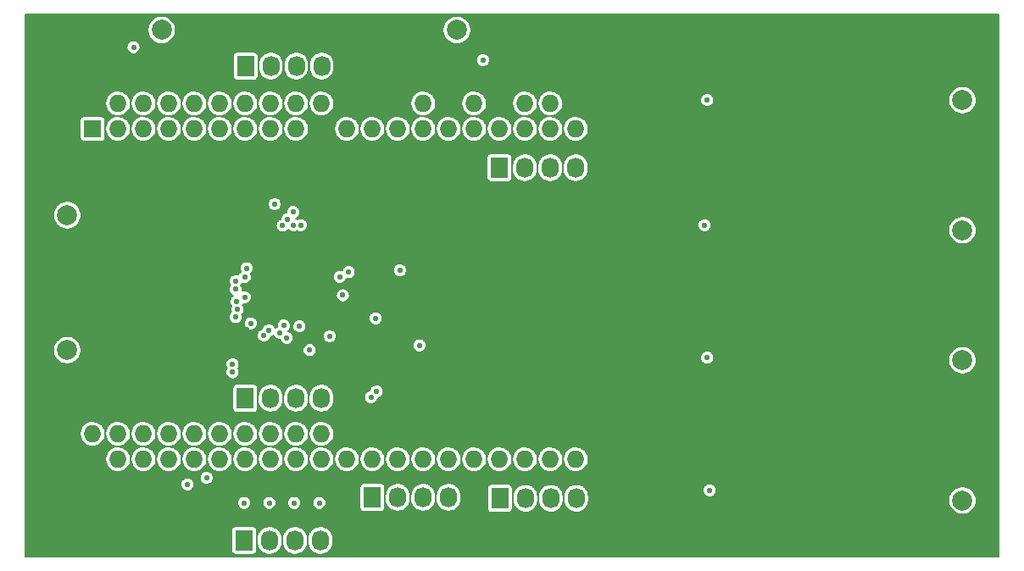
<source format=gbr>
%TF.GenerationSoftware,KiCad,Pcbnew,(5.1.0-1157-gc8cd95a71)*%
%TF.CreationDate,2019-06-29T21:36:28-07:00*%
%TF.ProjectId,adc344x,61646333-3434-4782-9e6b-696361645f70,rev?*%
%TF.SameCoordinates,Original*%
%TF.FileFunction,Copper,L2,Inr*%
%TF.FilePolarity,Positive*%
%FSLAX46Y46*%
G04 Gerber Fmt 4.6, Leading zero omitted, Abs format (unit mm)*
G04 Created by KiCad (PCBNEW (5.1.0-1157-gc8cd95a71)) date 2019-06-29 21:36:28*
%MOMM*%
%LPD*%
G04 APERTURE LIST*
%ADD10C,2.000000*%
%ADD11O,1.727200X2.032000*%
%ADD12R,1.727200X2.032000*%
%ADD13R,1.727200X1.727200*%
%ADD14O,1.727200X1.727200*%
%ADD15C,0.560000*%
%ADD16C,0.200000*%
G04 APERTURE END LIST*
D10*
X205000000Y-93000000D03*
X207540000Y-90460000D03*
X207540000Y-95540000D03*
X202460000Y-95540000D03*
X202460000Y-90460000D03*
X205000000Y-53000000D03*
X207540000Y-50460000D03*
X207540000Y-55540000D03*
X202460000Y-55540000D03*
X202460000Y-50460000D03*
X115570000Y-64500000D03*
X113030000Y-67040000D03*
X113030000Y-61960000D03*
X118110000Y-61960000D03*
X118110000Y-67040000D03*
X115570000Y-78000000D03*
X113030000Y-80540000D03*
X113030000Y-75460000D03*
X118110000Y-75460000D03*
X118110000Y-80540000D03*
X205000000Y-79000000D03*
X207540000Y-76460000D03*
X207540000Y-81540000D03*
X202460000Y-81540000D03*
X202460000Y-76460000D03*
X205000000Y-66000000D03*
X207540000Y-63460000D03*
X207540000Y-68540000D03*
X202460000Y-68540000D03*
X202460000Y-63460000D03*
D11*
X143410000Y-97000000D03*
X140870000Y-97000000D03*
X138330000Y-97000000D03*
X135790000Y-97000000D03*
D12*
X133250000Y-97000000D03*
D11*
X143540000Y-49600000D03*
X141000000Y-49600000D03*
X138460000Y-49600000D03*
X135920000Y-49600000D03*
D12*
X133380000Y-49600000D03*
D11*
X143510000Y-82804000D03*
X140970000Y-82804000D03*
X138430000Y-82804000D03*
X135890000Y-82804000D03*
D12*
X133350000Y-82804000D03*
D11*
X168960000Y-92800000D03*
X166420000Y-92800000D03*
X163880000Y-92800000D03*
X161340000Y-92800000D03*
D12*
X158800000Y-92800000D03*
D11*
X168910000Y-59750000D03*
X166370000Y-59750000D03*
X163830000Y-59750000D03*
X161290000Y-59750000D03*
D12*
X158750000Y-59750000D03*
D10*
X154500000Y-46000000D03*
X125000000Y-46000000D03*
X118110000Y-93980000D03*
X148000000Y-46000000D03*
X133500000Y-46000000D03*
D11*
X153670000Y-92710000D03*
X151130000Y-92710000D03*
X148590000Y-92710000D03*
D12*
X146050000Y-92710000D03*
D13*
X118110000Y-88900000D03*
D14*
X118110000Y-86360000D03*
X120650000Y-88900000D03*
X120650000Y-86360000D03*
X123190000Y-88900000D03*
X123190000Y-86360000D03*
X125730000Y-88900000D03*
X125730000Y-86360000D03*
X128270000Y-88900000D03*
X128270000Y-86360000D03*
X130810000Y-88900000D03*
X130810000Y-86360000D03*
X133350000Y-88900000D03*
X133350000Y-86360000D03*
X135890000Y-88900000D03*
X135890000Y-86360000D03*
X138430000Y-88900000D03*
X138430000Y-86360000D03*
X140970000Y-88900000D03*
X140970000Y-86360000D03*
X143510000Y-88900000D03*
X143510000Y-86360000D03*
X146050000Y-88900000D03*
X146050000Y-86360000D03*
X148590000Y-88900000D03*
X148590000Y-86360000D03*
X151130000Y-88900000D03*
X151130000Y-86360000D03*
X153670000Y-88900000D03*
X153670000Y-86360000D03*
X156210000Y-88900000D03*
X156210000Y-86360000D03*
X158750000Y-88900000D03*
X158750000Y-86360000D03*
X161290000Y-88900000D03*
X161290000Y-86360000D03*
X163830000Y-88900000D03*
X163830000Y-86360000D03*
X166370000Y-88900000D03*
X166370000Y-86360000D03*
X166370000Y-53340000D03*
X166370000Y-55880000D03*
X163830000Y-53340000D03*
X163830000Y-55880000D03*
X161290000Y-53340000D03*
X161290000Y-55880000D03*
X158750000Y-53340000D03*
X158750000Y-55880000D03*
X156210000Y-53340000D03*
X156210000Y-55880000D03*
X153670000Y-53340000D03*
X153670000Y-55880000D03*
X151130000Y-53340000D03*
X151130000Y-55880000D03*
X148590000Y-53340000D03*
X148590000Y-55880000D03*
X146050000Y-53340000D03*
X146050000Y-55880000D03*
X143510000Y-53340000D03*
X143510000Y-55880000D03*
X140970000Y-53340000D03*
X140970000Y-55880000D03*
X138430000Y-53340000D03*
X138430000Y-55880000D03*
X135890000Y-53340000D03*
X135890000Y-55880000D03*
X133350000Y-53340000D03*
X133350000Y-55880000D03*
X130810000Y-53340000D03*
X130810000Y-55880000D03*
X128270000Y-53340000D03*
X128270000Y-55880000D03*
X125730000Y-53340000D03*
X125730000Y-55880000D03*
X123190000Y-53340000D03*
X123190000Y-55880000D03*
X120650000Y-53340000D03*
X120650000Y-55880000D03*
X118110000Y-53340000D03*
D13*
X118110000Y-55880000D03*
D15*
X127600000Y-91400000D03*
X146486379Y-82113621D03*
X145913621Y-82686379D03*
X132400000Y-71905000D03*
X132400000Y-71095000D03*
X139800000Y-78000000D03*
X141400000Y-79000000D03*
X129500000Y-90750000D03*
X150750000Y-77500000D03*
X179500000Y-53000000D03*
X179250000Y-65500000D03*
X179500000Y-78750000D03*
X179750000Y-92000000D03*
X132506688Y-73141286D03*
X136837211Y-76278294D03*
X168500000Y-47750000D03*
X143109998Y-72500000D03*
X144500000Y-72500000D03*
X122800000Y-50500000D03*
X122200000Y-47700000D03*
X146800000Y-49000000D03*
X157100000Y-49000000D03*
X199900000Y-93200000D03*
X200000000Y-80000000D03*
X199700000Y-66700000D03*
X132100000Y-79395000D03*
X132100000Y-80205000D03*
X131065010Y-71236795D03*
X143700000Y-70200000D03*
X142792998Y-70667089D03*
X146300000Y-68400000D03*
X147800000Y-67800000D03*
X148800000Y-70000000D03*
X145600000Y-76900000D03*
X144200000Y-76300000D03*
X146400000Y-74800000D03*
X142800000Y-76600000D03*
X141800000Y-76600000D03*
X143400000Y-77300000D03*
X122900000Y-63000000D03*
X123100000Y-79600000D03*
X190600000Y-53500000D03*
X190600000Y-52500000D03*
X189400000Y-53500000D03*
X189400000Y-52500000D03*
X177600000Y-54500000D03*
X177600000Y-51500000D03*
X200000000Y-54250000D03*
X177815000Y-90500000D03*
X177815000Y-93500000D03*
X189615000Y-91500000D03*
X189615000Y-92500000D03*
X190815000Y-91500000D03*
X190815000Y-92500000D03*
X177815000Y-77250000D03*
X177815000Y-80250000D03*
X189615000Y-78250000D03*
X189615000Y-79250000D03*
X190815000Y-78250000D03*
X190815000Y-79250000D03*
X177530000Y-63980000D03*
X177530000Y-66980000D03*
X189330000Y-64980000D03*
X189330000Y-65980000D03*
X190530000Y-64980000D03*
X190530000Y-65980000D03*
X114000000Y-46000000D03*
X114000000Y-49000000D03*
X112000000Y-48000000D03*
X140750000Y-93250000D03*
X133250000Y-93250000D03*
X135750000Y-93250000D03*
X138250000Y-93250000D03*
X135222096Y-76529506D03*
X135709990Y-76000000D03*
X137500000Y-76750000D03*
X124000000Y-67250000D03*
X135500000Y-68600000D03*
X137200000Y-68500000D03*
X138900000Y-68500000D03*
X140600000Y-68500000D03*
X140500000Y-70000000D03*
X138825000Y-70175000D03*
X137200000Y-70200000D03*
X135500000Y-70200000D03*
X135500000Y-71800000D03*
X137200000Y-71800000D03*
X138800000Y-71800000D03*
X140475000Y-71825000D03*
X140500000Y-73500000D03*
X138800000Y-73500000D03*
X137200000Y-73500000D03*
X135600000Y-73500000D03*
X131400000Y-69800000D03*
X132600000Y-73905000D03*
X137549739Y-64944316D03*
X136300000Y-63400000D03*
X137400000Y-63400000D03*
X138600000Y-62600000D03*
X138180208Y-65481930D03*
X137100196Y-65536379D03*
X138900196Y-65487785D03*
X138140002Y-64200000D03*
X133700000Y-76800000D03*
X133500000Y-75900000D03*
X132400000Y-74700000D03*
X133900000Y-75300000D03*
X133300000Y-72700000D03*
X133300000Y-70700000D03*
X133499446Y-69798613D03*
X137209990Y-75525530D03*
X138774399Y-75605764D03*
D16*
G36*
X208600000Y-98600000D02*
G01*
X111400000Y-98600000D01*
X111400000Y-95984000D01*
X131980523Y-95984000D01*
X131980523Y-98016000D01*
X131982445Y-98035509D01*
X132005729Y-98152563D01*
X132020660Y-98188610D01*
X132086965Y-98287844D01*
X132114556Y-98315435D01*
X132213790Y-98381740D01*
X132249837Y-98396671D01*
X132366891Y-98419955D01*
X132386400Y-98421877D01*
X134113600Y-98421877D01*
X134133109Y-98419955D01*
X134250163Y-98396671D01*
X134286210Y-98381740D01*
X134385444Y-98315435D01*
X134413035Y-98287844D01*
X134479340Y-98188610D01*
X134494271Y-98152563D01*
X134517555Y-98035509D01*
X134519477Y-98016000D01*
X134519477Y-96800181D01*
X134526400Y-96800181D01*
X134526400Y-97206641D01*
X134526820Y-97215791D01*
X134541404Y-97374508D01*
X134544739Y-97392502D01*
X134602788Y-97598327D01*
X134609346Y-97615412D01*
X134703931Y-97807212D01*
X134713493Y-97822816D01*
X134841449Y-97994168D01*
X134853694Y-98007767D01*
X135010732Y-98152932D01*
X135025251Y-98164073D01*
X135206114Y-98278189D01*
X135222419Y-98286497D01*
X135421049Y-98365742D01*
X135438596Y-98370940D01*
X135648342Y-98412661D01*
X135666542Y-98414573D01*
X135880377Y-98417373D01*
X135898621Y-98415938D01*
X136109387Y-98379721D01*
X136127063Y-98374984D01*
X136327699Y-98300966D01*
X136344218Y-98293088D01*
X136528006Y-98183745D01*
X136542810Y-98172988D01*
X136703595Y-98031984D01*
X136716193Y-98018709D01*
X136848589Y-97850764D01*
X136858556Y-97835417D01*
X136958130Y-97646159D01*
X136965133Y-97629251D01*
X137028550Y-97425015D01*
X137032500Y-97405814D01*
X137053052Y-97210272D01*
X137053600Y-97199819D01*
X137053600Y-96800181D01*
X137066400Y-96800181D01*
X137066400Y-97206641D01*
X137066820Y-97215791D01*
X137081404Y-97374508D01*
X137084739Y-97392502D01*
X137142788Y-97598327D01*
X137149346Y-97615412D01*
X137243931Y-97807212D01*
X137253493Y-97822816D01*
X137381449Y-97994168D01*
X137393694Y-98007767D01*
X137550732Y-98152932D01*
X137565251Y-98164073D01*
X137746114Y-98278189D01*
X137762419Y-98286497D01*
X137961049Y-98365742D01*
X137978596Y-98370940D01*
X138188342Y-98412661D01*
X138206542Y-98414573D01*
X138420377Y-98417373D01*
X138438621Y-98415938D01*
X138649387Y-98379721D01*
X138667063Y-98374984D01*
X138867699Y-98300966D01*
X138884218Y-98293088D01*
X139068006Y-98183745D01*
X139082810Y-98172988D01*
X139243595Y-98031984D01*
X139256193Y-98018709D01*
X139388589Y-97850764D01*
X139398556Y-97835417D01*
X139498130Y-97646159D01*
X139505133Y-97629251D01*
X139568550Y-97425015D01*
X139572500Y-97405814D01*
X139593052Y-97210272D01*
X139593600Y-97199819D01*
X139593600Y-96800181D01*
X139606400Y-96800181D01*
X139606400Y-97206641D01*
X139606820Y-97215791D01*
X139621404Y-97374508D01*
X139624739Y-97392502D01*
X139682788Y-97598327D01*
X139689346Y-97615412D01*
X139783931Y-97807212D01*
X139793493Y-97822816D01*
X139921449Y-97994168D01*
X139933694Y-98007767D01*
X140090732Y-98152932D01*
X140105251Y-98164073D01*
X140286114Y-98278189D01*
X140302419Y-98286497D01*
X140501049Y-98365742D01*
X140518596Y-98370940D01*
X140728342Y-98412661D01*
X140746542Y-98414573D01*
X140960377Y-98417373D01*
X140978621Y-98415938D01*
X141189387Y-98379721D01*
X141207063Y-98374984D01*
X141407699Y-98300966D01*
X141424218Y-98293088D01*
X141608006Y-98183745D01*
X141622810Y-98172988D01*
X141783595Y-98031984D01*
X141796193Y-98018709D01*
X141928589Y-97850764D01*
X141938556Y-97835417D01*
X142038130Y-97646159D01*
X142045133Y-97629251D01*
X142108550Y-97425015D01*
X142112500Y-97405814D01*
X142133052Y-97210272D01*
X142133600Y-97199819D01*
X142133600Y-96793359D01*
X142133180Y-96784209D01*
X142118596Y-96625492D01*
X142115261Y-96607498D01*
X142057212Y-96401673D01*
X142050654Y-96384588D01*
X141956069Y-96192788D01*
X141946507Y-96177184D01*
X141818552Y-96005832D01*
X141806307Y-95992233D01*
X141649269Y-95847068D01*
X141634750Y-95835927D01*
X141453886Y-95721811D01*
X141437581Y-95713503D01*
X141238951Y-95634258D01*
X141221404Y-95629060D01*
X141011658Y-95587339D01*
X140993458Y-95585427D01*
X140779623Y-95582627D01*
X140761379Y-95584062D01*
X140550613Y-95620279D01*
X140532937Y-95625016D01*
X140332301Y-95699034D01*
X140315782Y-95706912D01*
X140131994Y-95816255D01*
X140117190Y-95827012D01*
X139956405Y-95968016D01*
X139943807Y-95981291D01*
X139811411Y-96149236D01*
X139801444Y-96164583D01*
X139701870Y-96353841D01*
X139694867Y-96370749D01*
X139631450Y-96574985D01*
X139627500Y-96594186D01*
X139606948Y-96789728D01*
X139606400Y-96800181D01*
X139593600Y-96800181D01*
X139593600Y-96793359D01*
X139593180Y-96784209D01*
X139578596Y-96625492D01*
X139575261Y-96607498D01*
X139517212Y-96401673D01*
X139510654Y-96384588D01*
X139416069Y-96192788D01*
X139406507Y-96177184D01*
X139278552Y-96005832D01*
X139266307Y-95992233D01*
X139109269Y-95847068D01*
X139094750Y-95835927D01*
X138913886Y-95721811D01*
X138897581Y-95713503D01*
X138698951Y-95634258D01*
X138681404Y-95629060D01*
X138471658Y-95587339D01*
X138453458Y-95585427D01*
X138239623Y-95582627D01*
X138221379Y-95584062D01*
X138010613Y-95620279D01*
X137992937Y-95625016D01*
X137792301Y-95699034D01*
X137775782Y-95706912D01*
X137591994Y-95816255D01*
X137577190Y-95827012D01*
X137416405Y-95968016D01*
X137403807Y-95981291D01*
X137271411Y-96149236D01*
X137261444Y-96164583D01*
X137161870Y-96353841D01*
X137154867Y-96370749D01*
X137091450Y-96574985D01*
X137087500Y-96594186D01*
X137066948Y-96789728D01*
X137066400Y-96800181D01*
X137053600Y-96800181D01*
X137053600Y-96793359D01*
X137053180Y-96784209D01*
X137038596Y-96625492D01*
X137035261Y-96607498D01*
X136977212Y-96401673D01*
X136970654Y-96384588D01*
X136876069Y-96192788D01*
X136866507Y-96177184D01*
X136738552Y-96005832D01*
X136726307Y-95992233D01*
X136569269Y-95847068D01*
X136554750Y-95835927D01*
X136373886Y-95721811D01*
X136357581Y-95713503D01*
X136158951Y-95634258D01*
X136141404Y-95629060D01*
X135931658Y-95587339D01*
X135913458Y-95585427D01*
X135699623Y-95582627D01*
X135681379Y-95584062D01*
X135470613Y-95620279D01*
X135452937Y-95625016D01*
X135252301Y-95699034D01*
X135235782Y-95706912D01*
X135051994Y-95816255D01*
X135037190Y-95827012D01*
X134876405Y-95968016D01*
X134863807Y-95981291D01*
X134731411Y-96149236D01*
X134721444Y-96164583D01*
X134621870Y-96353841D01*
X134614867Y-96370749D01*
X134551450Y-96574985D01*
X134547500Y-96594186D01*
X134526948Y-96789728D01*
X134526400Y-96800181D01*
X134519477Y-96800181D01*
X134519477Y-95984000D01*
X134517555Y-95964491D01*
X134494271Y-95847437D01*
X134479340Y-95811390D01*
X134413035Y-95712156D01*
X134385444Y-95684565D01*
X134286210Y-95618260D01*
X134250163Y-95603329D01*
X134133109Y-95580045D01*
X134113600Y-95578123D01*
X132386400Y-95578123D01*
X132366891Y-95580045D01*
X132249837Y-95603329D01*
X132213790Y-95618260D01*
X132114556Y-95684565D01*
X132086965Y-95712156D01*
X132020660Y-95811390D01*
X132005729Y-95847437D01*
X131982445Y-95964491D01*
X131980523Y-95984000D01*
X111400000Y-95984000D01*
X111400000Y-93158137D01*
X132570001Y-93158137D01*
X132570001Y-93341863D01*
X132574895Y-93372765D01*
X132631669Y-93547498D01*
X132645873Y-93575374D01*
X132753864Y-93724012D01*
X132775988Y-93746136D01*
X132924626Y-93854127D01*
X132952502Y-93868331D01*
X133127235Y-93925105D01*
X133158137Y-93929999D01*
X133341863Y-93929999D01*
X133372765Y-93925105D01*
X133547498Y-93868331D01*
X133575374Y-93854127D01*
X133724012Y-93746136D01*
X133746136Y-93724012D01*
X133854127Y-93575374D01*
X133868331Y-93547498D01*
X133925105Y-93372765D01*
X133929999Y-93341863D01*
X133929999Y-93158137D01*
X135070001Y-93158137D01*
X135070001Y-93341863D01*
X135074895Y-93372765D01*
X135131669Y-93547498D01*
X135145873Y-93575374D01*
X135253864Y-93724012D01*
X135275988Y-93746136D01*
X135424626Y-93854127D01*
X135452502Y-93868331D01*
X135627235Y-93925105D01*
X135658137Y-93929999D01*
X135841863Y-93929999D01*
X135872765Y-93925105D01*
X136047498Y-93868331D01*
X136075374Y-93854127D01*
X136224012Y-93746136D01*
X136246136Y-93724012D01*
X136354127Y-93575374D01*
X136368331Y-93547498D01*
X136425105Y-93372765D01*
X136429999Y-93341863D01*
X136429999Y-93158137D01*
X137570001Y-93158137D01*
X137570001Y-93341863D01*
X137574895Y-93372765D01*
X137631669Y-93547498D01*
X137645873Y-93575374D01*
X137753864Y-93724012D01*
X137775988Y-93746136D01*
X137924626Y-93854127D01*
X137952502Y-93868331D01*
X138127235Y-93925105D01*
X138158137Y-93929999D01*
X138341863Y-93929999D01*
X138372765Y-93925105D01*
X138547498Y-93868331D01*
X138575374Y-93854127D01*
X138724012Y-93746136D01*
X138746136Y-93724012D01*
X138854127Y-93575374D01*
X138868331Y-93547498D01*
X138925105Y-93372765D01*
X138929999Y-93341863D01*
X138929999Y-93158137D01*
X140070001Y-93158137D01*
X140070001Y-93341863D01*
X140074895Y-93372765D01*
X140131669Y-93547498D01*
X140145873Y-93575374D01*
X140253864Y-93724012D01*
X140275988Y-93746136D01*
X140424626Y-93854127D01*
X140452502Y-93868331D01*
X140627235Y-93925105D01*
X140658137Y-93929999D01*
X140841863Y-93929999D01*
X140872765Y-93925105D01*
X141047498Y-93868331D01*
X141075374Y-93854127D01*
X141224012Y-93746136D01*
X141246136Y-93724012D01*
X141354127Y-93575374D01*
X141368331Y-93547498D01*
X141425105Y-93372765D01*
X141429999Y-93341863D01*
X141429999Y-93158137D01*
X141425105Y-93127235D01*
X141368331Y-92952502D01*
X141354127Y-92924626D01*
X141246136Y-92775988D01*
X141224012Y-92753864D01*
X141075374Y-92645873D01*
X141047498Y-92631669D01*
X140872765Y-92574895D01*
X140841863Y-92570001D01*
X140658137Y-92570001D01*
X140627235Y-92574895D01*
X140452502Y-92631669D01*
X140424626Y-92645873D01*
X140275988Y-92753864D01*
X140253864Y-92775988D01*
X140145873Y-92924626D01*
X140131669Y-92952502D01*
X140074895Y-93127235D01*
X140070001Y-93158137D01*
X138929999Y-93158137D01*
X138925105Y-93127235D01*
X138868331Y-92952502D01*
X138854127Y-92924626D01*
X138746136Y-92775988D01*
X138724012Y-92753864D01*
X138575374Y-92645873D01*
X138547498Y-92631669D01*
X138372765Y-92574895D01*
X138341863Y-92570001D01*
X138158137Y-92570001D01*
X138127235Y-92574895D01*
X137952502Y-92631669D01*
X137924626Y-92645873D01*
X137775988Y-92753864D01*
X137753864Y-92775988D01*
X137645873Y-92924626D01*
X137631669Y-92952502D01*
X137574895Y-93127235D01*
X137570001Y-93158137D01*
X136429999Y-93158137D01*
X136425105Y-93127235D01*
X136368331Y-92952502D01*
X136354127Y-92924626D01*
X136246136Y-92775988D01*
X136224012Y-92753864D01*
X136075374Y-92645873D01*
X136047498Y-92631669D01*
X135872765Y-92574895D01*
X135841863Y-92570001D01*
X135658137Y-92570001D01*
X135627235Y-92574895D01*
X135452502Y-92631669D01*
X135424626Y-92645873D01*
X135275988Y-92753864D01*
X135253864Y-92775988D01*
X135145873Y-92924626D01*
X135131669Y-92952502D01*
X135074895Y-93127235D01*
X135070001Y-93158137D01*
X133929999Y-93158137D01*
X133925105Y-93127235D01*
X133868331Y-92952502D01*
X133854127Y-92924626D01*
X133746136Y-92775988D01*
X133724012Y-92753864D01*
X133575374Y-92645873D01*
X133547498Y-92631669D01*
X133372765Y-92574895D01*
X133341863Y-92570001D01*
X133158137Y-92570001D01*
X133127235Y-92574895D01*
X132952502Y-92631669D01*
X132924626Y-92645873D01*
X132775988Y-92753864D01*
X132753864Y-92775988D01*
X132645873Y-92924626D01*
X132631669Y-92952502D01*
X132574895Y-93127235D01*
X132570001Y-93158137D01*
X111400000Y-93158137D01*
X111400000Y-91308137D01*
X126920001Y-91308137D01*
X126920001Y-91491863D01*
X126924895Y-91522765D01*
X126981669Y-91697498D01*
X126995873Y-91725374D01*
X127103864Y-91874012D01*
X127125988Y-91896136D01*
X127274626Y-92004127D01*
X127302502Y-92018331D01*
X127477235Y-92075105D01*
X127508137Y-92079999D01*
X127691863Y-92079999D01*
X127722765Y-92075105D01*
X127897498Y-92018331D01*
X127925374Y-92004127D01*
X128074012Y-91896136D01*
X128096136Y-91874012D01*
X128204127Y-91725374D01*
X128218331Y-91697498D01*
X128219467Y-91694000D01*
X144780523Y-91694000D01*
X144780523Y-93726000D01*
X144782445Y-93745509D01*
X144805729Y-93862563D01*
X144820660Y-93898610D01*
X144886965Y-93997844D01*
X144914556Y-94025435D01*
X145013790Y-94091740D01*
X145049837Y-94106671D01*
X145166891Y-94129955D01*
X145186400Y-94131877D01*
X146913600Y-94131877D01*
X146933109Y-94129955D01*
X147050163Y-94106671D01*
X147086210Y-94091740D01*
X147185444Y-94025435D01*
X147213035Y-93997844D01*
X147279340Y-93898610D01*
X147294271Y-93862563D01*
X147317555Y-93745509D01*
X147319477Y-93726000D01*
X147319477Y-92510181D01*
X147326400Y-92510181D01*
X147326400Y-92916641D01*
X147326820Y-92925791D01*
X147341404Y-93084508D01*
X147344739Y-93102502D01*
X147402788Y-93308327D01*
X147409346Y-93325412D01*
X147503931Y-93517212D01*
X147513493Y-93532816D01*
X147641449Y-93704168D01*
X147653694Y-93717767D01*
X147810732Y-93862932D01*
X147825251Y-93874073D01*
X148006114Y-93988189D01*
X148022419Y-93996497D01*
X148221049Y-94075742D01*
X148238596Y-94080940D01*
X148448342Y-94122661D01*
X148466542Y-94124573D01*
X148680377Y-94127373D01*
X148698621Y-94125938D01*
X148909387Y-94089721D01*
X148927063Y-94084984D01*
X149127699Y-94010966D01*
X149144218Y-94003088D01*
X149328006Y-93893745D01*
X149342810Y-93882988D01*
X149503595Y-93741984D01*
X149516193Y-93728709D01*
X149648589Y-93560764D01*
X149658556Y-93545417D01*
X149758130Y-93356159D01*
X149765133Y-93339251D01*
X149828550Y-93135015D01*
X149832500Y-93115814D01*
X149853052Y-92920272D01*
X149853600Y-92909819D01*
X149853600Y-92510181D01*
X149866400Y-92510181D01*
X149866400Y-92916641D01*
X149866820Y-92925791D01*
X149881404Y-93084508D01*
X149884739Y-93102502D01*
X149942788Y-93308327D01*
X149949346Y-93325412D01*
X150043931Y-93517212D01*
X150053493Y-93532816D01*
X150181449Y-93704168D01*
X150193694Y-93717767D01*
X150350732Y-93862932D01*
X150365251Y-93874073D01*
X150546114Y-93988189D01*
X150562419Y-93996497D01*
X150761049Y-94075742D01*
X150778596Y-94080940D01*
X150988342Y-94122661D01*
X151006542Y-94124573D01*
X151220377Y-94127373D01*
X151238621Y-94125938D01*
X151449387Y-94089721D01*
X151467063Y-94084984D01*
X151667699Y-94010966D01*
X151684218Y-94003088D01*
X151868006Y-93893745D01*
X151882810Y-93882988D01*
X152043595Y-93741984D01*
X152056193Y-93728709D01*
X152188589Y-93560764D01*
X152198556Y-93545417D01*
X152298130Y-93356159D01*
X152305133Y-93339251D01*
X152368550Y-93135015D01*
X152372500Y-93115814D01*
X152393052Y-92920272D01*
X152393600Y-92909819D01*
X152393600Y-92510181D01*
X152406400Y-92510181D01*
X152406400Y-92916641D01*
X152406820Y-92925791D01*
X152421404Y-93084508D01*
X152424739Y-93102502D01*
X152482788Y-93308327D01*
X152489346Y-93325412D01*
X152583931Y-93517212D01*
X152593493Y-93532816D01*
X152721449Y-93704168D01*
X152733694Y-93717767D01*
X152890732Y-93862932D01*
X152905251Y-93874073D01*
X153086114Y-93988189D01*
X153102419Y-93996497D01*
X153301049Y-94075742D01*
X153318596Y-94080940D01*
X153528342Y-94122661D01*
X153546542Y-94124573D01*
X153760377Y-94127373D01*
X153778621Y-94125938D01*
X153989387Y-94089721D01*
X154007063Y-94084984D01*
X154207699Y-94010966D01*
X154224218Y-94003088D01*
X154408006Y-93893745D01*
X154422810Y-93882988D01*
X154583595Y-93741984D01*
X154596193Y-93728709D01*
X154728589Y-93560764D01*
X154738556Y-93545417D01*
X154838130Y-93356159D01*
X154845133Y-93339251D01*
X154908550Y-93135015D01*
X154912500Y-93115814D01*
X154933052Y-92920272D01*
X154933600Y-92909819D01*
X154933600Y-92503359D01*
X154933180Y-92494209D01*
X154918596Y-92335492D01*
X154915261Y-92317498D01*
X154857212Y-92111673D01*
X154850654Y-92094588D01*
X154756069Y-91902788D01*
X154746507Y-91887184D01*
X154669456Y-91784000D01*
X157530523Y-91784000D01*
X157530523Y-93816000D01*
X157532445Y-93835509D01*
X157555729Y-93952563D01*
X157570660Y-93988610D01*
X157636965Y-94087844D01*
X157664556Y-94115435D01*
X157763790Y-94181740D01*
X157799837Y-94196671D01*
X157916891Y-94219955D01*
X157936400Y-94221877D01*
X159663600Y-94221877D01*
X159683109Y-94219955D01*
X159800163Y-94196671D01*
X159836210Y-94181740D01*
X159935444Y-94115435D01*
X159963035Y-94087844D01*
X160029340Y-93988610D01*
X160044271Y-93952563D01*
X160067555Y-93835509D01*
X160069477Y-93816000D01*
X160069477Y-92600181D01*
X160076400Y-92600181D01*
X160076400Y-93006641D01*
X160076820Y-93015791D01*
X160091404Y-93174508D01*
X160094739Y-93192502D01*
X160152788Y-93398327D01*
X160159346Y-93415412D01*
X160253931Y-93607212D01*
X160263493Y-93622816D01*
X160391449Y-93794168D01*
X160403694Y-93807767D01*
X160560732Y-93952932D01*
X160575251Y-93964073D01*
X160756114Y-94078189D01*
X160772419Y-94086497D01*
X160971049Y-94165742D01*
X160988596Y-94170940D01*
X161198342Y-94212661D01*
X161216542Y-94214573D01*
X161430377Y-94217373D01*
X161448621Y-94215938D01*
X161659387Y-94179721D01*
X161677063Y-94174984D01*
X161877699Y-94100966D01*
X161894218Y-94093088D01*
X162078006Y-93983745D01*
X162092810Y-93972988D01*
X162253595Y-93831984D01*
X162266193Y-93818709D01*
X162398589Y-93650764D01*
X162408556Y-93635417D01*
X162508130Y-93446159D01*
X162515133Y-93429251D01*
X162578550Y-93225015D01*
X162582500Y-93205814D01*
X162603052Y-93010272D01*
X162603600Y-92999819D01*
X162603600Y-92600181D01*
X162616400Y-92600181D01*
X162616400Y-93006641D01*
X162616820Y-93015791D01*
X162631404Y-93174508D01*
X162634739Y-93192502D01*
X162692788Y-93398327D01*
X162699346Y-93415412D01*
X162793931Y-93607212D01*
X162803493Y-93622816D01*
X162931449Y-93794168D01*
X162943694Y-93807767D01*
X163100732Y-93952932D01*
X163115251Y-93964073D01*
X163296114Y-94078189D01*
X163312419Y-94086497D01*
X163511049Y-94165742D01*
X163528596Y-94170940D01*
X163738342Y-94212661D01*
X163756542Y-94214573D01*
X163970377Y-94217373D01*
X163988621Y-94215938D01*
X164199387Y-94179721D01*
X164217063Y-94174984D01*
X164417699Y-94100966D01*
X164434218Y-94093088D01*
X164618006Y-93983745D01*
X164632810Y-93972988D01*
X164793595Y-93831984D01*
X164806193Y-93818709D01*
X164938589Y-93650764D01*
X164948556Y-93635417D01*
X165048130Y-93446159D01*
X165055133Y-93429251D01*
X165118550Y-93225015D01*
X165122500Y-93205814D01*
X165143052Y-93010272D01*
X165143600Y-92999819D01*
X165143600Y-92600181D01*
X165156400Y-92600181D01*
X165156400Y-93006641D01*
X165156820Y-93015791D01*
X165171404Y-93174508D01*
X165174739Y-93192502D01*
X165232788Y-93398327D01*
X165239346Y-93415412D01*
X165333931Y-93607212D01*
X165343493Y-93622816D01*
X165471449Y-93794168D01*
X165483694Y-93807767D01*
X165640732Y-93952932D01*
X165655251Y-93964073D01*
X165836114Y-94078189D01*
X165852419Y-94086497D01*
X166051049Y-94165742D01*
X166068596Y-94170940D01*
X166278342Y-94212661D01*
X166296542Y-94214573D01*
X166510377Y-94217373D01*
X166528621Y-94215938D01*
X166739387Y-94179721D01*
X166757063Y-94174984D01*
X166957699Y-94100966D01*
X166974218Y-94093088D01*
X167158006Y-93983745D01*
X167172810Y-93972988D01*
X167333595Y-93831984D01*
X167346193Y-93818709D01*
X167478589Y-93650764D01*
X167488556Y-93635417D01*
X167588130Y-93446159D01*
X167595133Y-93429251D01*
X167658550Y-93225015D01*
X167662500Y-93205814D01*
X167683052Y-93010272D01*
X167683600Y-92999819D01*
X167683600Y-92886265D01*
X203600001Y-92886265D01*
X203600001Y-93113735D01*
X203601520Y-93131100D01*
X203641020Y-93355115D01*
X203645532Y-93371952D01*
X203723331Y-93585704D01*
X203730697Y-93601502D01*
X203844432Y-93798497D01*
X203854430Y-93812776D01*
X204000645Y-93987029D01*
X204012971Y-93999355D01*
X204187224Y-94145570D01*
X204201503Y-94155568D01*
X204398498Y-94269303D01*
X204414296Y-94276669D01*
X204628048Y-94354468D01*
X204644885Y-94358980D01*
X204868900Y-94398480D01*
X204886265Y-94399999D01*
X205113735Y-94399999D01*
X205131100Y-94398480D01*
X205355115Y-94358980D01*
X205371952Y-94354468D01*
X205585704Y-94276669D01*
X205601502Y-94269303D01*
X205798497Y-94155568D01*
X205812776Y-94145570D01*
X205987029Y-93999355D01*
X205999355Y-93987029D01*
X206145570Y-93812776D01*
X206155568Y-93798497D01*
X206269303Y-93601502D01*
X206276669Y-93585704D01*
X206354468Y-93371952D01*
X206358980Y-93355115D01*
X206398480Y-93131100D01*
X206399999Y-93113735D01*
X206399999Y-92886265D01*
X206398480Y-92868900D01*
X206358980Y-92644885D01*
X206354468Y-92628048D01*
X206276669Y-92414296D01*
X206269303Y-92398498D01*
X206155568Y-92201503D01*
X206145570Y-92187224D01*
X205999355Y-92012971D01*
X205987029Y-92000645D01*
X205812776Y-91854430D01*
X205798497Y-91844432D01*
X205601502Y-91730697D01*
X205585704Y-91723331D01*
X205371952Y-91645532D01*
X205355115Y-91641020D01*
X205131100Y-91601520D01*
X205113735Y-91600001D01*
X204886265Y-91600001D01*
X204868900Y-91601520D01*
X204644885Y-91641020D01*
X204628048Y-91645532D01*
X204414296Y-91723331D01*
X204398498Y-91730697D01*
X204201503Y-91844432D01*
X204187224Y-91854430D01*
X204012971Y-92000645D01*
X204000645Y-92012971D01*
X203854430Y-92187224D01*
X203844432Y-92201503D01*
X203730697Y-92398498D01*
X203723331Y-92414296D01*
X203645532Y-92628048D01*
X203641020Y-92644885D01*
X203601520Y-92868900D01*
X203600001Y-92886265D01*
X167683600Y-92886265D01*
X167683600Y-92593359D01*
X167683180Y-92584209D01*
X167668596Y-92425492D01*
X167665261Y-92407498D01*
X167607212Y-92201673D01*
X167600654Y-92184588D01*
X167506069Y-91992788D01*
X167496507Y-91977184D01*
X167444948Y-91908137D01*
X179070001Y-91908137D01*
X179070001Y-92091863D01*
X179074895Y-92122765D01*
X179131669Y-92297498D01*
X179145873Y-92325374D01*
X179253864Y-92474012D01*
X179275988Y-92496136D01*
X179424626Y-92604127D01*
X179452502Y-92618331D01*
X179627235Y-92675105D01*
X179658137Y-92679999D01*
X179841863Y-92679999D01*
X179872765Y-92675105D01*
X180047498Y-92618331D01*
X180075374Y-92604127D01*
X180224012Y-92496136D01*
X180246136Y-92474012D01*
X180354127Y-92325374D01*
X180368331Y-92297498D01*
X180425105Y-92122765D01*
X180429999Y-92091863D01*
X180429999Y-91908137D01*
X180425105Y-91877235D01*
X180368331Y-91702502D01*
X180354127Y-91674626D01*
X180246136Y-91525988D01*
X180224012Y-91503864D01*
X180075374Y-91395873D01*
X180047498Y-91381669D01*
X179872765Y-91324895D01*
X179841863Y-91320001D01*
X179658137Y-91320001D01*
X179627235Y-91324895D01*
X179452502Y-91381669D01*
X179424626Y-91395873D01*
X179275988Y-91503864D01*
X179253864Y-91525988D01*
X179145873Y-91674626D01*
X179131669Y-91702502D01*
X179074895Y-91877235D01*
X179070001Y-91908137D01*
X167444948Y-91908137D01*
X167368552Y-91805832D01*
X167356307Y-91792233D01*
X167199269Y-91647068D01*
X167184750Y-91635927D01*
X167003886Y-91521811D01*
X166987581Y-91513503D01*
X166788951Y-91434258D01*
X166771404Y-91429060D01*
X166561658Y-91387339D01*
X166543458Y-91385427D01*
X166329623Y-91382627D01*
X166311379Y-91384062D01*
X166100613Y-91420279D01*
X166082937Y-91425016D01*
X165882301Y-91499034D01*
X165865782Y-91506912D01*
X165681994Y-91616255D01*
X165667190Y-91627012D01*
X165506405Y-91768016D01*
X165493807Y-91781291D01*
X165361411Y-91949236D01*
X165351444Y-91964583D01*
X165251870Y-92153841D01*
X165244867Y-92170749D01*
X165181450Y-92374985D01*
X165177500Y-92394186D01*
X165156948Y-92589728D01*
X165156400Y-92600181D01*
X165143600Y-92600181D01*
X165143600Y-92593359D01*
X165143180Y-92584209D01*
X165128596Y-92425492D01*
X165125261Y-92407498D01*
X165067212Y-92201673D01*
X165060654Y-92184588D01*
X164966069Y-91992788D01*
X164956507Y-91977184D01*
X164828552Y-91805832D01*
X164816307Y-91792233D01*
X164659269Y-91647068D01*
X164644750Y-91635927D01*
X164463886Y-91521811D01*
X164447581Y-91513503D01*
X164248951Y-91434258D01*
X164231404Y-91429060D01*
X164021658Y-91387339D01*
X164003458Y-91385427D01*
X163789623Y-91382627D01*
X163771379Y-91384062D01*
X163560613Y-91420279D01*
X163542937Y-91425016D01*
X163342301Y-91499034D01*
X163325782Y-91506912D01*
X163141994Y-91616255D01*
X163127190Y-91627012D01*
X162966405Y-91768016D01*
X162953807Y-91781291D01*
X162821411Y-91949236D01*
X162811444Y-91964583D01*
X162711870Y-92153841D01*
X162704867Y-92170749D01*
X162641450Y-92374985D01*
X162637500Y-92394186D01*
X162616948Y-92589728D01*
X162616400Y-92600181D01*
X162603600Y-92600181D01*
X162603600Y-92593359D01*
X162603180Y-92584209D01*
X162588596Y-92425492D01*
X162585261Y-92407498D01*
X162527212Y-92201673D01*
X162520654Y-92184588D01*
X162426069Y-91992788D01*
X162416507Y-91977184D01*
X162288552Y-91805832D01*
X162276307Y-91792233D01*
X162119269Y-91647068D01*
X162104750Y-91635927D01*
X161923886Y-91521811D01*
X161907581Y-91513503D01*
X161708951Y-91434258D01*
X161691404Y-91429060D01*
X161481658Y-91387339D01*
X161463458Y-91385427D01*
X161249623Y-91382627D01*
X161231379Y-91384062D01*
X161020613Y-91420279D01*
X161002937Y-91425016D01*
X160802301Y-91499034D01*
X160785782Y-91506912D01*
X160601994Y-91616255D01*
X160587190Y-91627012D01*
X160426405Y-91768016D01*
X160413807Y-91781291D01*
X160281411Y-91949236D01*
X160271444Y-91964583D01*
X160171870Y-92153841D01*
X160164867Y-92170749D01*
X160101450Y-92374985D01*
X160097500Y-92394186D01*
X160076948Y-92589728D01*
X160076400Y-92600181D01*
X160069477Y-92600181D01*
X160069477Y-91784000D01*
X160067555Y-91764491D01*
X160044271Y-91647437D01*
X160029340Y-91611390D01*
X159963035Y-91512156D01*
X159935444Y-91484565D01*
X159836210Y-91418260D01*
X159800163Y-91403329D01*
X159683109Y-91380045D01*
X159663600Y-91378123D01*
X157936400Y-91378123D01*
X157916891Y-91380045D01*
X157799837Y-91403329D01*
X157763790Y-91418260D01*
X157664556Y-91484565D01*
X157636965Y-91512156D01*
X157570660Y-91611390D01*
X157555729Y-91647437D01*
X157532445Y-91764491D01*
X157530523Y-91784000D01*
X154669456Y-91784000D01*
X154618552Y-91715832D01*
X154606307Y-91702233D01*
X154449269Y-91557068D01*
X154434750Y-91545927D01*
X154253886Y-91431811D01*
X154237581Y-91423503D01*
X154038951Y-91344258D01*
X154021404Y-91339060D01*
X153811658Y-91297339D01*
X153793458Y-91295427D01*
X153579623Y-91292627D01*
X153561379Y-91294062D01*
X153350613Y-91330279D01*
X153332937Y-91335016D01*
X153132301Y-91409034D01*
X153115782Y-91416912D01*
X152931994Y-91526255D01*
X152917190Y-91537012D01*
X152756405Y-91678016D01*
X152743807Y-91691291D01*
X152611411Y-91859236D01*
X152601444Y-91874583D01*
X152501870Y-92063841D01*
X152494867Y-92080749D01*
X152431450Y-92284985D01*
X152427500Y-92304186D01*
X152406948Y-92499728D01*
X152406400Y-92510181D01*
X152393600Y-92510181D01*
X152393600Y-92503359D01*
X152393180Y-92494209D01*
X152378596Y-92335492D01*
X152375261Y-92317498D01*
X152317212Y-92111673D01*
X152310654Y-92094588D01*
X152216069Y-91902788D01*
X152206507Y-91887184D01*
X152078552Y-91715832D01*
X152066307Y-91702233D01*
X151909269Y-91557068D01*
X151894750Y-91545927D01*
X151713886Y-91431811D01*
X151697581Y-91423503D01*
X151498951Y-91344258D01*
X151481404Y-91339060D01*
X151271658Y-91297339D01*
X151253458Y-91295427D01*
X151039623Y-91292627D01*
X151021379Y-91294062D01*
X150810613Y-91330279D01*
X150792937Y-91335016D01*
X150592301Y-91409034D01*
X150575782Y-91416912D01*
X150391994Y-91526255D01*
X150377190Y-91537012D01*
X150216405Y-91678016D01*
X150203807Y-91691291D01*
X150071411Y-91859236D01*
X150061444Y-91874583D01*
X149961870Y-92063841D01*
X149954867Y-92080749D01*
X149891450Y-92284985D01*
X149887500Y-92304186D01*
X149866948Y-92499728D01*
X149866400Y-92510181D01*
X149853600Y-92510181D01*
X149853600Y-92503359D01*
X149853180Y-92494209D01*
X149838596Y-92335492D01*
X149835261Y-92317498D01*
X149777212Y-92111673D01*
X149770654Y-92094588D01*
X149676069Y-91902788D01*
X149666507Y-91887184D01*
X149538552Y-91715832D01*
X149526307Y-91702233D01*
X149369269Y-91557068D01*
X149354750Y-91545927D01*
X149173886Y-91431811D01*
X149157581Y-91423503D01*
X148958951Y-91344258D01*
X148941404Y-91339060D01*
X148731658Y-91297339D01*
X148713458Y-91295427D01*
X148499623Y-91292627D01*
X148481379Y-91294062D01*
X148270613Y-91330279D01*
X148252937Y-91335016D01*
X148052301Y-91409034D01*
X148035782Y-91416912D01*
X147851994Y-91526255D01*
X147837190Y-91537012D01*
X147676405Y-91678016D01*
X147663807Y-91691291D01*
X147531411Y-91859236D01*
X147521444Y-91874583D01*
X147421870Y-92063841D01*
X147414867Y-92080749D01*
X147351450Y-92284985D01*
X147347500Y-92304186D01*
X147326948Y-92499728D01*
X147326400Y-92510181D01*
X147319477Y-92510181D01*
X147319477Y-91694000D01*
X147317555Y-91674491D01*
X147294271Y-91557437D01*
X147279340Y-91521390D01*
X147213035Y-91422156D01*
X147185444Y-91394565D01*
X147086210Y-91328260D01*
X147050163Y-91313329D01*
X146933109Y-91290045D01*
X146913600Y-91288123D01*
X145186400Y-91288123D01*
X145166891Y-91290045D01*
X145049837Y-91313329D01*
X145013790Y-91328260D01*
X144914556Y-91394565D01*
X144886965Y-91422156D01*
X144820660Y-91521390D01*
X144805729Y-91557437D01*
X144782445Y-91674491D01*
X144780523Y-91694000D01*
X128219467Y-91694000D01*
X128275105Y-91522765D01*
X128279999Y-91491863D01*
X128279999Y-91308137D01*
X128275105Y-91277235D01*
X128218331Y-91102502D01*
X128204127Y-91074626D01*
X128096136Y-90925988D01*
X128074012Y-90903864D01*
X127925374Y-90795873D01*
X127897498Y-90781669D01*
X127722765Y-90724895D01*
X127691863Y-90720001D01*
X127508137Y-90720001D01*
X127477235Y-90724895D01*
X127302502Y-90781669D01*
X127274626Y-90795873D01*
X127125988Y-90903864D01*
X127103864Y-90925988D01*
X126995873Y-91074626D01*
X126981669Y-91102502D01*
X126924895Y-91277235D01*
X126920001Y-91308137D01*
X111400000Y-91308137D01*
X111400000Y-90658137D01*
X128820001Y-90658137D01*
X128820001Y-90841863D01*
X128824895Y-90872765D01*
X128881669Y-91047498D01*
X128895873Y-91075374D01*
X129003864Y-91224012D01*
X129025988Y-91246136D01*
X129174626Y-91354127D01*
X129202502Y-91368331D01*
X129377235Y-91425105D01*
X129408137Y-91429999D01*
X129591863Y-91429999D01*
X129622765Y-91425105D01*
X129797498Y-91368331D01*
X129825374Y-91354127D01*
X129974012Y-91246136D01*
X129996136Y-91224012D01*
X130104127Y-91075374D01*
X130118331Y-91047498D01*
X130175105Y-90872765D01*
X130179999Y-90841863D01*
X130179999Y-90658137D01*
X130175105Y-90627235D01*
X130118331Y-90452502D01*
X130104127Y-90424626D01*
X129996136Y-90275988D01*
X129974012Y-90253864D01*
X129825374Y-90145873D01*
X129797498Y-90131669D01*
X129622765Y-90074895D01*
X129591863Y-90070001D01*
X129408137Y-90070001D01*
X129377235Y-90074895D01*
X129202502Y-90131669D01*
X129174626Y-90145873D01*
X129025988Y-90253864D01*
X129003864Y-90275988D01*
X128895873Y-90424626D01*
X128881669Y-90452502D01*
X128824895Y-90627235D01*
X128820001Y-90658137D01*
X111400000Y-90658137D01*
X111400000Y-88990377D01*
X119385027Y-88990377D01*
X119386462Y-89008621D01*
X119422679Y-89219387D01*
X119427416Y-89237063D01*
X119501434Y-89437699D01*
X119509312Y-89454218D01*
X119618655Y-89638006D01*
X119629412Y-89652810D01*
X119770416Y-89813595D01*
X119783691Y-89826193D01*
X119951635Y-89958589D01*
X119966982Y-89968556D01*
X120156240Y-90068130D01*
X120173148Y-90075133D01*
X120377384Y-90138550D01*
X120396585Y-90142500D01*
X120592127Y-90163052D01*
X120602580Y-90163600D01*
X120704241Y-90163600D01*
X120713391Y-90163180D01*
X120872108Y-90148596D01*
X120890102Y-90145261D01*
X121095927Y-90087212D01*
X121113012Y-90080654D01*
X121304812Y-89986069D01*
X121320416Y-89976507D01*
X121491768Y-89848552D01*
X121505367Y-89836307D01*
X121650532Y-89679269D01*
X121661673Y-89664750D01*
X121775789Y-89483887D01*
X121784097Y-89467582D01*
X121863342Y-89268952D01*
X121868540Y-89251405D01*
X121910261Y-89041659D01*
X121912173Y-89023459D01*
X121912606Y-88990377D01*
X121925027Y-88990377D01*
X121926462Y-89008621D01*
X121962679Y-89219387D01*
X121967416Y-89237063D01*
X122041434Y-89437699D01*
X122049312Y-89454218D01*
X122158655Y-89638006D01*
X122169412Y-89652810D01*
X122310416Y-89813595D01*
X122323691Y-89826193D01*
X122491635Y-89958589D01*
X122506982Y-89968556D01*
X122696240Y-90068130D01*
X122713148Y-90075133D01*
X122917384Y-90138550D01*
X122936585Y-90142500D01*
X123132127Y-90163052D01*
X123142580Y-90163600D01*
X123244241Y-90163600D01*
X123253391Y-90163180D01*
X123412108Y-90148596D01*
X123430102Y-90145261D01*
X123635927Y-90087212D01*
X123653012Y-90080654D01*
X123844812Y-89986069D01*
X123860416Y-89976507D01*
X124031768Y-89848552D01*
X124045367Y-89836307D01*
X124190532Y-89679269D01*
X124201673Y-89664750D01*
X124315789Y-89483887D01*
X124324097Y-89467582D01*
X124403342Y-89268952D01*
X124408540Y-89251405D01*
X124450261Y-89041659D01*
X124452173Y-89023459D01*
X124452606Y-88990377D01*
X124465027Y-88990377D01*
X124466462Y-89008621D01*
X124502679Y-89219387D01*
X124507416Y-89237063D01*
X124581434Y-89437699D01*
X124589312Y-89454218D01*
X124698655Y-89638006D01*
X124709412Y-89652810D01*
X124850416Y-89813595D01*
X124863691Y-89826193D01*
X125031635Y-89958589D01*
X125046982Y-89968556D01*
X125236240Y-90068130D01*
X125253148Y-90075133D01*
X125457384Y-90138550D01*
X125476585Y-90142500D01*
X125672127Y-90163052D01*
X125682580Y-90163600D01*
X125784241Y-90163600D01*
X125793391Y-90163180D01*
X125952108Y-90148596D01*
X125970102Y-90145261D01*
X126175927Y-90087212D01*
X126193012Y-90080654D01*
X126384812Y-89986069D01*
X126400416Y-89976507D01*
X126571768Y-89848552D01*
X126585367Y-89836307D01*
X126730532Y-89679269D01*
X126741673Y-89664750D01*
X126855789Y-89483887D01*
X126864097Y-89467582D01*
X126943342Y-89268952D01*
X126948540Y-89251405D01*
X126990261Y-89041659D01*
X126992173Y-89023459D01*
X126992606Y-88990377D01*
X127005027Y-88990377D01*
X127006462Y-89008621D01*
X127042679Y-89219387D01*
X127047416Y-89237063D01*
X127121434Y-89437699D01*
X127129312Y-89454218D01*
X127238655Y-89638006D01*
X127249412Y-89652810D01*
X127390416Y-89813595D01*
X127403691Y-89826193D01*
X127571635Y-89958589D01*
X127586982Y-89968556D01*
X127776240Y-90068130D01*
X127793148Y-90075133D01*
X127997384Y-90138550D01*
X128016585Y-90142500D01*
X128212127Y-90163052D01*
X128222580Y-90163600D01*
X128324241Y-90163600D01*
X128333391Y-90163180D01*
X128492108Y-90148596D01*
X128510102Y-90145261D01*
X128715927Y-90087212D01*
X128733012Y-90080654D01*
X128924812Y-89986069D01*
X128940416Y-89976507D01*
X129111768Y-89848552D01*
X129125367Y-89836307D01*
X129270532Y-89679269D01*
X129281673Y-89664750D01*
X129395789Y-89483887D01*
X129404097Y-89467582D01*
X129483342Y-89268952D01*
X129488540Y-89251405D01*
X129530261Y-89041659D01*
X129532173Y-89023459D01*
X129532606Y-88990377D01*
X129545027Y-88990377D01*
X129546462Y-89008621D01*
X129582679Y-89219387D01*
X129587416Y-89237063D01*
X129661434Y-89437699D01*
X129669312Y-89454218D01*
X129778655Y-89638006D01*
X129789412Y-89652810D01*
X129930416Y-89813595D01*
X129943691Y-89826193D01*
X130111635Y-89958589D01*
X130126982Y-89968556D01*
X130316240Y-90068130D01*
X130333148Y-90075133D01*
X130537384Y-90138550D01*
X130556585Y-90142500D01*
X130752127Y-90163052D01*
X130762580Y-90163600D01*
X130864241Y-90163600D01*
X130873391Y-90163180D01*
X131032108Y-90148596D01*
X131050102Y-90145261D01*
X131255927Y-90087212D01*
X131273012Y-90080654D01*
X131464812Y-89986069D01*
X131480416Y-89976507D01*
X131651768Y-89848552D01*
X131665367Y-89836307D01*
X131810532Y-89679269D01*
X131821673Y-89664750D01*
X131935789Y-89483887D01*
X131944097Y-89467582D01*
X132023342Y-89268952D01*
X132028540Y-89251405D01*
X132070261Y-89041659D01*
X132072173Y-89023459D01*
X132072606Y-88990377D01*
X132085027Y-88990377D01*
X132086462Y-89008621D01*
X132122679Y-89219387D01*
X132127416Y-89237063D01*
X132201434Y-89437699D01*
X132209312Y-89454218D01*
X132318655Y-89638006D01*
X132329412Y-89652810D01*
X132470416Y-89813595D01*
X132483691Y-89826193D01*
X132651635Y-89958589D01*
X132666982Y-89968556D01*
X132856240Y-90068130D01*
X132873148Y-90075133D01*
X133077384Y-90138550D01*
X133096585Y-90142500D01*
X133292127Y-90163052D01*
X133302580Y-90163600D01*
X133404241Y-90163600D01*
X133413391Y-90163180D01*
X133572108Y-90148596D01*
X133590102Y-90145261D01*
X133795927Y-90087212D01*
X133813012Y-90080654D01*
X134004812Y-89986069D01*
X134020416Y-89976507D01*
X134191768Y-89848552D01*
X134205367Y-89836307D01*
X134350532Y-89679269D01*
X134361673Y-89664750D01*
X134475789Y-89483887D01*
X134484097Y-89467582D01*
X134563342Y-89268952D01*
X134568540Y-89251405D01*
X134610261Y-89041659D01*
X134612173Y-89023459D01*
X134612606Y-88990377D01*
X134625027Y-88990377D01*
X134626462Y-89008621D01*
X134662679Y-89219387D01*
X134667416Y-89237063D01*
X134741434Y-89437699D01*
X134749312Y-89454218D01*
X134858655Y-89638006D01*
X134869412Y-89652810D01*
X135010416Y-89813595D01*
X135023691Y-89826193D01*
X135191635Y-89958589D01*
X135206982Y-89968556D01*
X135396240Y-90068130D01*
X135413148Y-90075133D01*
X135617384Y-90138550D01*
X135636585Y-90142500D01*
X135832127Y-90163052D01*
X135842580Y-90163600D01*
X135944241Y-90163600D01*
X135953391Y-90163180D01*
X136112108Y-90148596D01*
X136130102Y-90145261D01*
X136335927Y-90087212D01*
X136353012Y-90080654D01*
X136544812Y-89986069D01*
X136560416Y-89976507D01*
X136731768Y-89848552D01*
X136745367Y-89836307D01*
X136890532Y-89679269D01*
X136901673Y-89664750D01*
X137015789Y-89483887D01*
X137024097Y-89467582D01*
X137103342Y-89268952D01*
X137108540Y-89251405D01*
X137150261Y-89041659D01*
X137152173Y-89023459D01*
X137152606Y-88990377D01*
X137165027Y-88990377D01*
X137166462Y-89008621D01*
X137202679Y-89219387D01*
X137207416Y-89237063D01*
X137281434Y-89437699D01*
X137289312Y-89454218D01*
X137398655Y-89638006D01*
X137409412Y-89652810D01*
X137550416Y-89813595D01*
X137563691Y-89826193D01*
X137731635Y-89958589D01*
X137746982Y-89968556D01*
X137936240Y-90068130D01*
X137953148Y-90075133D01*
X138157384Y-90138550D01*
X138176585Y-90142500D01*
X138372127Y-90163052D01*
X138382580Y-90163600D01*
X138484241Y-90163600D01*
X138493391Y-90163180D01*
X138652108Y-90148596D01*
X138670102Y-90145261D01*
X138875927Y-90087212D01*
X138893012Y-90080654D01*
X139084812Y-89986069D01*
X139100416Y-89976507D01*
X139271768Y-89848552D01*
X139285367Y-89836307D01*
X139430532Y-89679269D01*
X139441673Y-89664750D01*
X139555789Y-89483887D01*
X139564097Y-89467582D01*
X139643342Y-89268952D01*
X139648540Y-89251405D01*
X139690261Y-89041659D01*
X139692173Y-89023459D01*
X139692606Y-88990377D01*
X139705027Y-88990377D01*
X139706462Y-89008621D01*
X139742679Y-89219387D01*
X139747416Y-89237063D01*
X139821434Y-89437699D01*
X139829312Y-89454218D01*
X139938655Y-89638006D01*
X139949412Y-89652810D01*
X140090416Y-89813595D01*
X140103691Y-89826193D01*
X140271635Y-89958589D01*
X140286982Y-89968556D01*
X140476240Y-90068130D01*
X140493148Y-90075133D01*
X140697384Y-90138550D01*
X140716585Y-90142500D01*
X140912127Y-90163052D01*
X140922580Y-90163600D01*
X141024241Y-90163600D01*
X141033391Y-90163180D01*
X141192108Y-90148596D01*
X141210102Y-90145261D01*
X141415927Y-90087212D01*
X141433012Y-90080654D01*
X141624812Y-89986069D01*
X141640416Y-89976507D01*
X141811768Y-89848552D01*
X141825367Y-89836307D01*
X141970532Y-89679269D01*
X141981673Y-89664750D01*
X142095789Y-89483887D01*
X142104097Y-89467582D01*
X142183342Y-89268952D01*
X142188540Y-89251405D01*
X142230261Y-89041659D01*
X142232173Y-89023459D01*
X142232606Y-88990377D01*
X142245027Y-88990377D01*
X142246462Y-89008621D01*
X142282679Y-89219387D01*
X142287416Y-89237063D01*
X142361434Y-89437699D01*
X142369312Y-89454218D01*
X142478655Y-89638006D01*
X142489412Y-89652810D01*
X142630416Y-89813595D01*
X142643691Y-89826193D01*
X142811635Y-89958589D01*
X142826982Y-89968556D01*
X143016240Y-90068130D01*
X143033148Y-90075133D01*
X143237384Y-90138550D01*
X143256585Y-90142500D01*
X143452127Y-90163052D01*
X143462580Y-90163600D01*
X143564241Y-90163600D01*
X143573391Y-90163180D01*
X143732108Y-90148596D01*
X143750102Y-90145261D01*
X143955927Y-90087212D01*
X143973012Y-90080654D01*
X144164812Y-89986069D01*
X144180416Y-89976507D01*
X144351768Y-89848552D01*
X144365367Y-89836307D01*
X144510532Y-89679269D01*
X144521673Y-89664750D01*
X144635789Y-89483887D01*
X144644097Y-89467582D01*
X144723342Y-89268952D01*
X144728540Y-89251405D01*
X144770261Y-89041659D01*
X144772173Y-89023459D01*
X144772606Y-88990377D01*
X144785027Y-88990377D01*
X144786462Y-89008621D01*
X144822679Y-89219387D01*
X144827416Y-89237063D01*
X144901434Y-89437699D01*
X144909312Y-89454218D01*
X145018655Y-89638006D01*
X145029412Y-89652810D01*
X145170416Y-89813595D01*
X145183691Y-89826193D01*
X145351635Y-89958589D01*
X145366982Y-89968556D01*
X145556240Y-90068130D01*
X145573148Y-90075133D01*
X145777384Y-90138550D01*
X145796585Y-90142500D01*
X145992127Y-90163052D01*
X146002580Y-90163600D01*
X146104241Y-90163600D01*
X146113391Y-90163180D01*
X146272108Y-90148596D01*
X146290102Y-90145261D01*
X146495927Y-90087212D01*
X146513012Y-90080654D01*
X146704812Y-89986069D01*
X146720416Y-89976507D01*
X146891768Y-89848552D01*
X146905367Y-89836307D01*
X147050532Y-89679269D01*
X147061673Y-89664750D01*
X147175789Y-89483887D01*
X147184097Y-89467582D01*
X147263342Y-89268952D01*
X147268540Y-89251405D01*
X147310261Y-89041659D01*
X147312173Y-89023459D01*
X147312606Y-88990377D01*
X147325027Y-88990377D01*
X147326462Y-89008621D01*
X147362679Y-89219387D01*
X147367416Y-89237063D01*
X147441434Y-89437699D01*
X147449312Y-89454218D01*
X147558655Y-89638006D01*
X147569412Y-89652810D01*
X147710416Y-89813595D01*
X147723691Y-89826193D01*
X147891635Y-89958589D01*
X147906982Y-89968556D01*
X148096240Y-90068130D01*
X148113148Y-90075133D01*
X148317384Y-90138550D01*
X148336585Y-90142500D01*
X148532127Y-90163052D01*
X148542580Y-90163600D01*
X148644241Y-90163600D01*
X148653391Y-90163180D01*
X148812108Y-90148596D01*
X148830102Y-90145261D01*
X149035927Y-90087212D01*
X149053012Y-90080654D01*
X149244812Y-89986069D01*
X149260416Y-89976507D01*
X149431768Y-89848552D01*
X149445367Y-89836307D01*
X149590532Y-89679269D01*
X149601673Y-89664750D01*
X149715789Y-89483887D01*
X149724097Y-89467582D01*
X149803342Y-89268952D01*
X149808540Y-89251405D01*
X149850261Y-89041659D01*
X149852173Y-89023459D01*
X149852606Y-88990377D01*
X149865027Y-88990377D01*
X149866462Y-89008621D01*
X149902679Y-89219387D01*
X149907416Y-89237063D01*
X149981434Y-89437699D01*
X149989312Y-89454218D01*
X150098655Y-89638006D01*
X150109412Y-89652810D01*
X150250416Y-89813595D01*
X150263691Y-89826193D01*
X150431635Y-89958589D01*
X150446982Y-89968556D01*
X150636240Y-90068130D01*
X150653148Y-90075133D01*
X150857384Y-90138550D01*
X150876585Y-90142500D01*
X151072127Y-90163052D01*
X151082580Y-90163600D01*
X151184241Y-90163600D01*
X151193391Y-90163180D01*
X151352108Y-90148596D01*
X151370102Y-90145261D01*
X151575927Y-90087212D01*
X151593012Y-90080654D01*
X151784812Y-89986069D01*
X151800416Y-89976507D01*
X151971768Y-89848552D01*
X151985367Y-89836307D01*
X152130532Y-89679269D01*
X152141673Y-89664750D01*
X152255789Y-89483887D01*
X152264097Y-89467582D01*
X152343342Y-89268952D01*
X152348540Y-89251405D01*
X152390261Y-89041659D01*
X152392173Y-89023459D01*
X152392606Y-88990377D01*
X152405027Y-88990377D01*
X152406462Y-89008621D01*
X152442679Y-89219387D01*
X152447416Y-89237063D01*
X152521434Y-89437699D01*
X152529312Y-89454218D01*
X152638655Y-89638006D01*
X152649412Y-89652810D01*
X152790416Y-89813595D01*
X152803691Y-89826193D01*
X152971635Y-89958589D01*
X152986982Y-89968556D01*
X153176240Y-90068130D01*
X153193148Y-90075133D01*
X153397384Y-90138550D01*
X153416585Y-90142500D01*
X153612127Y-90163052D01*
X153622580Y-90163600D01*
X153724241Y-90163600D01*
X153733391Y-90163180D01*
X153892108Y-90148596D01*
X153910102Y-90145261D01*
X154115927Y-90087212D01*
X154133012Y-90080654D01*
X154324812Y-89986069D01*
X154340416Y-89976507D01*
X154511768Y-89848552D01*
X154525367Y-89836307D01*
X154670532Y-89679269D01*
X154681673Y-89664750D01*
X154795789Y-89483887D01*
X154804097Y-89467582D01*
X154883342Y-89268952D01*
X154888540Y-89251405D01*
X154930261Y-89041659D01*
X154932173Y-89023459D01*
X154932606Y-88990377D01*
X154945027Y-88990377D01*
X154946462Y-89008621D01*
X154982679Y-89219387D01*
X154987416Y-89237063D01*
X155061434Y-89437699D01*
X155069312Y-89454218D01*
X155178655Y-89638006D01*
X155189412Y-89652810D01*
X155330416Y-89813595D01*
X155343691Y-89826193D01*
X155511635Y-89958589D01*
X155526982Y-89968556D01*
X155716240Y-90068130D01*
X155733148Y-90075133D01*
X155937384Y-90138550D01*
X155956585Y-90142500D01*
X156152127Y-90163052D01*
X156162580Y-90163600D01*
X156264241Y-90163600D01*
X156273391Y-90163180D01*
X156432108Y-90148596D01*
X156450102Y-90145261D01*
X156655927Y-90087212D01*
X156673012Y-90080654D01*
X156864812Y-89986069D01*
X156880416Y-89976507D01*
X157051768Y-89848552D01*
X157065367Y-89836307D01*
X157210532Y-89679269D01*
X157221673Y-89664750D01*
X157335789Y-89483887D01*
X157344097Y-89467582D01*
X157423342Y-89268952D01*
X157428540Y-89251405D01*
X157470261Y-89041659D01*
X157472173Y-89023459D01*
X157472606Y-88990377D01*
X157485027Y-88990377D01*
X157486462Y-89008621D01*
X157522679Y-89219387D01*
X157527416Y-89237063D01*
X157601434Y-89437699D01*
X157609312Y-89454218D01*
X157718655Y-89638006D01*
X157729412Y-89652810D01*
X157870416Y-89813595D01*
X157883691Y-89826193D01*
X158051635Y-89958589D01*
X158066982Y-89968556D01*
X158256240Y-90068130D01*
X158273148Y-90075133D01*
X158477384Y-90138550D01*
X158496585Y-90142500D01*
X158692127Y-90163052D01*
X158702580Y-90163600D01*
X158804241Y-90163600D01*
X158813391Y-90163180D01*
X158972108Y-90148596D01*
X158990102Y-90145261D01*
X159195927Y-90087212D01*
X159213012Y-90080654D01*
X159404812Y-89986069D01*
X159420416Y-89976507D01*
X159591768Y-89848552D01*
X159605367Y-89836307D01*
X159750532Y-89679269D01*
X159761673Y-89664750D01*
X159875789Y-89483887D01*
X159884097Y-89467582D01*
X159963342Y-89268952D01*
X159968540Y-89251405D01*
X160010261Y-89041659D01*
X160012173Y-89023459D01*
X160012606Y-88990377D01*
X160025027Y-88990377D01*
X160026462Y-89008621D01*
X160062679Y-89219387D01*
X160067416Y-89237063D01*
X160141434Y-89437699D01*
X160149312Y-89454218D01*
X160258655Y-89638006D01*
X160269412Y-89652810D01*
X160410416Y-89813595D01*
X160423691Y-89826193D01*
X160591635Y-89958589D01*
X160606982Y-89968556D01*
X160796240Y-90068130D01*
X160813148Y-90075133D01*
X161017384Y-90138550D01*
X161036585Y-90142500D01*
X161232127Y-90163052D01*
X161242580Y-90163600D01*
X161344241Y-90163600D01*
X161353391Y-90163180D01*
X161512108Y-90148596D01*
X161530102Y-90145261D01*
X161735927Y-90087212D01*
X161753012Y-90080654D01*
X161944812Y-89986069D01*
X161960416Y-89976507D01*
X162131768Y-89848552D01*
X162145367Y-89836307D01*
X162290532Y-89679269D01*
X162301673Y-89664750D01*
X162415789Y-89483887D01*
X162424097Y-89467582D01*
X162503342Y-89268952D01*
X162508540Y-89251405D01*
X162550261Y-89041659D01*
X162552173Y-89023459D01*
X162552606Y-88990377D01*
X162565027Y-88990377D01*
X162566462Y-89008621D01*
X162602679Y-89219387D01*
X162607416Y-89237063D01*
X162681434Y-89437699D01*
X162689312Y-89454218D01*
X162798655Y-89638006D01*
X162809412Y-89652810D01*
X162950416Y-89813595D01*
X162963691Y-89826193D01*
X163131635Y-89958589D01*
X163146982Y-89968556D01*
X163336240Y-90068130D01*
X163353148Y-90075133D01*
X163557384Y-90138550D01*
X163576585Y-90142500D01*
X163772127Y-90163052D01*
X163782580Y-90163600D01*
X163884241Y-90163600D01*
X163893391Y-90163180D01*
X164052108Y-90148596D01*
X164070102Y-90145261D01*
X164275927Y-90087212D01*
X164293012Y-90080654D01*
X164484812Y-89986069D01*
X164500416Y-89976507D01*
X164671768Y-89848552D01*
X164685367Y-89836307D01*
X164830532Y-89679269D01*
X164841673Y-89664750D01*
X164955789Y-89483887D01*
X164964097Y-89467582D01*
X165043342Y-89268952D01*
X165048540Y-89251405D01*
X165090261Y-89041659D01*
X165092173Y-89023459D01*
X165092606Y-88990377D01*
X165105027Y-88990377D01*
X165106462Y-89008621D01*
X165142679Y-89219387D01*
X165147416Y-89237063D01*
X165221434Y-89437699D01*
X165229312Y-89454218D01*
X165338655Y-89638006D01*
X165349412Y-89652810D01*
X165490416Y-89813595D01*
X165503691Y-89826193D01*
X165671635Y-89958589D01*
X165686982Y-89968556D01*
X165876240Y-90068130D01*
X165893148Y-90075133D01*
X166097384Y-90138550D01*
X166116585Y-90142500D01*
X166312127Y-90163052D01*
X166322580Y-90163600D01*
X166424241Y-90163600D01*
X166433391Y-90163180D01*
X166592108Y-90148596D01*
X166610102Y-90145261D01*
X166815927Y-90087212D01*
X166833012Y-90080654D01*
X167024812Y-89986069D01*
X167040416Y-89976507D01*
X167211768Y-89848552D01*
X167225367Y-89836307D01*
X167370532Y-89679269D01*
X167381673Y-89664750D01*
X167495789Y-89483887D01*
X167504097Y-89467582D01*
X167583342Y-89268952D01*
X167588540Y-89251405D01*
X167630261Y-89041659D01*
X167632173Y-89023459D01*
X167634973Y-88809623D01*
X167633538Y-88791379D01*
X167597321Y-88580613D01*
X167592584Y-88562937D01*
X167518566Y-88362301D01*
X167510688Y-88345782D01*
X167401345Y-88161994D01*
X167390588Y-88147190D01*
X167249584Y-87986405D01*
X167236309Y-87973807D01*
X167068365Y-87841411D01*
X167053018Y-87831444D01*
X166863760Y-87731870D01*
X166846852Y-87724867D01*
X166642616Y-87661450D01*
X166623415Y-87657500D01*
X166427873Y-87636948D01*
X166417420Y-87636400D01*
X166315759Y-87636400D01*
X166306609Y-87636820D01*
X166147892Y-87651404D01*
X166129898Y-87654739D01*
X165924073Y-87712788D01*
X165906988Y-87719346D01*
X165715188Y-87813931D01*
X165699584Y-87823493D01*
X165528232Y-87951448D01*
X165514633Y-87963693D01*
X165369468Y-88120731D01*
X165358327Y-88135250D01*
X165244211Y-88316113D01*
X165235903Y-88332418D01*
X165156658Y-88531048D01*
X165151460Y-88548595D01*
X165109739Y-88758341D01*
X165107827Y-88776541D01*
X165105027Y-88990377D01*
X165092606Y-88990377D01*
X165094973Y-88809623D01*
X165093538Y-88791379D01*
X165057321Y-88580613D01*
X165052584Y-88562937D01*
X164978566Y-88362301D01*
X164970688Y-88345782D01*
X164861345Y-88161994D01*
X164850588Y-88147190D01*
X164709584Y-87986405D01*
X164696309Y-87973807D01*
X164528365Y-87841411D01*
X164513018Y-87831444D01*
X164323760Y-87731870D01*
X164306852Y-87724867D01*
X164102616Y-87661450D01*
X164083415Y-87657500D01*
X163887873Y-87636948D01*
X163877420Y-87636400D01*
X163775759Y-87636400D01*
X163766609Y-87636820D01*
X163607892Y-87651404D01*
X163589898Y-87654739D01*
X163384073Y-87712788D01*
X163366988Y-87719346D01*
X163175188Y-87813931D01*
X163159584Y-87823493D01*
X162988232Y-87951448D01*
X162974633Y-87963693D01*
X162829468Y-88120731D01*
X162818327Y-88135250D01*
X162704211Y-88316113D01*
X162695903Y-88332418D01*
X162616658Y-88531048D01*
X162611460Y-88548595D01*
X162569739Y-88758341D01*
X162567827Y-88776541D01*
X162565027Y-88990377D01*
X162552606Y-88990377D01*
X162554973Y-88809623D01*
X162553538Y-88791379D01*
X162517321Y-88580613D01*
X162512584Y-88562937D01*
X162438566Y-88362301D01*
X162430688Y-88345782D01*
X162321345Y-88161994D01*
X162310588Y-88147190D01*
X162169584Y-87986405D01*
X162156309Y-87973807D01*
X161988365Y-87841411D01*
X161973018Y-87831444D01*
X161783760Y-87731870D01*
X161766852Y-87724867D01*
X161562616Y-87661450D01*
X161543415Y-87657500D01*
X161347873Y-87636948D01*
X161337420Y-87636400D01*
X161235759Y-87636400D01*
X161226609Y-87636820D01*
X161067892Y-87651404D01*
X161049898Y-87654739D01*
X160844073Y-87712788D01*
X160826988Y-87719346D01*
X160635188Y-87813931D01*
X160619584Y-87823493D01*
X160448232Y-87951448D01*
X160434633Y-87963693D01*
X160289468Y-88120731D01*
X160278327Y-88135250D01*
X160164211Y-88316113D01*
X160155903Y-88332418D01*
X160076658Y-88531048D01*
X160071460Y-88548595D01*
X160029739Y-88758341D01*
X160027827Y-88776541D01*
X160025027Y-88990377D01*
X160012606Y-88990377D01*
X160014973Y-88809623D01*
X160013538Y-88791379D01*
X159977321Y-88580613D01*
X159972584Y-88562937D01*
X159898566Y-88362301D01*
X159890688Y-88345782D01*
X159781345Y-88161994D01*
X159770588Y-88147190D01*
X159629584Y-87986405D01*
X159616309Y-87973807D01*
X159448365Y-87841411D01*
X159433018Y-87831444D01*
X159243760Y-87731870D01*
X159226852Y-87724867D01*
X159022616Y-87661450D01*
X159003415Y-87657500D01*
X158807873Y-87636948D01*
X158797420Y-87636400D01*
X158695759Y-87636400D01*
X158686609Y-87636820D01*
X158527892Y-87651404D01*
X158509898Y-87654739D01*
X158304073Y-87712788D01*
X158286988Y-87719346D01*
X158095188Y-87813931D01*
X158079584Y-87823493D01*
X157908232Y-87951448D01*
X157894633Y-87963693D01*
X157749468Y-88120731D01*
X157738327Y-88135250D01*
X157624211Y-88316113D01*
X157615903Y-88332418D01*
X157536658Y-88531048D01*
X157531460Y-88548595D01*
X157489739Y-88758341D01*
X157487827Y-88776541D01*
X157485027Y-88990377D01*
X157472606Y-88990377D01*
X157474973Y-88809623D01*
X157473538Y-88791379D01*
X157437321Y-88580613D01*
X157432584Y-88562937D01*
X157358566Y-88362301D01*
X157350688Y-88345782D01*
X157241345Y-88161994D01*
X157230588Y-88147190D01*
X157089584Y-87986405D01*
X157076309Y-87973807D01*
X156908365Y-87841411D01*
X156893018Y-87831444D01*
X156703760Y-87731870D01*
X156686852Y-87724867D01*
X156482616Y-87661450D01*
X156463415Y-87657500D01*
X156267873Y-87636948D01*
X156257420Y-87636400D01*
X156155759Y-87636400D01*
X156146609Y-87636820D01*
X155987892Y-87651404D01*
X155969898Y-87654739D01*
X155764073Y-87712788D01*
X155746988Y-87719346D01*
X155555188Y-87813931D01*
X155539584Y-87823493D01*
X155368232Y-87951448D01*
X155354633Y-87963693D01*
X155209468Y-88120731D01*
X155198327Y-88135250D01*
X155084211Y-88316113D01*
X155075903Y-88332418D01*
X154996658Y-88531048D01*
X154991460Y-88548595D01*
X154949739Y-88758341D01*
X154947827Y-88776541D01*
X154945027Y-88990377D01*
X154932606Y-88990377D01*
X154934973Y-88809623D01*
X154933538Y-88791379D01*
X154897321Y-88580613D01*
X154892584Y-88562937D01*
X154818566Y-88362301D01*
X154810688Y-88345782D01*
X154701345Y-88161994D01*
X154690588Y-88147190D01*
X154549584Y-87986405D01*
X154536309Y-87973807D01*
X154368365Y-87841411D01*
X154353018Y-87831444D01*
X154163760Y-87731870D01*
X154146852Y-87724867D01*
X153942616Y-87661450D01*
X153923415Y-87657500D01*
X153727873Y-87636948D01*
X153717420Y-87636400D01*
X153615759Y-87636400D01*
X153606609Y-87636820D01*
X153447892Y-87651404D01*
X153429898Y-87654739D01*
X153224073Y-87712788D01*
X153206988Y-87719346D01*
X153015188Y-87813931D01*
X152999584Y-87823493D01*
X152828232Y-87951448D01*
X152814633Y-87963693D01*
X152669468Y-88120731D01*
X152658327Y-88135250D01*
X152544211Y-88316113D01*
X152535903Y-88332418D01*
X152456658Y-88531048D01*
X152451460Y-88548595D01*
X152409739Y-88758341D01*
X152407827Y-88776541D01*
X152405027Y-88990377D01*
X152392606Y-88990377D01*
X152394973Y-88809623D01*
X152393538Y-88791379D01*
X152357321Y-88580613D01*
X152352584Y-88562937D01*
X152278566Y-88362301D01*
X152270688Y-88345782D01*
X152161345Y-88161994D01*
X152150588Y-88147190D01*
X152009584Y-87986405D01*
X151996309Y-87973807D01*
X151828365Y-87841411D01*
X151813018Y-87831444D01*
X151623760Y-87731870D01*
X151606852Y-87724867D01*
X151402616Y-87661450D01*
X151383415Y-87657500D01*
X151187873Y-87636948D01*
X151177420Y-87636400D01*
X151075759Y-87636400D01*
X151066609Y-87636820D01*
X150907892Y-87651404D01*
X150889898Y-87654739D01*
X150684073Y-87712788D01*
X150666988Y-87719346D01*
X150475188Y-87813931D01*
X150459584Y-87823493D01*
X150288232Y-87951448D01*
X150274633Y-87963693D01*
X150129468Y-88120731D01*
X150118327Y-88135250D01*
X150004211Y-88316113D01*
X149995903Y-88332418D01*
X149916658Y-88531048D01*
X149911460Y-88548595D01*
X149869739Y-88758341D01*
X149867827Y-88776541D01*
X149865027Y-88990377D01*
X149852606Y-88990377D01*
X149854973Y-88809623D01*
X149853538Y-88791379D01*
X149817321Y-88580613D01*
X149812584Y-88562937D01*
X149738566Y-88362301D01*
X149730688Y-88345782D01*
X149621345Y-88161994D01*
X149610588Y-88147190D01*
X149469584Y-87986405D01*
X149456309Y-87973807D01*
X149288365Y-87841411D01*
X149273018Y-87831444D01*
X149083760Y-87731870D01*
X149066852Y-87724867D01*
X148862616Y-87661450D01*
X148843415Y-87657500D01*
X148647873Y-87636948D01*
X148637420Y-87636400D01*
X148535759Y-87636400D01*
X148526609Y-87636820D01*
X148367892Y-87651404D01*
X148349898Y-87654739D01*
X148144073Y-87712788D01*
X148126988Y-87719346D01*
X147935188Y-87813931D01*
X147919584Y-87823493D01*
X147748232Y-87951448D01*
X147734633Y-87963693D01*
X147589468Y-88120731D01*
X147578327Y-88135250D01*
X147464211Y-88316113D01*
X147455903Y-88332418D01*
X147376658Y-88531048D01*
X147371460Y-88548595D01*
X147329739Y-88758341D01*
X147327827Y-88776541D01*
X147325027Y-88990377D01*
X147312606Y-88990377D01*
X147314973Y-88809623D01*
X147313538Y-88791379D01*
X147277321Y-88580613D01*
X147272584Y-88562937D01*
X147198566Y-88362301D01*
X147190688Y-88345782D01*
X147081345Y-88161994D01*
X147070588Y-88147190D01*
X146929584Y-87986405D01*
X146916309Y-87973807D01*
X146748365Y-87841411D01*
X146733018Y-87831444D01*
X146543760Y-87731870D01*
X146526852Y-87724867D01*
X146322616Y-87661450D01*
X146303415Y-87657500D01*
X146107873Y-87636948D01*
X146097420Y-87636400D01*
X145995759Y-87636400D01*
X145986609Y-87636820D01*
X145827892Y-87651404D01*
X145809898Y-87654739D01*
X145604073Y-87712788D01*
X145586988Y-87719346D01*
X145395188Y-87813931D01*
X145379584Y-87823493D01*
X145208232Y-87951448D01*
X145194633Y-87963693D01*
X145049468Y-88120731D01*
X145038327Y-88135250D01*
X144924211Y-88316113D01*
X144915903Y-88332418D01*
X144836658Y-88531048D01*
X144831460Y-88548595D01*
X144789739Y-88758341D01*
X144787827Y-88776541D01*
X144785027Y-88990377D01*
X144772606Y-88990377D01*
X144774973Y-88809623D01*
X144773538Y-88791379D01*
X144737321Y-88580613D01*
X144732584Y-88562937D01*
X144658566Y-88362301D01*
X144650688Y-88345782D01*
X144541345Y-88161994D01*
X144530588Y-88147190D01*
X144389584Y-87986405D01*
X144376309Y-87973807D01*
X144208365Y-87841411D01*
X144193018Y-87831444D01*
X144003760Y-87731870D01*
X143986852Y-87724867D01*
X143782616Y-87661450D01*
X143763415Y-87657500D01*
X143567873Y-87636948D01*
X143557420Y-87636400D01*
X143455759Y-87636400D01*
X143446609Y-87636820D01*
X143287892Y-87651404D01*
X143269898Y-87654739D01*
X143064073Y-87712788D01*
X143046988Y-87719346D01*
X142855188Y-87813931D01*
X142839584Y-87823493D01*
X142668232Y-87951448D01*
X142654633Y-87963693D01*
X142509468Y-88120731D01*
X142498327Y-88135250D01*
X142384211Y-88316113D01*
X142375903Y-88332418D01*
X142296658Y-88531048D01*
X142291460Y-88548595D01*
X142249739Y-88758341D01*
X142247827Y-88776541D01*
X142245027Y-88990377D01*
X142232606Y-88990377D01*
X142234973Y-88809623D01*
X142233538Y-88791379D01*
X142197321Y-88580613D01*
X142192584Y-88562937D01*
X142118566Y-88362301D01*
X142110688Y-88345782D01*
X142001345Y-88161994D01*
X141990588Y-88147190D01*
X141849584Y-87986405D01*
X141836309Y-87973807D01*
X141668365Y-87841411D01*
X141653018Y-87831444D01*
X141463760Y-87731870D01*
X141446852Y-87724867D01*
X141242616Y-87661450D01*
X141223415Y-87657500D01*
X141027873Y-87636948D01*
X141017420Y-87636400D01*
X140915759Y-87636400D01*
X140906609Y-87636820D01*
X140747892Y-87651404D01*
X140729898Y-87654739D01*
X140524073Y-87712788D01*
X140506988Y-87719346D01*
X140315188Y-87813931D01*
X140299584Y-87823493D01*
X140128232Y-87951448D01*
X140114633Y-87963693D01*
X139969468Y-88120731D01*
X139958327Y-88135250D01*
X139844211Y-88316113D01*
X139835903Y-88332418D01*
X139756658Y-88531048D01*
X139751460Y-88548595D01*
X139709739Y-88758341D01*
X139707827Y-88776541D01*
X139705027Y-88990377D01*
X139692606Y-88990377D01*
X139694973Y-88809623D01*
X139693538Y-88791379D01*
X139657321Y-88580613D01*
X139652584Y-88562937D01*
X139578566Y-88362301D01*
X139570688Y-88345782D01*
X139461345Y-88161994D01*
X139450588Y-88147190D01*
X139309584Y-87986405D01*
X139296309Y-87973807D01*
X139128365Y-87841411D01*
X139113018Y-87831444D01*
X138923760Y-87731870D01*
X138906852Y-87724867D01*
X138702616Y-87661450D01*
X138683415Y-87657500D01*
X138487873Y-87636948D01*
X138477420Y-87636400D01*
X138375759Y-87636400D01*
X138366609Y-87636820D01*
X138207892Y-87651404D01*
X138189898Y-87654739D01*
X137984073Y-87712788D01*
X137966988Y-87719346D01*
X137775188Y-87813931D01*
X137759584Y-87823493D01*
X137588232Y-87951448D01*
X137574633Y-87963693D01*
X137429468Y-88120731D01*
X137418327Y-88135250D01*
X137304211Y-88316113D01*
X137295903Y-88332418D01*
X137216658Y-88531048D01*
X137211460Y-88548595D01*
X137169739Y-88758341D01*
X137167827Y-88776541D01*
X137165027Y-88990377D01*
X137152606Y-88990377D01*
X137154973Y-88809623D01*
X137153538Y-88791379D01*
X137117321Y-88580613D01*
X137112584Y-88562937D01*
X137038566Y-88362301D01*
X137030688Y-88345782D01*
X136921345Y-88161994D01*
X136910588Y-88147190D01*
X136769584Y-87986405D01*
X136756309Y-87973807D01*
X136588365Y-87841411D01*
X136573018Y-87831444D01*
X136383760Y-87731870D01*
X136366852Y-87724867D01*
X136162616Y-87661450D01*
X136143415Y-87657500D01*
X135947873Y-87636948D01*
X135937420Y-87636400D01*
X135835759Y-87636400D01*
X135826609Y-87636820D01*
X135667892Y-87651404D01*
X135649898Y-87654739D01*
X135444073Y-87712788D01*
X135426988Y-87719346D01*
X135235188Y-87813931D01*
X135219584Y-87823493D01*
X135048232Y-87951448D01*
X135034633Y-87963693D01*
X134889468Y-88120731D01*
X134878327Y-88135250D01*
X134764211Y-88316113D01*
X134755903Y-88332418D01*
X134676658Y-88531048D01*
X134671460Y-88548595D01*
X134629739Y-88758341D01*
X134627827Y-88776541D01*
X134625027Y-88990377D01*
X134612606Y-88990377D01*
X134614973Y-88809623D01*
X134613538Y-88791379D01*
X134577321Y-88580613D01*
X134572584Y-88562937D01*
X134498566Y-88362301D01*
X134490688Y-88345782D01*
X134381345Y-88161994D01*
X134370588Y-88147190D01*
X134229584Y-87986405D01*
X134216309Y-87973807D01*
X134048365Y-87841411D01*
X134033018Y-87831444D01*
X133843760Y-87731870D01*
X133826852Y-87724867D01*
X133622616Y-87661450D01*
X133603415Y-87657500D01*
X133407873Y-87636948D01*
X133397420Y-87636400D01*
X133295759Y-87636400D01*
X133286609Y-87636820D01*
X133127892Y-87651404D01*
X133109898Y-87654739D01*
X132904073Y-87712788D01*
X132886988Y-87719346D01*
X132695188Y-87813931D01*
X132679584Y-87823493D01*
X132508232Y-87951448D01*
X132494633Y-87963693D01*
X132349468Y-88120731D01*
X132338327Y-88135250D01*
X132224211Y-88316113D01*
X132215903Y-88332418D01*
X132136658Y-88531048D01*
X132131460Y-88548595D01*
X132089739Y-88758341D01*
X132087827Y-88776541D01*
X132085027Y-88990377D01*
X132072606Y-88990377D01*
X132074973Y-88809623D01*
X132073538Y-88791379D01*
X132037321Y-88580613D01*
X132032584Y-88562937D01*
X131958566Y-88362301D01*
X131950688Y-88345782D01*
X131841345Y-88161994D01*
X131830588Y-88147190D01*
X131689584Y-87986405D01*
X131676309Y-87973807D01*
X131508365Y-87841411D01*
X131493018Y-87831444D01*
X131303760Y-87731870D01*
X131286852Y-87724867D01*
X131082616Y-87661450D01*
X131063415Y-87657500D01*
X130867873Y-87636948D01*
X130857420Y-87636400D01*
X130755759Y-87636400D01*
X130746609Y-87636820D01*
X130587892Y-87651404D01*
X130569898Y-87654739D01*
X130364073Y-87712788D01*
X130346988Y-87719346D01*
X130155188Y-87813931D01*
X130139584Y-87823493D01*
X129968232Y-87951448D01*
X129954633Y-87963693D01*
X129809468Y-88120731D01*
X129798327Y-88135250D01*
X129684211Y-88316113D01*
X129675903Y-88332418D01*
X129596658Y-88531048D01*
X129591460Y-88548595D01*
X129549739Y-88758341D01*
X129547827Y-88776541D01*
X129545027Y-88990377D01*
X129532606Y-88990377D01*
X129534973Y-88809623D01*
X129533538Y-88791379D01*
X129497321Y-88580613D01*
X129492584Y-88562937D01*
X129418566Y-88362301D01*
X129410688Y-88345782D01*
X129301345Y-88161994D01*
X129290588Y-88147190D01*
X129149584Y-87986405D01*
X129136309Y-87973807D01*
X128968365Y-87841411D01*
X128953018Y-87831444D01*
X128763760Y-87731870D01*
X128746852Y-87724867D01*
X128542616Y-87661450D01*
X128523415Y-87657500D01*
X128327873Y-87636948D01*
X128317420Y-87636400D01*
X128215759Y-87636400D01*
X128206609Y-87636820D01*
X128047892Y-87651404D01*
X128029898Y-87654739D01*
X127824073Y-87712788D01*
X127806988Y-87719346D01*
X127615188Y-87813931D01*
X127599584Y-87823493D01*
X127428232Y-87951448D01*
X127414633Y-87963693D01*
X127269468Y-88120731D01*
X127258327Y-88135250D01*
X127144211Y-88316113D01*
X127135903Y-88332418D01*
X127056658Y-88531048D01*
X127051460Y-88548595D01*
X127009739Y-88758341D01*
X127007827Y-88776541D01*
X127005027Y-88990377D01*
X126992606Y-88990377D01*
X126994973Y-88809623D01*
X126993538Y-88791379D01*
X126957321Y-88580613D01*
X126952584Y-88562937D01*
X126878566Y-88362301D01*
X126870688Y-88345782D01*
X126761345Y-88161994D01*
X126750588Y-88147190D01*
X126609584Y-87986405D01*
X126596309Y-87973807D01*
X126428365Y-87841411D01*
X126413018Y-87831444D01*
X126223760Y-87731870D01*
X126206852Y-87724867D01*
X126002616Y-87661450D01*
X125983415Y-87657500D01*
X125787873Y-87636948D01*
X125777420Y-87636400D01*
X125675759Y-87636400D01*
X125666609Y-87636820D01*
X125507892Y-87651404D01*
X125489898Y-87654739D01*
X125284073Y-87712788D01*
X125266988Y-87719346D01*
X125075188Y-87813931D01*
X125059584Y-87823493D01*
X124888232Y-87951448D01*
X124874633Y-87963693D01*
X124729468Y-88120731D01*
X124718327Y-88135250D01*
X124604211Y-88316113D01*
X124595903Y-88332418D01*
X124516658Y-88531048D01*
X124511460Y-88548595D01*
X124469739Y-88758341D01*
X124467827Y-88776541D01*
X124465027Y-88990377D01*
X124452606Y-88990377D01*
X124454973Y-88809623D01*
X124453538Y-88791379D01*
X124417321Y-88580613D01*
X124412584Y-88562937D01*
X124338566Y-88362301D01*
X124330688Y-88345782D01*
X124221345Y-88161994D01*
X124210588Y-88147190D01*
X124069584Y-87986405D01*
X124056309Y-87973807D01*
X123888365Y-87841411D01*
X123873018Y-87831444D01*
X123683760Y-87731870D01*
X123666852Y-87724867D01*
X123462616Y-87661450D01*
X123443415Y-87657500D01*
X123247873Y-87636948D01*
X123237420Y-87636400D01*
X123135759Y-87636400D01*
X123126609Y-87636820D01*
X122967892Y-87651404D01*
X122949898Y-87654739D01*
X122744073Y-87712788D01*
X122726988Y-87719346D01*
X122535188Y-87813931D01*
X122519584Y-87823493D01*
X122348232Y-87951448D01*
X122334633Y-87963693D01*
X122189468Y-88120731D01*
X122178327Y-88135250D01*
X122064211Y-88316113D01*
X122055903Y-88332418D01*
X121976658Y-88531048D01*
X121971460Y-88548595D01*
X121929739Y-88758341D01*
X121927827Y-88776541D01*
X121925027Y-88990377D01*
X121912606Y-88990377D01*
X121914973Y-88809623D01*
X121913538Y-88791379D01*
X121877321Y-88580613D01*
X121872584Y-88562937D01*
X121798566Y-88362301D01*
X121790688Y-88345782D01*
X121681345Y-88161994D01*
X121670588Y-88147190D01*
X121529584Y-87986405D01*
X121516309Y-87973807D01*
X121348365Y-87841411D01*
X121333018Y-87831444D01*
X121143760Y-87731870D01*
X121126852Y-87724867D01*
X120922616Y-87661450D01*
X120903415Y-87657500D01*
X120707873Y-87636948D01*
X120697420Y-87636400D01*
X120595759Y-87636400D01*
X120586609Y-87636820D01*
X120427892Y-87651404D01*
X120409898Y-87654739D01*
X120204073Y-87712788D01*
X120186988Y-87719346D01*
X119995188Y-87813931D01*
X119979584Y-87823493D01*
X119808232Y-87951448D01*
X119794633Y-87963693D01*
X119649468Y-88120731D01*
X119638327Y-88135250D01*
X119524211Y-88316113D01*
X119515903Y-88332418D01*
X119436658Y-88531048D01*
X119431460Y-88548595D01*
X119389739Y-88758341D01*
X119387827Y-88776541D01*
X119385027Y-88990377D01*
X111400000Y-88990377D01*
X111400000Y-86450377D01*
X116845027Y-86450377D01*
X116846462Y-86468621D01*
X116882679Y-86679387D01*
X116887416Y-86697063D01*
X116961434Y-86897699D01*
X116969312Y-86914218D01*
X117078655Y-87098006D01*
X117089412Y-87112810D01*
X117230416Y-87273595D01*
X117243691Y-87286193D01*
X117411635Y-87418589D01*
X117426982Y-87428556D01*
X117616240Y-87528130D01*
X117633148Y-87535133D01*
X117837384Y-87598550D01*
X117856585Y-87602500D01*
X118052127Y-87623052D01*
X118062580Y-87623600D01*
X118164241Y-87623600D01*
X118173391Y-87623180D01*
X118332108Y-87608596D01*
X118350102Y-87605261D01*
X118555927Y-87547212D01*
X118573012Y-87540654D01*
X118764812Y-87446069D01*
X118780416Y-87436507D01*
X118951768Y-87308552D01*
X118965367Y-87296307D01*
X119110532Y-87139269D01*
X119121673Y-87124750D01*
X119235789Y-86943887D01*
X119244097Y-86927582D01*
X119323342Y-86728952D01*
X119328540Y-86711405D01*
X119370261Y-86501659D01*
X119372173Y-86483459D01*
X119372606Y-86450377D01*
X119385027Y-86450377D01*
X119386462Y-86468621D01*
X119422679Y-86679387D01*
X119427416Y-86697063D01*
X119501434Y-86897699D01*
X119509312Y-86914218D01*
X119618655Y-87098006D01*
X119629412Y-87112810D01*
X119770416Y-87273595D01*
X119783691Y-87286193D01*
X119951635Y-87418589D01*
X119966982Y-87428556D01*
X120156240Y-87528130D01*
X120173148Y-87535133D01*
X120377384Y-87598550D01*
X120396585Y-87602500D01*
X120592127Y-87623052D01*
X120602580Y-87623600D01*
X120704241Y-87623600D01*
X120713391Y-87623180D01*
X120872108Y-87608596D01*
X120890102Y-87605261D01*
X121095927Y-87547212D01*
X121113012Y-87540654D01*
X121304812Y-87446069D01*
X121320416Y-87436507D01*
X121491768Y-87308552D01*
X121505367Y-87296307D01*
X121650532Y-87139269D01*
X121661673Y-87124750D01*
X121775789Y-86943887D01*
X121784097Y-86927582D01*
X121863342Y-86728952D01*
X121868540Y-86711405D01*
X121910261Y-86501659D01*
X121912173Y-86483459D01*
X121912606Y-86450377D01*
X121925027Y-86450377D01*
X121926462Y-86468621D01*
X121962679Y-86679387D01*
X121967416Y-86697063D01*
X122041434Y-86897699D01*
X122049312Y-86914218D01*
X122158655Y-87098006D01*
X122169412Y-87112810D01*
X122310416Y-87273595D01*
X122323691Y-87286193D01*
X122491635Y-87418589D01*
X122506982Y-87428556D01*
X122696240Y-87528130D01*
X122713148Y-87535133D01*
X122917384Y-87598550D01*
X122936585Y-87602500D01*
X123132127Y-87623052D01*
X123142580Y-87623600D01*
X123244241Y-87623600D01*
X123253391Y-87623180D01*
X123412108Y-87608596D01*
X123430102Y-87605261D01*
X123635927Y-87547212D01*
X123653012Y-87540654D01*
X123844812Y-87446069D01*
X123860416Y-87436507D01*
X124031768Y-87308552D01*
X124045367Y-87296307D01*
X124190532Y-87139269D01*
X124201673Y-87124750D01*
X124315789Y-86943887D01*
X124324097Y-86927582D01*
X124403342Y-86728952D01*
X124408540Y-86711405D01*
X124450261Y-86501659D01*
X124452173Y-86483459D01*
X124452606Y-86450377D01*
X124465027Y-86450377D01*
X124466462Y-86468621D01*
X124502679Y-86679387D01*
X124507416Y-86697063D01*
X124581434Y-86897699D01*
X124589312Y-86914218D01*
X124698655Y-87098006D01*
X124709412Y-87112810D01*
X124850416Y-87273595D01*
X124863691Y-87286193D01*
X125031635Y-87418589D01*
X125046982Y-87428556D01*
X125236240Y-87528130D01*
X125253148Y-87535133D01*
X125457384Y-87598550D01*
X125476585Y-87602500D01*
X125672127Y-87623052D01*
X125682580Y-87623600D01*
X125784241Y-87623600D01*
X125793391Y-87623180D01*
X125952108Y-87608596D01*
X125970102Y-87605261D01*
X126175927Y-87547212D01*
X126193012Y-87540654D01*
X126384812Y-87446069D01*
X126400416Y-87436507D01*
X126571768Y-87308552D01*
X126585367Y-87296307D01*
X126730532Y-87139269D01*
X126741673Y-87124750D01*
X126855789Y-86943887D01*
X126864097Y-86927582D01*
X126943342Y-86728952D01*
X126948540Y-86711405D01*
X126990261Y-86501659D01*
X126992173Y-86483459D01*
X126992606Y-86450377D01*
X127005027Y-86450377D01*
X127006462Y-86468621D01*
X127042679Y-86679387D01*
X127047416Y-86697063D01*
X127121434Y-86897699D01*
X127129312Y-86914218D01*
X127238655Y-87098006D01*
X127249412Y-87112810D01*
X127390416Y-87273595D01*
X127403691Y-87286193D01*
X127571635Y-87418589D01*
X127586982Y-87428556D01*
X127776240Y-87528130D01*
X127793148Y-87535133D01*
X127997384Y-87598550D01*
X128016585Y-87602500D01*
X128212127Y-87623052D01*
X128222580Y-87623600D01*
X128324241Y-87623600D01*
X128333391Y-87623180D01*
X128492108Y-87608596D01*
X128510102Y-87605261D01*
X128715927Y-87547212D01*
X128733012Y-87540654D01*
X128924812Y-87446069D01*
X128940416Y-87436507D01*
X129111768Y-87308552D01*
X129125367Y-87296307D01*
X129270532Y-87139269D01*
X129281673Y-87124750D01*
X129395789Y-86943887D01*
X129404097Y-86927582D01*
X129483342Y-86728952D01*
X129488540Y-86711405D01*
X129530261Y-86501659D01*
X129532173Y-86483459D01*
X129532606Y-86450377D01*
X129545027Y-86450377D01*
X129546462Y-86468621D01*
X129582679Y-86679387D01*
X129587416Y-86697063D01*
X129661434Y-86897699D01*
X129669312Y-86914218D01*
X129778655Y-87098006D01*
X129789412Y-87112810D01*
X129930416Y-87273595D01*
X129943691Y-87286193D01*
X130111635Y-87418589D01*
X130126982Y-87428556D01*
X130316240Y-87528130D01*
X130333148Y-87535133D01*
X130537384Y-87598550D01*
X130556585Y-87602500D01*
X130752127Y-87623052D01*
X130762580Y-87623600D01*
X130864241Y-87623600D01*
X130873391Y-87623180D01*
X131032108Y-87608596D01*
X131050102Y-87605261D01*
X131255927Y-87547212D01*
X131273012Y-87540654D01*
X131464812Y-87446069D01*
X131480416Y-87436507D01*
X131651768Y-87308552D01*
X131665367Y-87296307D01*
X131810532Y-87139269D01*
X131821673Y-87124750D01*
X131935789Y-86943887D01*
X131944097Y-86927582D01*
X132023342Y-86728952D01*
X132028540Y-86711405D01*
X132070261Y-86501659D01*
X132072173Y-86483459D01*
X132072606Y-86450377D01*
X132085027Y-86450377D01*
X132086462Y-86468621D01*
X132122679Y-86679387D01*
X132127416Y-86697063D01*
X132201434Y-86897699D01*
X132209312Y-86914218D01*
X132318655Y-87098006D01*
X132329412Y-87112810D01*
X132470416Y-87273595D01*
X132483691Y-87286193D01*
X132651635Y-87418589D01*
X132666982Y-87428556D01*
X132856240Y-87528130D01*
X132873148Y-87535133D01*
X133077384Y-87598550D01*
X133096585Y-87602500D01*
X133292127Y-87623052D01*
X133302580Y-87623600D01*
X133404241Y-87623600D01*
X133413391Y-87623180D01*
X133572108Y-87608596D01*
X133590102Y-87605261D01*
X133795927Y-87547212D01*
X133813012Y-87540654D01*
X134004812Y-87446069D01*
X134020416Y-87436507D01*
X134191768Y-87308552D01*
X134205367Y-87296307D01*
X134350532Y-87139269D01*
X134361673Y-87124750D01*
X134475789Y-86943887D01*
X134484097Y-86927582D01*
X134563342Y-86728952D01*
X134568540Y-86711405D01*
X134610261Y-86501659D01*
X134612173Y-86483459D01*
X134612606Y-86450377D01*
X134625027Y-86450377D01*
X134626462Y-86468621D01*
X134662679Y-86679387D01*
X134667416Y-86697063D01*
X134741434Y-86897699D01*
X134749312Y-86914218D01*
X134858655Y-87098006D01*
X134869412Y-87112810D01*
X135010416Y-87273595D01*
X135023691Y-87286193D01*
X135191635Y-87418589D01*
X135206982Y-87428556D01*
X135396240Y-87528130D01*
X135413148Y-87535133D01*
X135617384Y-87598550D01*
X135636585Y-87602500D01*
X135832127Y-87623052D01*
X135842580Y-87623600D01*
X135944241Y-87623600D01*
X135953391Y-87623180D01*
X136112108Y-87608596D01*
X136130102Y-87605261D01*
X136335927Y-87547212D01*
X136353012Y-87540654D01*
X136544812Y-87446069D01*
X136560416Y-87436507D01*
X136731768Y-87308552D01*
X136745367Y-87296307D01*
X136890532Y-87139269D01*
X136901673Y-87124750D01*
X137015789Y-86943887D01*
X137024097Y-86927582D01*
X137103342Y-86728952D01*
X137108540Y-86711405D01*
X137150261Y-86501659D01*
X137152173Y-86483459D01*
X137152606Y-86450377D01*
X137165027Y-86450377D01*
X137166462Y-86468621D01*
X137202679Y-86679387D01*
X137207416Y-86697063D01*
X137281434Y-86897699D01*
X137289312Y-86914218D01*
X137398655Y-87098006D01*
X137409412Y-87112810D01*
X137550416Y-87273595D01*
X137563691Y-87286193D01*
X137731635Y-87418589D01*
X137746982Y-87428556D01*
X137936240Y-87528130D01*
X137953148Y-87535133D01*
X138157384Y-87598550D01*
X138176585Y-87602500D01*
X138372127Y-87623052D01*
X138382580Y-87623600D01*
X138484241Y-87623600D01*
X138493391Y-87623180D01*
X138652108Y-87608596D01*
X138670102Y-87605261D01*
X138875927Y-87547212D01*
X138893012Y-87540654D01*
X139084812Y-87446069D01*
X139100416Y-87436507D01*
X139271768Y-87308552D01*
X139285367Y-87296307D01*
X139430532Y-87139269D01*
X139441673Y-87124750D01*
X139555789Y-86943887D01*
X139564097Y-86927582D01*
X139643342Y-86728952D01*
X139648540Y-86711405D01*
X139690261Y-86501659D01*
X139692173Y-86483459D01*
X139692606Y-86450377D01*
X139705027Y-86450377D01*
X139706462Y-86468621D01*
X139742679Y-86679387D01*
X139747416Y-86697063D01*
X139821434Y-86897699D01*
X139829312Y-86914218D01*
X139938655Y-87098006D01*
X139949412Y-87112810D01*
X140090416Y-87273595D01*
X140103691Y-87286193D01*
X140271635Y-87418589D01*
X140286982Y-87428556D01*
X140476240Y-87528130D01*
X140493148Y-87535133D01*
X140697384Y-87598550D01*
X140716585Y-87602500D01*
X140912127Y-87623052D01*
X140922580Y-87623600D01*
X141024241Y-87623600D01*
X141033391Y-87623180D01*
X141192108Y-87608596D01*
X141210102Y-87605261D01*
X141415927Y-87547212D01*
X141433012Y-87540654D01*
X141624812Y-87446069D01*
X141640416Y-87436507D01*
X141811768Y-87308552D01*
X141825367Y-87296307D01*
X141970532Y-87139269D01*
X141981673Y-87124750D01*
X142095789Y-86943887D01*
X142104097Y-86927582D01*
X142183342Y-86728952D01*
X142188540Y-86711405D01*
X142230261Y-86501659D01*
X142232173Y-86483459D01*
X142234973Y-86269623D01*
X142233538Y-86251379D01*
X142197321Y-86040613D01*
X142192584Y-86022937D01*
X142118566Y-85822301D01*
X142110688Y-85805782D01*
X142001345Y-85621994D01*
X141990588Y-85607190D01*
X141849584Y-85446405D01*
X141836309Y-85433807D01*
X141668365Y-85301411D01*
X141653018Y-85291444D01*
X141463760Y-85191870D01*
X141446852Y-85184867D01*
X141242616Y-85121450D01*
X141223415Y-85117500D01*
X141027873Y-85096948D01*
X141017420Y-85096400D01*
X140915759Y-85096400D01*
X140906609Y-85096820D01*
X140747892Y-85111404D01*
X140729898Y-85114739D01*
X140524073Y-85172788D01*
X140506988Y-85179346D01*
X140315188Y-85273931D01*
X140299584Y-85283493D01*
X140128232Y-85411448D01*
X140114633Y-85423693D01*
X139969468Y-85580731D01*
X139958327Y-85595250D01*
X139844211Y-85776113D01*
X139835903Y-85792418D01*
X139756658Y-85991048D01*
X139751460Y-86008595D01*
X139709739Y-86218341D01*
X139707827Y-86236541D01*
X139705027Y-86450377D01*
X139692606Y-86450377D01*
X139694973Y-86269623D01*
X139693538Y-86251379D01*
X139657321Y-86040613D01*
X139652584Y-86022937D01*
X139578566Y-85822301D01*
X139570688Y-85805782D01*
X139461345Y-85621994D01*
X139450588Y-85607190D01*
X139309584Y-85446405D01*
X139296309Y-85433807D01*
X139128365Y-85301411D01*
X139113018Y-85291444D01*
X138923760Y-85191870D01*
X138906852Y-85184867D01*
X138702616Y-85121450D01*
X138683415Y-85117500D01*
X138487873Y-85096948D01*
X138477420Y-85096400D01*
X138375759Y-85096400D01*
X138366609Y-85096820D01*
X138207892Y-85111404D01*
X138189898Y-85114739D01*
X137984073Y-85172788D01*
X137966988Y-85179346D01*
X137775188Y-85273931D01*
X137759584Y-85283493D01*
X137588232Y-85411448D01*
X137574633Y-85423693D01*
X137429468Y-85580731D01*
X137418327Y-85595250D01*
X137304211Y-85776113D01*
X137295903Y-85792418D01*
X137216658Y-85991048D01*
X137211460Y-86008595D01*
X137169739Y-86218341D01*
X137167827Y-86236541D01*
X137165027Y-86450377D01*
X137152606Y-86450377D01*
X137154973Y-86269623D01*
X137153538Y-86251379D01*
X137117321Y-86040613D01*
X137112584Y-86022937D01*
X137038566Y-85822301D01*
X137030688Y-85805782D01*
X136921345Y-85621994D01*
X136910588Y-85607190D01*
X136769584Y-85446405D01*
X136756309Y-85433807D01*
X136588365Y-85301411D01*
X136573018Y-85291444D01*
X136383760Y-85191870D01*
X136366852Y-85184867D01*
X136162616Y-85121450D01*
X136143415Y-85117500D01*
X135947873Y-85096948D01*
X135937420Y-85096400D01*
X135835759Y-85096400D01*
X135826609Y-85096820D01*
X135667892Y-85111404D01*
X135649898Y-85114739D01*
X135444073Y-85172788D01*
X135426988Y-85179346D01*
X135235188Y-85273931D01*
X135219584Y-85283493D01*
X135048232Y-85411448D01*
X135034633Y-85423693D01*
X134889468Y-85580731D01*
X134878327Y-85595250D01*
X134764211Y-85776113D01*
X134755903Y-85792418D01*
X134676658Y-85991048D01*
X134671460Y-86008595D01*
X134629739Y-86218341D01*
X134627827Y-86236541D01*
X134625027Y-86450377D01*
X134612606Y-86450377D01*
X134614973Y-86269623D01*
X134613538Y-86251379D01*
X134577321Y-86040613D01*
X134572584Y-86022937D01*
X134498566Y-85822301D01*
X134490688Y-85805782D01*
X134381345Y-85621994D01*
X134370588Y-85607190D01*
X134229584Y-85446405D01*
X134216309Y-85433807D01*
X134048365Y-85301411D01*
X134033018Y-85291444D01*
X133843760Y-85191870D01*
X133826852Y-85184867D01*
X133622616Y-85121450D01*
X133603415Y-85117500D01*
X133407873Y-85096948D01*
X133397420Y-85096400D01*
X133295759Y-85096400D01*
X133286609Y-85096820D01*
X133127892Y-85111404D01*
X133109898Y-85114739D01*
X132904073Y-85172788D01*
X132886988Y-85179346D01*
X132695188Y-85273931D01*
X132679584Y-85283493D01*
X132508232Y-85411448D01*
X132494633Y-85423693D01*
X132349468Y-85580731D01*
X132338327Y-85595250D01*
X132224211Y-85776113D01*
X132215903Y-85792418D01*
X132136658Y-85991048D01*
X132131460Y-86008595D01*
X132089739Y-86218341D01*
X132087827Y-86236541D01*
X132085027Y-86450377D01*
X132072606Y-86450377D01*
X132074973Y-86269623D01*
X132073538Y-86251379D01*
X132037321Y-86040613D01*
X132032584Y-86022937D01*
X131958566Y-85822301D01*
X131950688Y-85805782D01*
X131841345Y-85621994D01*
X131830588Y-85607190D01*
X131689584Y-85446405D01*
X131676309Y-85433807D01*
X131508365Y-85301411D01*
X131493018Y-85291444D01*
X131303760Y-85191870D01*
X131286852Y-85184867D01*
X131082616Y-85121450D01*
X131063415Y-85117500D01*
X130867873Y-85096948D01*
X130857420Y-85096400D01*
X130755759Y-85096400D01*
X130746609Y-85096820D01*
X130587892Y-85111404D01*
X130569898Y-85114739D01*
X130364073Y-85172788D01*
X130346988Y-85179346D01*
X130155188Y-85273931D01*
X130139584Y-85283493D01*
X129968232Y-85411448D01*
X129954633Y-85423693D01*
X129809468Y-85580731D01*
X129798327Y-85595250D01*
X129684211Y-85776113D01*
X129675903Y-85792418D01*
X129596658Y-85991048D01*
X129591460Y-86008595D01*
X129549739Y-86218341D01*
X129547827Y-86236541D01*
X129545027Y-86450377D01*
X129532606Y-86450377D01*
X129534973Y-86269623D01*
X129533538Y-86251379D01*
X129497321Y-86040613D01*
X129492584Y-86022937D01*
X129418566Y-85822301D01*
X129410688Y-85805782D01*
X129301345Y-85621994D01*
X129290588Y-85607190D01*
X129149584Y-85446405D01*
X129136309Y-85433807D01*
X128968365Y-85301411D01*
X128953018Y-85291444D01*
X128763760Y-85191870D01*
X128746852Y-85184867D01*
X128542616Y-85121450D01*
X128523415Y-85117500D01*
X128327873Y-85096948D01*
X128317420Y-85096400D01*
X128215759Y-85096400D01*
X128206609Y-85096820D01*
X128047892Y-85111404D01*
X128029898Y-85114739D01*
X127824073Y-85172788D01*
X127806988Y-85179346D01*
X127615188Y-85273931D01*
X127599584Y-85283493D01*
X127428232Y-85411448D01*
X127414633Y-85423693D01*
X127269468Y-85580731D01*
X127258327Y-85595250D01*
X127144211Y-85776113D01*
X127135903Y-85792418D01*
X127056658Y-85991048D01*
X127051460Y-86008595D01*
X127009739Y-86218341D01*
X127007827Y-86236541D01*
X127005027Y-86450377D01*
X126992606Y-86450377D01*
X126994973Y-86269623D01*
X126993538Y-86251379D01*
X126957321Y-86040613D01*
X126952584Y-86022937D01*
X126878566Y-85822301D01*
X126870688Y-85805782D01*
X126761345Y-85621994D01*
X126750588Y-85607190D01*
X126609584Y-85446405D01*
X126596309Y-85433807D01*
X126428365Y-85301411D01*
X126413018Y-85291444D01*
X126223760Y-85191870D01*
X126206852Y-85184867D01*
X126002616Y-85121450D01*
X125983415Y-85117500D01*
X125787873Y-85096948D01*
X125777420Y-85096400D01*
X125675759Y-85096400D01*
X125666609Y-85096820D01*
X125507892Y-85111404D01*
X125489898Y-85114739D01*
X125284073Y-85172788D01*
X125266988Y-85179346D01*
X125075188Y-85273931D01*
X125059584Y-85283493D01*
X124888232Y-85411448D01*
X124874633Y-85423693D01*
X124729468Y-85580731D01*
X124718327Y-85595250D01*
X124604211Y-85776113D01*
X124595903Y-85792418D01*
X124516658Y-85991048D01*
X124511460Y-86008595D01*
X124469739Y-86218341D01*
X124467827Y-86236541D01*
X124465027Y-86450377D01*
X124452606Y-86450377D01*
X124454973Y-86269623D01*
X124453538Y-86251379D01*
X124417321Y-86040613D01*
X124412584Y-86022937D01*
X124338566Y-85822301D01*
X124330688Y-85805782D01*
X124221345Y-85621994D01*
X124210588Y-85607190D01*
X124069584Y-85446405D01*
X124056309Y-85433807D01*
X123888365Y-85301411D01*
X123873018Y-85291444D01*
X123683760Y-85191870D01*
X123666852Y-85184867D01*
X123462616Y-85121450D01*
X123443415Y-85117500D01*
X123247873Y-85096948D01*
X123237420Y-85096400D01*
X123135759Y-85096400D01*
X123126609Y-85096820D01*
X122967892Y-85111404D01*
X122949898Y-85114739D01*
X122744073Y-85172788D01*
X122726988Y-85179346D01*
X122535188Y-85273931D01*
X122519584Y-85283493D01*
X122348232Y-85411448D01*
X122334633Y-85423693D01*
X122189468Y-85580731D01*
X122178327Y-85595250D01*
X122064211Y-85776113D01*
X122055903Y-85792418D01*
X121976658Y-85991048D01*
X121971460Y-86008595D01*
X121929739Y-86218341D01*
X121927827Y-86236541D01*
X121925027Y-86450377D01*
X121912606Y-86450377D01*
X121914973Y-86269623D01*
X121913538Y-86251379D01*
X121877321Y-86040613D01*
X121872584Y-86022937D01*
X121798566Y-85822301D01*
X121790688Y-85805782D01*
X121681345Y-85621994D01*
X121670588Y-85607190D01*
X121529584Y-85446405D01*
X121516309Y-85433807D01*
X121348365Y-85301411D01*
X121333018Y-85291444D01*
X121143760Y-85191870D01*
X121126852Y-85184867D01*
X120922616Y-85121450D01*
X120903415Y-85117500D01*
X120707873Y-85096948D01*
X120697420Y-85096400D01*
X120595759Y-85096400D01*
X120586609Y-85096820D01*
X120427892Y-85111404D01*
X120409898Y-85114739D01*
X120204073Y-85172788D01*
X120186988Y-85179346D01*
X119995188Y-85273931D01*
X119979584Y-85283493D01*
X119808232Y-85411448D01*
X119794633Y-85423693D01*
X119649468Y-85580731D01*
X119638327Y-85595250D01*
X119524211Y-85776113D01*
X119515903Y-85792418D01*
X119436658Y-85991048D01*
X119431460Y-86008595D01*
X119389739Y-86218341D01*
X119387827Y-86236541D01*
X119385027Y-86450377D01*
X119372606Y-86450377D01*
X119374973Y-86269623D01*
X119373538Y-86251379D01*
X119337321Y-86040613D01*
X119332584Y-86022937D01*
X119258566Y-85822301D01*
X119250688Y-85805782D01*
X119141345Y-85621994D01*
X119130588Y-85607190D01*
X118989584Y-85446405D01*
X118976309Y-85433807D01*
X118808365Y-85301411D01*
X118793018Y-85291444D01*
X118603760Y-85191870D01*
X118586852Y-85184867D01*
X118382616Y-85121450D01*
X118363415Y-85117500D01*
X118167873Y-85096948D01*
X118157420Y-85096400D01*
X118055759Y-85096400D01*
X118046609Y-85096820D01*
X117887892Y-85111404D01*
X117869898Y-85114739D01*
X117664073Y-85172788D01*
X117646988Y-85179346D01*
X117455188Y-85273931D01*
X117439584Y-85283493D01*
X117268232Y-85411448D01*
X117254633Y-85423693D01*
X117109468Y-85580731D01*
X117098327Y-85595250D01*
X116984211Y-85776113D01*
X116975903Y-85792418D01*
X116896658Y-85991048D01*
X116891460Y-86008595D01*
X116849739Y-86218341D01*
X116847827Y-86236541D01*
X116845027Y-86450377D01*
X111400000Y-86450377D01*
X111400000Y-81788000D01*
X132080523Y-81788000D01*
X132080523Y-83820000D01*
X132082445Y-83839509D01*
X132105729Y-83956563D01*
X132120660Y-83992610D01*
X132186965Y-84091844D01*
X132214556Y-84119435D01*
X132313790Y-84185740D01*
X132349837Y-84200671D01*
X132466891Y-84223955D01*
X132486400Y-84225877D01*
X134213600Y-84225877D01*
X134233109Y-84223955D01*
X134350163Y-84200671D01*
X134386210Y-84185740D01*
X134485444Y-84119435D01*
X134513035Y-84091844D01*
X134579340Y-83992610D01*
X134594271Y-83956563D01*
X134617555Y-83839509D01*
X134619477Y-83820000D01*
X134619477Y-82604181D01*
X134626400Y-82604181D01*
X134626400Y-83010641D01*
X134626820Y-83019791D01*
X134641404Y-83178508D01*
X134644739Y-83196502D01*
X134702788Y-83402327D01*
X134709346Y-83419412D01*
X134803931Y-83611212D01*
X134813493Y-83626816D01*
X134941449Y-83798168D01*
X134953694Y-83811767D01*
X135110732Y-83956932D01*
X135125251Y-83968073D01*
X135306114Y-84082189D01*
X135322419Y-84090497D01*
X135521049Y-84169742D01*
X135538596Y-84174940D01*
X135748342Y-84216661D01*
X135766542Y-84218573D01*
X135980377Y-84221373D01*
X135998621Y-84219938D01*
X136209387Y-84183721D01*
X136227063Y-84178984D01*
X136427699Y-84104966D01*
X136444218Y-84097088D01*
X136628006Y-83987745D01*
X136642810Y-83976988D01*
X136803595Y-83835984D01*
X136816193Y-83822709D01*
X136948589Y-83654764D01*
X136958556Y-83639417D01*
X137058130Y-83450159D01*
X137065133Y-83433251D01*
X137128550Y-83229015D01*
X137132500Y-83209814D01*
X137153052Y-83014272D01*
X137153600Y-83003819D01*
X137153600Y-82604181D01*
X137166400Y-82604181D01*
X137166400Y-83010641D01*
X137166820Y-83019791D01*
X137181404Y-83178508D01*
X137184739Y-83196502D01*
X137242788Y-83402327D01*
X137249346Y-83419412D01*
X137343931Y-83611212D01*
X137353493Y-83626816D01*
X137481449Y-83798168D01*
X137493694Y-83811767D01*
X137650732Y-83956932D01*
X137665251Y-83968073D01*
X137846114Y-84082189D01*
X137862419Y-84090497D01*
X138061049Y-84169742D01*
X138078596Y-84174940D01*
X138288342Y-84216661D01*
X138306542Y-84218573D01*
X138520377Y-84221373D01*
X138538621Y-84219938D01*
X138749387Y-84183721D01*
X138767063Y-84178984D01*
X138967699Y-84104966D01*
X138984218Y-84097088D01*
X139168006Y-83987745D01*
X139182810Y-83976988D01*
X139343595Y-83835984D01*
X139356193Y-83822709D01*
X139488589Y-83654764D01*
X139498556Y-83639417D01*
X139598130Y-83450159D01*
X139605133Y-83433251D01*
X139668550Y-83229015D01*
X139672500Y-83209814D01*
X139693052Y-83014272D01*
X139693600Y-83003819D01*
X139693600Y-82604181D01*
X139706400Y-82604181D01*
X139706400Y-83010641D01*
X139706820Y-83019791D01*
X139721404Y-83178508D01*
X139724739Y-83196502D01*
X139782788Y-83402327D01*
X139789346Y-83419412D01*
X139883931Y-83611212D01*
X139893493Y-83626816D01*
X140021449Y-83798168D01*
X140033694Y-83811767D01*
X140190732Y-83956932D01*
X140205251Y-83968073D01*
X140386114Y-84082189D01*
X140402419Y-84090497D01*
X140601049Y-84169742D01*
X140618596Y-84174940D01*
X140828342Y-84216661D01*
X140846542Y-84218573D01*
X141060377Y-84221373D01*
X141078621Y-84219938D01*
X141289387Y-84183721D01*
X141307063Y-84178984D01*
X141507699Y-84104966D01*
X141524218Y-84097088D01*
X141708006Y-83987745D01*
X141722810Y-83976988D01*
X141883595Y-83835984D01*
X141896193Y-83822709D01*
X142028589Y-83654764D01*
X142038556Y-83639417D01*
X142138130Y-83450159D01*
X142145133Y-83433251D01*
X142208550Y-83229015D01*
X142212500Y-83209814D01*
X142233052Y-83014272D01*
X142233600Y-83003819D01*
X142233600Y-82597359D01*
X142233470Y-82594516D01*
X145233622Y-82594516D01*
X145233622Y-82778242D01*
X145238516Y-82809144D01*
X145295290Y-82983877D01*
X145309494Y-83011753D01*
X145417485Y-83160391D01*
X145439609Y-83182515D01*
X145588247Y-83290506D01*
X145616123Y-83304710D01*
X145790856Y-83361484D01*
X145821758Y-83366378D01*
X146005484Y-83366378D01*
X146036386Y-83361484D01*
X146211119Y-83304710D01*
X146238995Y-83290506D01*
X146387633Y-83182515D01*
X146409757Y-83160391D01*
X146517748Y-83011753D01*
X146531952Y-82983877D01*
X146588726Y-82809144D01*
X146591518Y-82791518D01*
X146609144Y-82788726D01*
X146783877Y-82731952D01*
X146811753Y-82717748D01*
X146960391Y-82609757D01*
X146982515Y-82587633D01*
X147090506Y-82438995D01*
X147104710Y-82411119D01*
X147161484Y-82236386D01*
X147166378Y-82205484D01*
X147166378Y-82021758D01*
X147161484Y-81990856D01*
X147104710Y-81816123D01*
X147090506Y-81788247D01*
X146982515Y-81639609D01*
X146960391Y-81617485D01*
X146811753Y-81509494D01*
X146783877Y-81495290D01*
X146609144Y-81438516D01*
X146578242Y-81433622D01*
X146394516Y-81433622D01*
X146363614Y-81438516D01*
X146188881Y-81495290D01*
X146161005Y-81509494D01*
X146012367Y-81617485D01*
X145990243Y-81639609D01*
X145882252Y-81788247D01*
X145868048Y-81816123D01*
X145811274Y-81990856D01*
X145808482Y-82008482D01*
X145790856Y-82011274D01*
X145616123Y-82068048D01*
X145588247Y-82082252D01*
X145439609Y-82190243D01*
X145417485Y-82212367D01*
X145309494Y-82361005D01*
X145295290Y-82388881D01*
X145238516Y-82563614D01*
X145233622Y-82594516D01*
X142233470Y-82594516D01*
X142233180Y-82588209D01*
X142218596Y-82429492D01*
X142215261Y-82411498D01*
X142157212Y-82205673D01*
X142150654Y-82188588D01*
X142056069Y-81996788D01*
X142046507Y-81981184D01*
X141918552Y-81809832D01*
X141906307Y-81796233D01*
X141749269Y-81651068D01*
X141734750Y-81639927D01*
X141553886Y-81525811D01*
X141537581Y-81517503D01*
X141338951Y-81438258D01*
X141321404Y-81433060D01*
X141111658Y-81391339D01*
X141093458Y-81389427D01*
X140879623Y-81386627D01*
X140861379Y-81388062D01*
X140650613Y-81424279D01*
X140632937Y-81429016D01*
X140432301Y-81503034D01*
X140415782Y-81510912D01*
X140231994Y-81620255D01*
X140217190Y-81631012D01*
X140056405Y-81772016D01*
X140043807Y-81785291D01*
X139911411Y-81953236D01*
X139901444Y-81968583D01*
X139801870Y-82157841D01*
X139794867Y-82174749D01*
X139731450Y-82378985D01*
X139727500Y-82398186D01*
X139706948Y-82593728D01*
X139706400Y-82604181D01*
X139693600Y-82604181D01*
X139693600Y-82597359D01*
X139693180Y-82588209D01*
X139678596Y-82429492D01*
X139675261Y-82411498D01*
X139617212Y-82205673D01*
X139610654Y-82188588D01*
X139516069Y-81996788D01*
X139506507Y-81981184D01*
X139378552Y-81809832D01*
X139366307Y-81796233D01*
X139209269Y-81651068D01*
X139194750Y-81639927D01*
X139013886Y-81525811D01*
X138997581Y-81517503D01*
X138798951Y-81438258D01*
X138781404Y-81433060D01*
X138571658Y-81391339D01*
X138553458Y-81389427D01*
X138339623Y-81386627D01*
X138321379Y-81388062D01*
X138110613Y-81424279D01*
X138092937Y-81429016D01*
X137892301Y-81503034D01*
X137875782Y-81510912D01*
X137691994Y-81620255D01*
X137677190Y-81631012D01*
X137516405Y-81772016D01*
X137503807Y-81785291D01*
X137371411Y-81953236D01*
X137361444Y-81968583D01*
X137261870Y-82157841D01*
X137254867Y-82174749D01*
X137191450Y-82378985D01*
X137187500Y-82398186D01*
X137166948Y-82593728D01*
X137166400Y-82604181D01*
X137153600Y-82604181D01*
X137153600Y-82597359D01*
X137153180Y-82588209D01*
X137138596Y-82429492D01*
X137135261Y-82411498D01*
X137077212Y-82205673D01*
X137070654Y-82188588D01*
X136976069Y-81996788D01*
X136966507Y-81981184D01*
X136838552Y-81809832D01*
X136826307Y-81796233D01*
X136669269Y-81651068D01*
X136654750Y-81639927D01*
X136473886Y-81525811D01*
X136457581Y-81517503D01*
X136258951Y-81438258D01*
X136241404Y-81433060D01*
X136031658Y-81391339D01*
X136013458Y-81389427D01*
X135799623Y-81386627D01*
X135781379Y-81388062D01*
X135570613Y-81424279D01*
X135552937Y-81429016D01*
X135352301Y-81503034D01*
X135335782Y-81510912D01*
X135151994Y-81620255D01*
X135137190Y-81631012D01*
X134976405Y-81772016D01*
X134963807Y-81785291D01*
X134831411Y-81953236D01*
X134821444Y-81968583D01*
X134721870Y-82157841D01*
X134714867Y-82174749D01*
X134651450Y-82378985D01*
X134647500Y-82398186D01*
X134626948Y-82593728D01*
X134626400Y-82604181D01*
X134619477Y-82604181D01*
X134619477Y-81788000D01*
X134617555Y-81768491D01*
X134594271Y-81651437D01*
X134579340Y-81615390D01*
X134513035Y-81516156D01*
X134485444Y-81488565D01*
X134386210Y-81422260D01*
X134350163Y-81407329D01*
X134233109Y-81384045D01*
X134213600Y-81382123D01*
X132486400Y-81382123D01*
X132466891Y-81384045D01*
X132349837Y-81407329D01*
X132313790Y-81422260D01*
X132214556Y-81488565D01*
X132186965Y-81516156D01*
X132120660Y-81615390D01*
X132105729Y-81651437D01*
X132082445Y-81768491D01*
X132080523Y-81788000D01*
X111400000Y-81788000D01*
X111400000Y-77886265D01*
X114170001Y-77886265D01*
X114170001Y-78113735D01*
X114171520Y-78131100D01*
X114211020Y-78355115D01*
X114215532Y-78371952D01*
X114293331Y-78585704D01*
X114300697Y-78601502D01*
X114414432Y-78798497D01*
X114424430Y-78812776D01*
X114570645Y-78987029D01*
X114582971Y-78999355D01*
X114757224Y-79145570D01*
X114771503Y-79155568D01*
X114968498Y-79269303D01*
X114984296Y-79276669D01*
X115198048Y-79354468D01*
X115214885Y-79358980D01*
X115438900Y-79398480D01*
X115456265Y-79399999D01*
X115683735Y-79399999D01*
X115701100Y-79398480D01*
X115925115Y-79358980D01*
X115941952Y-79354468D01*
X116082983Y-79303137D01*
X131420001Y-79303137D01*
X131420001Y-79486863D01*
X131424895Y-79517765D01*
X131481669Y-79692498D01*
X131495873Y-79720374D01*
X131553724Y-79800000D01*
X131495873Y-79879626D01*
X131481669Y-79907502D01*
X131424895Y-80082235D01*
X131420001Y-80113137D01*
X131420001Y-80296863D01*
X131424895Y-80327765D01*
X131481669Y-80502498D01*
X131495873Y-80530374D01*
X131603864Y-80679012D01*
X131625988Y-80701136D01*
X131774626Y-80809127D01*
X131802502Y-80823331D01*
X131977235Y-80880105D01*
X132008137Y-80884999D01*
X132191863Y-80884999D01*
X132222765Y-80880105D01*
X132397498Y-80823331D01*
X132425374Y-80809127D01*
X132574012Y-80701136D01*
X132596136Y-80679012D01*
X132704127Y-80530374D01*
X132718331Y-80502498D01*
X132775105Y-80327765D01*
X132779999Y-80296863D01*
X132779999Y-80113137D01*
X132775105Y-80082235D01*
X132718331Y-79907502D01*
X132704127Y-79879626D01*
X132646276Y-79800000D01*
X132704127Y-79720374D01*
X132718331Y-79692498D01*
X132775105Y-79517765D01*
X132779999Y-79486863D01*
X132779999Y-79303137D01*
X132775105Y-79272235D01*
X132718331Y-79097502D01*
X132704127Y-79069626D01*
X132596136Y-78920988D01*
X132574012Y-78898864D01*
X132425374Y-78790873D01*
X132397498Y-78776669D01*
X132222765Y-78719895D01*
X132191863Y-78715001D01*
X132008137Y-78715001D01*
X131977235Y-78719895D01*
X131802502Y-78776669D01*
X131774626Y-78790873D01*
X131625988Y-78898864D01*
X131603864Y-78920988D01*
X131495873Y-79069626D01*
X131481669Y-79097502D01*
X131424895Y-79272235D01*
X131420001Y-79303137D01*
X116082983Y-79303137D01*
X116155704Y-79276669D01*
X116171502Y-79269303D01*
X116368497Y-79155568D01*
X116382776Y-79145570D01*
X116557029Y-78999355D01*
X116569355Y-78987029D01*
X116715570Y-78812776D01*
X116725568Y-78798497D01*
X116839303Y-78601502D01*
X116846669Y-78585704D01*
X116924468Y-78371952D01*
X116928980Y-78355115D01*
X116968480Y-78131100D01*
X116969999Y-78113735D01*
X116969999Y-77908137D01*
X139120001Y-77908137D01*
X139120001Y-78091863D01*
X139124895Y-78122765D01*
X139181669Y-78297498D01*
X139195873Y-78325374D01*
X139303864Y-78474012D01*
X139325988Y-78496136D01*
X139474626Y-78604127D01*
X139502502Y-78618331D01*
X139677235Y-78675105D01*
X139708137Y-78679999D01*
X139891863Y-78679999D01*
X139922765Y-78675105D01*
X139974987Y-78658137D01*
X178820001Y-78658137D01*
X178820001Y-78841863D01*
X178824895Y-78872765D01*
X178881669Y-79047498D01*
X178895873Y-79075374D01*
X179003864Y-79224012D01*
X179025988Y-79246136D01*
X179174626Y-79354127D01*
X179202502Y-79368331D01*
X179377235Y-79425105D01*
X179408137Y-79429999D01*
X179591863Y-79429999D01*
X179622765Y-79425105D01*
X179797498Y-79368331D01*
X179825374Y-79354127D01*
X179974012Y-79246136D01*
X179996136Y-79224012D01*
X180104127Y-79075374D01*
X180118331Y-79047498D01*
X180170718Y-78886265D01*
X203600001Y-78886265D01*
X203600001Y-79113735D01*
X203601520Y-79131100D01*
X203641020Y-79355115D01*
X203645532Y-79371952D01*
X203723331Y-79585704D01*
X203730697Y-79601502D01*
X203844432Y-79798497D01*
X203854430Y-79812776D01*
X204000645Y-79987029D01*
X204012971Y-79999355D01*
X204187224Y-80145570D01*
X204201503Y-80155568D01*
X204398498Y-80269303D01*
X204414296Y-80276669D01*
X204628048Y-80354468D01*
X204644885Y-80358980D01*
X204868900Y-80398480D01*
X204886265Y-80399999D01*
X205113735Y-80399999D01*
X205131100Y-80398480D01*
X205355115Y-80358980D01*
X205371952Y-80354468D01*
X205585704Y-80276669D01*
X205601502Y-80269303D01*
X205798497Y-80155568D01*
X205812776Y-80145570D01*
X205987029Y-79999355D01*
X205999355Y-79987029D01*
X206145570Y-79812776D01*
X206155568Y-79798497D01*
X206269303Y-79601502D01*
X206276669Y-79585704D01*
X206354468Y-79371952D01*
X206358980Y-79355115D01*
X206398480Y-79131100D01*
X206399999Y-79113735D01*
X206399999Y-78886265D01*
X206398480Y-78868900D01*
X206358980Y-78644885D01*
X206354468Y-78628048D01*
X206276669Y-78414296D01*
X206269303Y-78398498D01*
X206155568Y-78201503D01*
X206145570Y-78187224D01*
X205999355Y-78012971D01*
X205987029Y-78000645D01*
X205812776Y-77854430D01*
X205798497Y-77844432D01*
X205601502Y-77730697D01*
X205585704Y-77723331D01*
X205371952Y-77645532D01*
X205355115Y-77641020D01*
X205131100Y-77601520D01*
X205113735Y-77600001D01*
X204886265Y-77600001D01*
X204868900Y-77601520D01*
X204644885Y-77641020D01*
X204628048Y-77645532D01*
X204414296Y-77723331D01*
X204398498Y-77730697D01*
X204201503Y-77844432D01*
X204187224Y-77854430D01*
X204012971Y-78000645D01*
X204000645Y-78012971D01*
X203854430Y-78187224D01*
X203844432Y-78201503D01*
X203730697Y-78398498D01*
X203723331Y-78414296D01*
X203645532Y-78628048D01*
X203641020Y-78644885D01*
X203601520Y-78868900D01*
X203600001Y-78886265D01*
X180170718Y-78886265D01*
X180175105Y-78872765D01*
X180179999Y-78841863D01*
X180179999Y-78658137D01*
X180175105Y-78627235D01*
X180118331Y-78452502D01*
X180104127Y-78424626D01*
X179996136Y-78275988D01*
X179974012Y-78253864D01*
X179825374Y-78145873D01*
X179797498Y-78131669D01*
X179622765Y-78074895D01*
X179591863Y-78070001D01*
X179408137Y-78070001D01*
X179377235Y-78074895D01*
X179202502Y-78131669D01*
X179174626Y-78145873D01*
X179025988Y-78253864D01*
X179003864Y-78275988D01*
X178895873Y-78424626D01*
X178881669Y-78452502D01*
X178824895Y-78627235D01*
X178820001Y-78658137D01*
X139974987Y-78658137D01*
X140097498Y-78618331D01*
X140125374Y-78604127D01*
X140274012Y-78496136D01*
X140296136Y-78474012D01*
X140404127Y-78325374D01*
X140418331Y-78297498D01*
X140475105Y-78122765D01*
X140479999Y-78091863D01*
X140479999Y-77908137D01*
X140475105Y-77877235D01*
X140418331Y-77702502D01*
X140404127Y-77674626D01*
X140296136Y-77525988D01*
X140274012Y-77503864D01*
X140142255Y-77408137D01*
X150070001Y-77408137D01*
X150070001Y-77591863D01*
X150074895Y-77622765D01*
X150131669Y-77797498D01*
X150145873Y-77825374D01*
X150253864Y-77974012D01*
X150275988Y-77996136D01*
X150424626Y-78104127D01*
X150452502Y-78118331D01*
X150627235Y-78175105D01*
X150658137Y-78179999D01*
X150841863Y-78179999D01*
X150872765Y-78175105D01*
X151047498Y-78118331D01*
X151075374Y-78104127D01*
X151224012Y-77996136D01*
X151246136Y-77974012D01*
X151354127Y-77825374D01*
X151368331Y-77797498D01*
X151425105Y-77622765D01*
X151429999Y-77591863D01*
X151429999Y-77408137D01*
X151425105Y-77377235D01*
X151368331Y-77202502D01*
X151354127Y-77174626D01*
X151246136Y-77025988D01*
X151224012Y-77003864D01*
X151075374Y-76895873D01*
X151047498Y-76881669D01*
X150872765Y-76824895D01*
X150841863Y-76820001D01*
X150658137Y-76820001D01*
X150627235Y-76824895D01*
X150452502Y-76881669D01*
X150424626Y-76895873D01*
X150275988Y-77003864D01*
X150253864Y-77025988D01*
X150145873Y-77174626D01*
X150131669Y-77202502D01*
X150074895Y-77377235D01*
X150070001Y-77408137D01*
X140142255Y-77408137D01*
X140125374Y-77395873D01*
X140097498Y-77381669D01*
X139922765Y-77324895D01*
X139891863Y-77320001D01*
X139708137Y-77320001D01*
X139677235Y-77324895D01*
X139502502Y-77381669D01*
X139474626Y-77395873D01*
X139325988Y-77503864D01*
X139303864Y-77525988D01*
X139195873Y-77674626D01*
X139181669Y-77702502D01*
X139124895Y-77877235D01*
X139120001Y-77908137D01*
X116969999Y-77908137D01*
X116969999Y-77886265D01*
X116968480Y-77868900D01*
X116928980Y-77644885D01*
X116924468Y-77628048D01*
X116846669Y-77414296D01*
X116839303Y-77398498D01*
X116725568Y-77201503D01*
X116715570Y-77187224D01*
X116569355Y-77012971D01*
X116557029Y-77000645D01*
X116382776Y-76854430D01*
X116368497Y-76844432D01*
X116171502Y-76730697D01*
X116155704Y-76723331D01*
X115941952Y-76645532D01*
X115925115Y-76641020D01*
X115701100Y-76601520D01*
X115683735Y-76600001D01*
X115456265Y-76600001D01*
X115438900Y-76601520D01*
X115214885Y-76641020D01*
X115198048Y-76645532D01*
X114984296Y-76723331D01*
X114968498Y-76730697D01*
X114771503Y-76844432D01*
X114757224Y-76854430D01*
X114582971Y-77000645D01*
X114570645Y-77012971D01*
X114424430Y-77187224D01*
X114414432Y-77201503D01*
X114300697Y-77398498D01*
X114293331Y-77414296D01*
X114215532Y-77628048D01*
X114211020Y-77644885D01*
X114171520Y-77868900D01*
X114170001Y-77886265D01*
X111400000Y-77886265D01*
X111400000Y-76437643D01*
X134542097Y-76437643D01*
X134542097Y-76621369D01*
X134546991Y-76652271D01*
X134603765Y-76827004D01*
X134617969Y-76854880D01*
X134725960Y-77003518D01*
X134748084Y-77025642D01*
X134896722Y-77133633D01*
X134924598Y-77147837D01*
X135099331Y-77204611D01*
X135130233Y-77209505D01*
X135313959Y-77209505D01*
X135344861Y-77204611D01*
X135519594Y-77147837D01*
X135547470Y-77133633D01*
X135696108Y-77025642D01*
X135718232Y-77003518D01*
X135826223Y-76854880D01*
X135840427Y-76827004D01*
X135896513Y-76654388D01*
X136007487Y-76618331D01*
X136035364Y-76604127D01*
X136184002Y-76496136D01*
X136190792Y-76489346D01*
X136218880Y-76575792D01*
X136233084Y-76603668D01*
X136341075Y-76752306D01*
X136363199Y-76774430D01*
X136511837Y-76882421D01*
X136539713Y-76896625D01*
X136714446Y-76953399D01*
X136745348Y-76958293D01*
X136852684Y-76958293D01*
X136881669Y-77047498D01*
X136895873Y-77075374D01*
X137003864Y-77224012D01*
X137025988Y-77246136D01*
X137174626Y-77354127D01*
X137202502Y-77368331D01*
X137377235Y-77425105D01*
X137408137Y-77429999D01*
X137591863Y-77429999D01*
X137622765Y-77425105D01*
X137797498Y-77368331D01*
X137825374Y-77354127D01*
X137974012Y-77246136D01*
X137996136Y-77224012D01*
X138104127Y-77075374D01*
X138118331Y-77047498D01*
X138175105Y-76872765D01*
X138179999Y-76841863D01*
X138179999Y-76658137D01*
X138175105Y-76627235D01*
X138136408Y-76508137D01*
X141120001Y-76508137D01*
X141120001Y-76691863D01*
X141124895Y-76722765D01*
X141181669Y-76897498D01*
X141195873Y-76925374D01*
X141303864Y-77074012D01*
X141325988Y-77096136D01*
X141474626Y-77204127D01*
X141502502Y-77218331D01*
X141677235Y-77275105D01*
X141708137Y-77279999D01*
X141891863Y-77279999D01*
X141922765Y-77275105D01*
X142097498Y-77218331D01*
X142125374Y-77204127D01*
X142274012Y-77096136D01*
X142296136Y-77074012D01*
X142404127Y-76925374D01*
X142418331Y-76897498D01*
X142475105Y-76722765D01*
X142479999Y-76691863D01*
X142479999Y-76508137D01*
X142475105Y-76477235D01*
X142418331Y-76302502D01*
X142404127Y-76274626D01*
X142296136Y-76125988D01*
X142274012Y-76103864D01*
X142125374Y-75995873D01*
X142097498Y-75981669D01*
X141922765Y-75924895D01*
X141891863Y-75920001D01*
X141708137Y-75920001D01*
X141677235Y-75924895D01*
X141502502Y-75981669D01*
X141474626Y-75995873D01*
X141325988Y-76103864D01*
X141303864Y-76125988D01*
X141195873Y-76274626D01*
X141181669Y-76302502D01*
X141124895Y-76477235D01*
X141120001Y-76508137D01*
X138136408Y-76508137D01*
X138118331Y-76452502D01*
X138104127Y-76424626D01*
X137996136Y-76275988D01*
X137974012Y-76253864D01*
X137825374Y-76145873D01*
X137797498Y-76131669D01*
X137622765Y-76074895D01*
X137612890Y-76073331D01*
X137684002Y-76021666D01*
X137706126Y-75999542D01*
X137814117Y-75850904D01*
X137828321Y-75823028D01*
X137885095Y-75648295D01*
X137889989Y-75617393D01*
X137889989Y-75513901D01*
X138094400Y-75513901D01*
X138094400Y-75697627D01*
X138099294Y-75728529D01*
X138156068Y-75903262D01*
X138170272Y-75931138D01*
X138278263Y-76079776D01*
X138300387Y-76101900D01*
X138449025Y-76209891D01*
X138476901Y-76224095D01*
X138651634Y-76280869D01*
X138682536Y-76285763D01*
X138866262Y-76285763D01*
X138897164Y-76280869D01*
X139071897Y-76224095D01*
X139099773Y-76209891D01*
X139248411Y-76101900D01*
X139270535Y-76079776D01*
X139378526Y-75931138D01*
X139392730Y-75903262D01*
X139449504Y-75728529D01*
X139454398Y-75697627D01*
X139454398Y-75513901D01*
X139449504Y-75482999D01*
X139392730Y-75308266D01*
X139378526Y-75280390D01*
X139270535Y-75131752D01*
X139248411Y-75109628D01*
X139099773Y-75001637D01*
X139071897Y-74987433D01*
X138897164Y-74930659D01*
X138866262Y-74925765D01*
X138682536Y-74925765D01*
X138651634Y-74930659D01*
X138476901Y-74987433D01*
X138449025Y-75001637D01*
X138300387Y-75109628D01*
X138278263Y-75131752D01*
X138170272Y-75280390D01*
X138156068Y-75308266D01*
X138099294Y-75482999D01*
X138094400Y-75513901D01*
X137889989Y-75513901D01*
X137889989Y-75433667D01*
X137885095Y-75402765D01*
X137828321Y-75228032D01*
X137814117Y-75200156D01*
X137706126Y-75051518D01*
X137684002Y-75029394D01*
X137535364Y-74921403D01*
X137507488Y-74907199D01*
X137332755Y-74850425D01*
X137301853Y-74845531D01*
X137118127Y-74845531D01*
X137087225Y-74850425D01*
X136912492Y-74907199D01*
X136884616Y-74921403D01*
X136735978Y-75029394D01*
X136713854Y-75051518D01*
X136605863Y-75200156D01*
X136591659Y-75228032D01*
X136534885Y-75402765D01*
X136529991Y-75433667D01*
X136529991Y-75617393D01*
X136534885Y-75648295D01*
X136538823Y-75660416D01*
X136511837Y-75674167D01*
X136363199Y-75782158D01*
X136356409Y-75788948D01*
X136328321Y-75702502D01*
X136314117Y-75674626D01*
X136206126Y-75525988D01*
X136184002Y-75503864D01*
X136035364Y-75395873D01*
X136007488Y-75381669D01*
X135832755Y-75324895D01*
X135801853Y-75320001D01*
X135618127Y-75320001D01*
X135587225Y-75324895D01*
X135412492Y-75381669D01*
X135384616Y-75395873D01*
X135235978Y-75503864D01*
X135213854Y-75525988D01*
X135105863Y-75674626D01*
X135091659Y-75702502D01*
X135035573Y-75875118D01*
X134924599Y-75911175D01*
X134896722Y-75925379D01*
X134748084Y-76033370D01*
X134725960Y-76055494D01*
X134617969Y-76204132D01*
X134603765Y-76232008D01*
X134546991Y-76406741D01*
X134542097Y-76437643D01*
X111400000Y-76437643D01*
X111400000Y-71003137D01*
X131720001Y-71003137D01*
X131720001Y-71186863D01*
X131724895Y-71217765D01*
X131781669Y-71392498D01*
X131795873Y-71420374D01*
X131853724Y-71500000D01*
X131795873Y-71579626D01*
X131781669Y-71607502D01*
X131724895Y-71782235D01*
X131720001Y-71813137D01*
X131720001Y-71996863D01*
X131724895Y-72027765D01*
X131781669Y-72202498D01*
X131795873Y-72230374D01*
X131903864Y-72379012D01*
X131925988Y-72401136D01*
X132074626Y-72509127D01*
X132102502Y-72523331D01*
X132170111Y-72545298D01*
X132032676Y-72645150D01*
X132010552Y-72667274D01*
X131902561Y-72815912D01*
X131888357Y-72843788D01*
X131831583Y-73018521D01*
X131826689Y-73049423D01*
X131826689Y-73233149D01*
X131831583Y-73264051D01*
X131888357Y-73438784D01*
X131902561Y-73466660D01*
X131991240Y-73588718D01*
X131981669Y-73607502D01*
X131924895Y-73782235D01*
X131920001Y-73813137D01*
X131920001Y-73996863D01*
X131924895Y-74027765D01*
X131971394Y-74170874D01*
X131925987Y-74203864D01*
X131903864Y-74225988D01*
X131795873Y-74374626D01*
X131781669Y-74402502D01*
X131724895Y-74577235D01*
X131720001Y-74608137D01*
X131720001Y-74791863D01*
X131724895Y-74822765D01*
X131781669Y-74997498D01*
X131795873Y-75025374D01*
X131903864Y-75174012D01*
X131925988Y-75196136D01*
X132074626Y-75304127D01*
X132102502Y-75318331D01*
X132277235Y-75375105D01*
X132308137Y-75379999D01*
X132491863Y-75379999D01*
X132522765Y-75375105D01*
X132697498Y-75318331D01*
X132725374Y-75304127D01*
X132857493Y-75208137D01*
X133220001Y-75208137D01*
X133220001Y-75391863D01*
X133224895Y-75422765D01*
X133281669Y-75597498D01*
X133295873Y-75625374D01*
X133403864Y-75774012D01*
X133425988Y-75796136D01*
X133574626Y-75904127D01*
X133602502Y-75918331D01*
X133777235Y-75975105D01*
X133808137Y-75979999D01*
X133991863Y-75979999D01*
X134022765Y-75975105D01*
X134197498Y-75918331D01*
X134225374Y-75904127D01*
X134374012Y-75796136D01*
X134396136Y-75774012D01*
X134504127Y-75625374D01*
X134518331Y-75597498D01*
X134575105Y-75422765D01*
X134579999Y-75391863D01*
X134579999Y-75208137D01*
X134575105Y-75177235D01*
X134518331Y-75002502D01*
X134504127Y-74974626D01*
X134396136Y-74825988D01*
X134374012Y-74803864D01*
X134242255Y-74708137D01*
X145720001Y-74708137D01*
X145720001Y-74891863D01*
X145724895Y-74922765D01*
X145781669Y-75097498D01*
X145795873Y-75125374D01*
X145903864Y-75274012D01*
X145925988Y-75296136D01*
X146074626Y-75404127D01*
X146102502Y-75418331D01*
X146277235Y-75475105D01*
X146308137Y-75479999D01*
X146491863Y-75479999D01*
X146522765Y-75475105D01*
X146697498Y-75418331D01*
X146725374Y-75404127D01*
X146874012Y-75296136D01*
X146896136Y-75274012D01*
X147004127Y-75125374D01*
X147018331Y-75097498D01*
X147075105Y-74922765D01*
X147079999Y-74891863D01*
X147079999Y-74708137D01*
X147075105Y-74677235D01*
X147018331Y-74502502D01*
X147004127Y-74474626D01*
X146896136Y-74325988D01*
X146874012Y-74303864D01*
X146725374Y-74195873D01*
X146697498Y-74181669D01*
X146522765Y-74124895D01*
X146491863Y-74120001D01*
X146308137Y-74120001D01*
X146277235Y-74124895D01*
X146102502Y-74181669D01*
X146074626Y-74195873D01*
X145925988Y-74303864D01*
X145903864Y-74325988D01*
X145795873Y-74474626D01*
X145781669Y-74502502D01*
X145724895Y-74677235D01*
X145720001Y-74708137D01*
X134242255Y-74708137D01*
X134225374Y-74695873D01*
X134197498Y-74681669D01*
X134022765Y-74624895D01*
X133991863Y-74620001D01*
X133808137Y-74620001D01*
X133777235Y-74624895D01*
X133602502Y-74681669D01*
X133574626Y-74695873D01*
X133425988Y-74803864D01*
X133403864Y-74825988D01*
X133295873Y-74974626D01*
X133281669Y-75002502D01*
X133224895Y-75177235D01*
X133220001Y-75208137D01*
X132857493Y-75208137D01*
X132874012Y-75196136D01*
X132896136Y-75174012D01*
X133004127Y-75025374D01*
X133018331Y-74997498D01*
X133075105Y-74822765D01*
X133079999Y-74791863D01*
X133079999Y-74608137D01*
X133075105Y-74577235D01*
X133028606Y-74434126D01*
X133074013Y-74401136D01*
X133096136Y-74379012D01*
X133204127Y-74230374D01*
X133218331Y-74202498D01*
X133275105Y-74027765D01*
X133279999Y-73996863D01*
X133279999Y-73813137D01*
X133275105Y-73782235D01*
X133218331Y-73607502D01*
X133204127Y-73579626D01*
X133115448Y-73457568D01*
X133125019Y-73438784D01*
X133148720Y-73365840D01*
X133177235Y-73375105D01*
X133208137Y-73379999D01*
X133391863Y-73379999D01*
X133422765Y-73375105D01*
X133597498Y-73318331D01*
X133625374Y-73304127D01*
X133774012Y-73196136D01*
X133796136Y-73174012D01*
X133904127Y-73025374D01*
X133918331Y-72997498D01*
X133975105Y-72822765D01*
X133979999Y-72791863D01*
X133979999Y-72608137D01*
X133975105Y-72577235D01*
X133920162Y-72408137D01*
X142429999Y-72408137D01*
X142429999Y-72591863D01*
X142434893Y-72622765D01*
X142491667Y-72797498D01*
X142505871Y-72825374D01*
X142613862Y-72974012D01*
X142635986Y-72996136D01*
X142784624Y-73104127D01*
X142812500Y-73118331D01*
X142987233Y-73175105D01*
X143018135Y-73179999D01*
X143201861Y-73179999D01*
X143232763Y-73175105D01*
X143407496Y-73118331D01*
X143435372Y-73104127D01*
X143584010Y-72996136D01*
X143606134Y-72974012D01*
X143714125Y-72825374D01*
X143728329Y-72797498D01*
X143785103Y-72622765D01*
X143789997Y-72591863D01*
X143789997Y-72408137D01*
X143785103Y-72377235D01*
X143728329Y-72202502D01*
X143714125Y-72174626D01*
X143606134Y-72025988D01*
X143584010Y-72003864D01*
X143435372Y-71895873D01*
X143407496Y-71881669D01*
X143232763Y-71824895D01*
X143201861Y-71820001D01*
X143018135Y-71820001D01*
X142987233Y-71824895D01*
X142812500Y-71881669D01*
X142784624Y-71895873D01*
X142635986Y-72003864D01*
X142613862Y-72025988D01*
X142505871Y-72174626D01*
X142491667Y-72202502D01*
X142434893Y-72377235D01*
X142429999Y-72408137D01*
X133920162Y-72408137D01*
X133918331Y-72402502D01*
X133904127Y-72374626D01*
X133796136Y-72225988D01*
X133774012Y-72203864D01*
X133625374Y-72095873D01*
X133597498Y-72081669D01*
X133422765Y-72024895D01*
X133391863Y-72020001D01*
X133208137Y-72020001D01*
X133177235Y-72024895D01*
X133064093Y-72061657D01*
X133075105Y-72027765D01*
X133079999Y-71996863D01*
X133079999Y-71813137D01*
X133075105Y-71782235D01*
X133018331Y-71607502D01*
X133004127Y-71579626D01*
X132946276Y-71500000D01*
X133004127Y-71420374D01*
X133018331Y-71392498D01*
X133038617Y-71330065D01*
X133177235Y-71375105D01*
X133208137Y-71379999D01*
X133391863Y-71379999D01*
X133422765Y-71375105D01*
X133597498Y-71318331D01*
X133625374Y-71304127D01*
X133774012Y-71196136D01*
X133796136Y-71174012D01*
X133904127Y-71025374D01*
X133918331Y-70997498D01*
X133975105Y-70822765D01*
X133979999Y-70791863D01*
X133979999Y-70608137D01*
X133975105Y-70577235D01*
X133974453Y-70575226D01*
X142112999Y-70575226D01*
X142112999Y-70758952D01*
X142117893Y-70789854D01*
X142174667Y-70964587D01*
X142188871Y-70992463D01*
X142296862Y-71141101D01*
X142318986Y-71163225D01*
X142467624Y-71271216D01*
X142495500Y-71285420D01*
X142670233Y-71342194D01*
X142701135Y-71347088D01*
X142884861Y-71347088D01*
X142915763Y-71342194D01*
X143090496Y-71285420D01*
X143118372Y-71271216D01*
X143267010Y-71163225D01*
X143289134Y-71141101D01*
X143397125Y-70992463D01*
X143411329Y-70964587D01*
X143453470Y-70834891D01*
X143577235Y-70875105D01*
X143608137Y-70879999D01*
X143791863Y-70879999D01*
X143822765Y-70875105D01*
X143997498Y-70818331D01*
X144025374Y-70804127D01*
X144174012Y-70696136D01*
X144196136Y-70674012D01*
X144304127Y-70525374D01*
X144318331Y-70497498D01*
X144375105Y-70322765D01*
X144379999Y-70291863D01*
X144379999Y-70108137D01*
X144375105Y-70077235D01*
X144320162Y-69908137D01*
X148120001Y-69908137D01*
X148120001Y-70091863D01*
X148124895Y-70122765D01*
X148181669Y-70297498D01*
X148195873Y-70325374D01*
X148303864Y-70474012D01*
X148325988Y-70496136D01*
X148474626Y-70604127D01*
X148502502Y-70618331D01*
X148677235Y-70675105D01*
X148708137Y-70679999D01*
X148891863Y-70679999D01*
X148922765Y-70675105D01*
X149097498Y-70618331D01*
X149125374Y-70604127D01*
X149274012Y-70496136D01*
X149296136Y-70474012D01*
X149404127Y-70325374D01*
X149418331Y-70297498D01*
X149475105Y-70122765D01*
X149479999Y-70091863D01*
X149479999Y-69908137D01*
X149475105Y-69877235D01*
X149418331Y-69702502D01*
X149404127Y-69674626D01*
X149296136Y-69525988D01*
X149274012Y-69503864D01*
X149125374Y-69395873D01*
X149097498Y-69381669D01*
X148922765Y-69324895D01*
X148891863Y-69320001D01*
X148708137Y-69320001D01*
X148677235Y-69324895D01*
X148502502Y-69381669D01*
X148474626Y-69395873D01*
X148325988Y-69503864D01*
X148303864Y-69525988D01*
X148195873Y-69674626D01*
X148181669Y-69702502D01*
X148124895Y-69877235D01*
X148120001Y-69908137D01*
X144320162Y-69908137D01*
X144318331Y-69902502D01*
X144304127Y-69874626D01*
X144196136Y-69725988D01*
X144174012Y-69703864D01*
X144025374Y-69595873D01*
X143997498Y-69581669D01*
X143822765Y-69524895D01*
X143791863Y-69520001D01*
X143608137Y-69520001D01*
X143577235Y-69524895D01*
X143402502Y-69581669D01*
X143374626Y-69595873D01*
X143225988Y-69703864D01*
X143203864Y-69725988D01*
X143095873Y-69874626D01*
X143081669Y-69902502D01*
X143039528Y-70032198D01*
X142915763Y-69991984D01*
X142884861Y-69987090D01*
X142701135Y-69987090D01*
X142670233Y-69991984D01*
X142495500Y-70048758D01*
X142467624Y-70062962D01*
X142318986Y-70170953D01*
X142296862Y-70193077D01*
X142188871Y-70341715D01*
X142174667Y-70369591D01*
X142117893Y-70544324D01*
X142112999Y-70575226D01*
X133974453Y-70575226D01*
X133918331Y-70402502D01*
X133904127Y-70374626D01*
X133890096Y-70355314D01*
X133973458Y-70294749D01*
X133995582Y-70272625D01*
X134103573Y-70123987D01*
X134117777Y-70096111D01*
X134174551Y-69921378D01*
X134179445Y-69890476D01*
X134179445Y-69706750D01*
X134174551Y-69675848D01*
X134117777Y-69501115D01*
X134103573Y-69473239D01*
X133995582Y-69324601D01*
X133973458Y-69302477D01*
X133824820Y-69194486D01*
X133796944Y-69180282D01*
X133622211Y-69123508D01*
X133591309Y-69118614D01*
X133407583Y-69118614D01*
X133376681Y-69123508D01*
X133201948Y-69180282D01*
X133174072Y-69194486D01*
X133025434Y-69302477D01*
X133003310Y-69324601D01*
X132895319Y-69473239D01*
X132881115Y-69501115D01*
X132824341Y-69675848D01*
X132819447Y-69706750D01*
X132819447Y-69890476D01*
X132824341Y-69921378D01*
X132881115Y-70096111D01*
X132895319Y-70123987D01*
X132909350Y-70143299D01*
X132825988Y-70203864D01*
X132803864Y-70225988D01*
X132695873Y-70374626D01*
X132681669Y-70402502D01*
X132661383Y-70464935D01*
X132522765Y-70419895D01*
X132491863Y-70415001D01*
X132308137Y-70415001D01*
X132277235Y-70419895D01*
X132102502Y-70476669D01*
X132074626Y-70490873D01*
X131925988Y-70598864D01*
X131903864Y-70620988D01*
X131795873Y-70769626D01*
X131781669Y-70797502D01*
X131724895Y-70972235D01*
X131720001Y-71003137D01*
X111400000Y-71003137D01*
X111400000Y-64386265D01*
X114170001Y-64386265D01*
X114170001Y-64613735D01*
X114171520Y-64631100D01*
X114211020Y-64855115D01*
X114215532Y-64871952D01*
X114293331Y-65085704D01*
X114300697Y-65101502D01*
X114414432Y-65298497D01*
X114424430Y-65312776D01*
X114570645Y-65487029D01*
X114582971Y-65499355D01*
X114757224Y-65645570D01*
X114771503Y-65655568D01*
X114968498Y-65769303D01*
X114984296Y-65776669D01*
X115198048Y-65854468D01*
X115214885Y-65858980D01*
X115438900Y-65898480D01*
X115456265Y-65899999D01*
X115683735Y-65899999D01*
X115701100Y-65898480D01*
X115925115Y-65858980D01*
X115941952Y-65854468D01*
X116155704Y-65776669D01*
X116171502Y-65769303D01*
X116368497Y-65655568D01*
X116382776Y-65645570D01*
X116557029Y-65499355D01*
X116569355Y-65487029D01*
X116605027Y-65444516D01*
X136420197Y-65444516D01*
X136420197Y-65628242D01*
X136425091Y-65659144D01*
X136481865Y-65833877D01*
X136496069Y-65861753D01*
X136604060Y-66010391D01*
X136626184Y-66032515D01*
X136774822Y-66140506D01*
X136802698Y-66154710D01*
X136977431Y-66211484D01*
X137008333Y-66216378D01*
X137192059Y-66216378D01*
X137222961Y-66211484D01*
X137397694Y-66154710D01*
X137425570Y-66140506D01*
X137574208Y-66032515D01*
X137596332Y-66010391D01*
X137659982Y-65922784D01*
X137684072Y-65955942D01*
X137706196Y-65978066D01*
X137854834Y-66086057D01*
X137882710Y-66100261D01*
X138057443Y-66157035D01*
X138088345Y-66161929D01*
X138272071Y-66161929D01*
X138302973Y-66157035D01*
X138477706Y-66100261D01*
X138505582Y-66086057D01*
X138536172Y-66063832D01*
X138574821Y-66091912D01*
X138602698Y-66106116D01*
X138777431Y-66162890D01*
X138808333Y-66167784D01*
X138992059Y-66167784D01*
X139022961Y-66162890D01*
X139197694Y-66106116D01*
X139225570Y-66091912D01*
X139374208Y-65983921D01*
X139396332Y-65961797D01*
X139504323Y-65813159D01*
X139518527Y-65785283D01*
X139575301Y-65610550D01*
X139580195Y-65579648D01*
X139580195Y-65408137D01*
X178570001Y-65408137D01*
X178570001Y-65591863D01*
X178574895Y-65622765D01*
X178631669Y-65797498D01*
X178645873Y-65825374D01*
X178753864Y-65974012D01*
X178775988Y-65996136D01*
X178924626Y-66104127D01*
X178952502Y-66118331D01*
X179127235Y-66175105D01*
X179158137Y-66179999D01*
X179341863Y-66179999D01*
X179372765Y-66175105D01*
X179547498Y-66118331D01*
X179575374Y-66104127D01*
X179724012Y-65996136D01*
X179746136Y-65974012D01*
X179809887Y-65886265D01*
X203600001Y-65886265D01*
X203600001Y-66113735D01*
X203601520Y-66131100D01*
X203641020Y-66355115D01*
X203645532Y-66371952D01*
X203723331Y-66585704D01*
X203730697Y-66601502D01*
X203844432Y-66798497D01*
X203854430Y-66812776D01*
X204000645Y-66987029D01*
X204012971Y-66999355D01*
X204187224Y-67145570D01*
X204201503Y-67155568D01*
X204398498Y-67269303D01*
X204414296Y-67276669D01*
X204628048Y-67354468D01*
X204644885Y-67358980D01*
X204868900Y-67398480D01*
X204886265Y-67399999D01*
X205113735Y-67399999D01*
X205131100Y-67398480D01*
X205355115Y-67358980D01*
X205371952Y-67354468D01*
X205585704Y-67276669D01*
X205601502Y-67269303D01*
X205798497Y-67155568D01*
X205812776Y-67145570D01*
X205987029Y-66999355D01*
X205999355Y-66987029D01*
X206145570Y-66812776D01*
X206155568Y-66798497D01*
X206269303Y-66601502D01*
X206276669Y-66585704D01*
X206354468Y-66371952D01*
X206358980Y-66355115D01*
X206398480Y-66131100D01*
X206399999Y-66113735D01*
X206399999Y-65886265D01*
X206398480Y-65868900D01*
X206358980Y-65644885D01*
X206354468Y-65628048D01*
X206276669Y-65414296D01*
X206269303Y-65398498D01*
X206155568Y-65201503D01*
X206145570Y-65187224D01*
X205999355Y-65012971D01*
X205987029Y-65000645D01*
X205812776Y-64854430D01*
X205798497Y-64844432D01*
X205601502Y-64730697D01*
X205585704Y-64723331D01*
X205371952Y-64645532D01*
X205355115Y-64641020D01*
X205131100Y-64601520D01*
X205113735Y-64600001D01*
X204886265Y-64600001D01*
X204868900Y-64601520D01*
X204644885Y-64641020D01*
X204628048Y-64645532D01*
X204414296Y-64723331D01*
X204398498Y-64730697D01*
X204201503Y-64844432D01*
X204187224Y-64854430D01*
X204012971Y-65000645D01*
X204000645Y-65012971D01*
X203854430Y-65187224D01*
X203844432Y-65201503D01*
X203730697Y-65398498D01*
X203723331Y-65414296D01*
X203645532Y-65628048D01*
X203641020Y-65644885D01*
X203601520Y-65868900D01*
X203600001Y-65886265D01*
X179809887Y-65886265D01*
X179854127Y-65825374D01*
X179868331Y-65797498D01*
X179925105Y-65622765D01*
X179929999Y-65591863D01*
X179929999Y-65408137D01*
X179925105Y-65377235D01*
X179868331Y-65202502D01*
X179854127Y-65174626D01*
X179746136Y-65025988D01*
X179724012Y-65003864D01*
X179575374Y-64895873D01*
X179547498Y-64881669D01*
X179372765Y-64824895D01*
X179341863Y-64820001D01*
X179158137Y-64820001D01*
X179127235Y-64824895D01*
X178952502Y-64881669D01*
X178924626Y-64895873D01*
X178775988Y-65003864D01*
X178753864Y-65025988D01*
X178645873Y-65174626D01*
X178631669Y-65202502D01*
X178574895Y-65377235D01*
X178570001Y-65408137D01*
X139580195Y-65408137D01*
X139580195Y-65395922D01*
X139575301Y-65365020D01*
X139518527Y-65190287D01*
X139504323Y-65162411D01*
X139396332Y-65013773D01*
X139374208Y-64991649D01*
X139225570Y-64883658D01*
X139197694Y-64869454D01*
X139022961Y-64812680D01*
X138992059Y-64807786D01*
X138808333Y-64807786D01*
X138777431Y-64812680D01*
X138602698Y-64869454D01*
X138574822Y-64883658D01*
X138544232Y-64905883D01*
X138505583Y-64877803D01*
X138477706Y-64863599D01*
X138387942Y-64834433D01*
X138437500Y-64818331D01*
X138465376Y-64804127D01*
X138614014Y-64696136D01*
X138636138Y-64674012D01*
X138744129Y-64525374D01*
X138758333Y-64497498D01*
X138815107Y-64322765D01*
X138820001Y-64291863D01*
X138820001Y-64108137D01*
X138815107Y-64077235D01*
X138758333Y-63902502D01*
X138744129Y-63874626D01*
X138636138Y-63725988D01*
X138614014Y-63703864D01*
X138465376Y-63595873D01*
X138437500Y-63581669D01*
X138262767Y-63524895D01*
X138231865Y-63520001D01*
X138048139Y-63520001D01*
X138017237Y-63524895D01*
X137842504Y-63581669D01*
X137814628Y-63595873D01*
X137665990Y-63703864D01*
X137643866Y-63725988D01*
X137535875Y-63874626D01*
X137521671Y-63902502D01*
X137464897Y-64077235D01*
X137460003Y-64108137D01*
X137460003Y-64264317D01*
X137457876Y-64264317D01*
X137426974Y-64269211D01*
X137252241Y-64325985D01*
X137224365Y-64340189D01*
X137075727Y-64448180D01*
X137053603Y-64470304D01*
X136945612Y-64618942D01*
X136931408Y-64646818D01*
X136874634Y-64821551D01*
X136869740Y-64852453D01*
X136869740Y-64896265D01*
X136802699Y-64918048D01*
X136774822Y-64932252D01*
X136626184Y-65040243D01*
X136604060Y-65062367D01*
X136496069Y-65211005D01*
X136481865Y-65238881D01*
X136425091Y-65413614D01*
X136420197Y-65444516D01*
X116605027Y-65444516D01*
X116715570Y-65312776D01*
X116725568Y-65298497D01*
X116839303Y-65101502D01*
X116846669Y-65085704D01*
X116924468Y-64871952D01*
X116928980Y-64855115D01*
X116968480Y-64631100D01*
X116969999Y-64613735D01*
X116969999Y-64386265D01*
X116968480Y-64368900D01*
X116928980Y-64144885D01*
X116924468Y-64128048D01*
X116846669Y-63914296D01*
X116839303Y-63898498D01*
X116725568Y-63701503D01*
X116715570Y-63687224D01*
X116569355Y-63512971D01*
X116557029Y-63500645D01*
X116382776Y-63354430D01*
X116368497Y-63344432D01*
X116305633Y-63308137D01*
X135620001Y-63308137D01*
X135620001Y-63491863D01*
X135624895Y-63522765D01*
X135681669Y-63697498D01*
X135695873Y-63725374D01*
X135803864Y-63874012D01*
X135825988Y-63896136D01*
X135974626Y-64004127D01*
X136002502Y-64018331D01*
X136177235Y-64075105D01*
X136208137Y-64079999D01*
X136391863Y-64079999D01*
X136422765Y-64075105D01*
X136597498Y-64018331D01*
X136625374Y-64004127D01*
X136774012Y-63896136D01*
X136796136Y-63874012D01*
X136904127Y-63725374D01*
X136918331Y-63697498D01*
X136975105Y-63522765D01*
X136979999Y-63491863D01*
X136979999Y-63308137D01*
X136975105Y-63277235D01*
X136918331Y-63102502D01*
X136904127Y-63074626D01*
X136796136Y-62925988D01*
X136774012Y-62903864D01*
X136625374Y-62795873D01*
X136597498Y-62781669D01*
X136422765Y-62724895D01*
X136391863Y-62720001D01*
X136208137Y-62720001D01*
X136177235Y-62724895D01*
X136002502Y-62781669D01*
X135974626Y-62795873D01*
X135825988Y-62903864D01*
X135803864Y-62925988D01*
X135695873Y-63074626D01*
X135681669Y-63102502D01*
X135624895Y-63277235D01*
X135620001Y-63308137D01*
X116305633Y-63308137D01*
X116171502Y-63230697D01*
X116155704Y-63223331D01*
X115941952Y-63145532D01*
X115925115Y-63141020D01*
X115701100Y-63101520D01*
X115683735Y-63100001D01*
X115456265Y-63100001D01*
X115438900Y-63101520D01*
X115214885Y-63141020D01*
X115198048Y-63145532D01*
X114984296Y-63223331D01*
X114968498Y-63230697D01*
X114771503Y-63344432D01*
X114757224Y-63354430D01*
X114582971Y-63500645D01*
X114570645Y-63512971D01*
X114424430Y-63687224D01*
X114414432Y-63701503D01*
X114300697Y-63898498D01*
X114293331Y-63914296D01*
X114215532Y-64128048D01*
X114211020Y-64144885D01*
X114171520Y-64368900D01*
X114170001Y-64386265D01*
X111400000Y-64386265D01*
X111400000Y-58734000D01*
X157480523Y-58734000D01*
X157480523Y-60766000D01*
X157482445Y-60785509D01*
X157505729Y-60902563D01*
X157520660Y-60938610D01*
X157586965Y-61037844D01*
X157614556Y-61065435D01*
X157713790Y-61131740D01*
X157749837Y-61146671D01*
X157866891Y-61169955D01*
X157886400Y-61171877D01*
X159613600Y-61171877D01*
X159633109Y-61169955D01*
X159750163Y-61146671D01*
X159786210Y-61131740D01*
X159885444Y-61065435D01*
X159913035Y-61037844D01*
X159979340Y-60938610D01*
X159994271Y-60902563D01*
X160017555Y-60785509D01*
X160019477Y-60766000D01*
X160019477Y-59550181D01*
X160026400Y-59550181D01*
X160026400Y-59956641D01*
X160026820Y-59965791D01*
X160041404Y-60124508D01*
X160044739Y-60142502D01*
X160102788Y-60348327D01*
X160109346Y-60365412D01*
X160203931Y-60557212D01*
X160213493Y-60572816D01*
X160341449Y-60744168D01*
X160353694Y-60757767D01*
X160510732Y-60902932D01*
X160525251Y-60914073D01*
X160706114Y-61028189D01*
X160722419Y-61036497D01*
X160921049Y-61115742D01*
X160938596Y-61120940D01*
X161148342Y-61162661D01*
X161166542Y-61164573D01*
X161380377Y-61167373D01*
X161398621Y-61165938D01*
X161609387Y-61129721D01*
X161627063Y-61124984D01*
X161827699Y-61050966D01*
X161844218Y-61043088D01*
X162028006Y-60933745D01*
X162042810Y-60922988D01*
X162203595Y-60781984D01*
X162216193Y-60768709D01*
X162348589Y-60600764D01*
X162358556Y-60585417D01*
X162458130Y-60396159D01*
X162465133Y-60379251D01*
X162528550Y-60175015D01*
X162532500Y-60155814D01*
X162553052Y-59960272D01*
X162553600Y-59949819D01*
X162553600Y-59550181D01*
X162566400Y-59550181D01*
X162566400Y-59956641D01*
X162566820Y-59965791D01*
X162581404Y-60124508D01*
X162584739Y-60142502D01*
X162642788Y-60348327D01*
X162649346Y-60365412D01*
X162743931Y-60557212D01*
X162753493Y-60572816D01*
X162881449Y-60744168D01*
X162893694Y-60757767D01*
X163050732Y-60902932D01*
X163065251Y-60914073D01*
X163246114Y-61028189D01*
X163262419Y-61036497D01*
X163461049Y-61115742D01*
X163478596Y-61120940D01*
X163688342Y-61162661D01*
X163706542Y-61164573D01*
X163920377Y-61167373D01*
X163938621Y-61165938D01*
X164149387Y-61129721D01*
X164167063Y-61124984D01*
X164367699Y-61050966D01*
X164384218Y-61043088D01*
X164568006Y-60933745D01*
X164582810Y-60922988D01*
X164743595Y-60781984D01*
X164756193Y-60768709D01*
X164888589Y-60600764D01*
X164898556Y-60585417D01*
X164998130Y-60396159D01*
X165005133Y-60379251D01*
X165068550Y-60175015D01*
X165072500Y-60155814D01*
X165093052Y-59960272D01*
X165093600Y-59949819D01*
X165093600Y-59550181D01*
X165106400Y-59550181D01*
X165106400Y-59956641D01*
X165106820Y-59965791D01*
X165121404Y-60124508D01*
X165124739Y-60142502D01*
X165182788Y-60348327D01*
X165189346Y-60365412D01*
X165283931Y-60557212D01*
X165293493Y-60572816D01*
X165421449Y-60744168D01*
X165433694Y-60757767D01*
X165590732Y-60902932D01*
X165605251Y-60914073D01*
X165786114Y-61028189D01*
X165802419Y-61036497D01*
X166001049Y-61115742D01*
X166018596Y-61120940D01*
X166228342Y-61162661D01*
X166246542Y-61164573D01*
X166460377Y-61167373D01*
X166478621Y-61165938D01*
X166689387Y-61129721D01*
X166707063Y-61124984D01*
X166907699Y-61050966D01*
X166924218Y-61043088D01*
X167108006Y-60933745D01*
X167122810Y-60922988D01*
X167283595Y-60781984D01*
X167296193Y-60768709D01*
X167428589Y-60600764D01*
X167438556Y-60585417D01*
X167538130Y-60396159D01*
X167545133Y-60379251D01*
X167608550Y-60175015D01*
X167612500Y-60155814D01*
X167633052Y-59960272D01*
X167633600Y-59949819D01*
X167633600Y-59543359D01*
X167633180Y-59534209D01*
X167618596Y-59375492D01*
X167615261Y-59357498D01*
X167557212Y-59151673D01*
X167550654Y-59134588D01*
X167456069Y-58942788D01*
X167446507Y-58927184D01*
X167318552Y-58755832D01*
X167306307Y-58742233D01*
X167149269Y-58597068D01*
X167134750Y-58585927D01*
X166953886Y-58471811D01*
X166937581Y-58463503D01*
X166738951Y-58384258D01*
X166721404Y-58379060D01*
X166511658Y-58337339D01*
X166493458Y-58335427D01*
X166279623Y-58332627D01*
X166261379Y-58334062D01*
X166050613Y-58370279D01*
X166032937Y-58375016D01*
X165832301Y-58449034D01*
X165815782Y-58456912D01*
X165631994Y-58566255D01*
X165617190Y-58577012D01*
X165456405Y-58718016D01*
X165443807Y-58731291D01*
X165311411Y-58899236D01*
X165301444Y-58914583D01*
X165201870Y-59103841D01*
X165194867Y-59120749D01*
X165131450Y-59324985D01*
X165127500Y-59344186D01*
X165106948Y-59539728D01*
X165106400Y-59550181D01*
X165093600Y-59550181D01*
X165093600Y-59543359D01*
X165093180Y-59534209D01*
X165078596Y-59375492D01*
X165075261Y-59357498D01*
X165017212Y-59151673D01*
X165010654Y-59134588D01*
X164916069Y-58942788D01*
X164906507Y-58927184D01*
X164778552Y-58755832D01*
X164766307Y-58742233D01*
X164609269Y-58597068D01*
X164594750Y-58585927D01*
X164413886Y-58471811D01*
X164397581Y-58463503D01*
X164198951Y-58384258D01*
X164181404Y-58379060D01*
X163971658Y-58337339D01*
X163953458Y-58335427D01*
X163739623Y-58332627D01*
X163721379Y-58334062D01*
X163510613Y-58370279D01*
X163492937Y-58375016D01*
X163292301Y-58449034D01*
X163275782Y-58456912D01*
X163091994Y-58566255D01*
X163077190Y-58577012D01*
X162916405Y-58718016D01*
X162903807Y-58731291D01*
X162771411Y-58899236D01*
X162761444Y-58914583D01*
X162661870Y-59103841D01*
X162654867Y-59120749D01*
X162591450Y-59324985D01*
X162587500Y-59344186D01*
X162566948Y-59539728D01*
X162566400Y-59550181D01*
X162553600Y-59550181D01*
X162553600Y-59543359D01*
X162553180Y-59534209D01*
X162538596Y-59375492D01*
X162535261Y-59357498D01*
X162477212Y-59151673D01*
X162470654Y-59134588D01*
X162376069Y-58942788D01*
X162366507Y-58927184D01*
X162238552Y-58755832D01*
X162226307Y-58742233D01*
X162069269Y-58597068D01*
X162054750Y-58585927D01*
X161873886Y-58471811D01*
X161857581Y-58463503D01*
X161658951Y-58384258D01*
X161641404Y-58379060D01*
X161431658Y-58337339D01*
X161413458Y-58335427D01*
X161199623Y-58332627D01*
X161181379Y-58334062D01*
X160970613Y-58370279D01*
X160952937Y-58375016D01*
X160752301Y-58449034D01*
X160735782Y-58456912D01*
X160551994Y-58566255D01*
X160537190Y-58577012D01*
X160376405Y-58718016D01*
X160363807Y-58731291D01*
X160231411Y-58899236D01*
X160221444Y-58914583D01*
X160121870Y-59103841D01*
X160114867Y-59120749D01*
X160051450Y-59324985D01*
X160047500Y-59344186D01*
X160026948Y-59539728D01*
X160026400Y-59550181D01*
X160019477Y-59550181D01*
X160019477Y-58734000D01*
X160017555Y-58714491D01*
X159994271Y-58597437D01*
X159979340Y-58561390D01*
X159913035Y-58462156D01*
X159885444Y-58434565D01*
X159786210Y-58368260D01*
X159750163Y-58353329D01*
X159633109Y-58330045D01*
X159613600Y-58328123D01*
X157886400Y-58328123D01*
X157866891Y-58330045D01*
X157749837Y-58353329D01*
X157713790Y-58368260D01*
X157614556Y-58434565D01*
X157586965Y-58462156D01*
X157520660Y-58561390D01*
X157505729Y-58597437D01*
X157482445Y-58714491D01*
X157480523Y-58734000D01*
X111400000Y-58734000D01*
X111400000Y-55016400D01*
X116840523Y-55016400D01*
X116840523Y-56743600D01*
X116842445Y-56763109D01*
X116865729Y-56880163D01*
X116880660Y-56916210D01*
X116946965Y-57015444D01*
X116974556Y-57043035D01*
X117073790Y-57109340D01*
X117109837Y-57124271D01*
X117226891Y-57147555D01*
X117246400Y-57149477D01*
X118973600Y-57149477D01*
X118993109Y-57147555D01*
X119110163Y-57124271D01*
X119146210Y-57109340D01*
X119245444Y-57043035D01*
X119273035Y-57015444D01*
X119339340Y-56916210D01*
X119354271Y-56880163D01*
X119377555Y-56763109D01*
X119379477Y-56743600D01*
X119379477Y-55970377D01*
X119385027Y-55970377D01*
X119386462Y-55988621D01*
X119422679Y-56199387D01*
X119427416Y-56217063D01*
X119501434Y-56417699D01*
X119509312Y-56434218D01*
X119618655Y-56618006D01*
X119629412Y-56632810D01*
X119770416Y-56793595D01*
X119783691Y-56806193D01*
X119951635Y-56938589D01*
X119966982Y-56948556D01*
X120156240Y-57048130D01*
X120173148Y-57055133D01*
X120377384Y-57118550D01*
X120396585Y-57122500D01*
X120592127Y-57143052D01*
X120602580Y-57143600D01*
X120704241Y-57143600D01*
X120713391Y-57143180D01*
X120872108Y-57128596D01*
X120890102Y-57125261D01*
X121095927Y-57067212D01*
X121113012Y-57060654D01*
X121304812Y-56966069D01*
X121320416Y-56956507D01*
X121491768Y-56828552D01*
X121505367Y-56816307D01*
X121650532Y-56659269D01*
X121661673Y-56644750D01*
X121775789Y-56463887D01*
X121784097Y-56447582D01*
X121863342Y-56248952D01*
X121868540Y-56231405D01*
X121910261Y-56021659D01*
X121912173Y-56003459D01*
X121912606Y-55970377D01*
X121925027Y-55970377D01*
X121926462Y-55988621D01*
X121962679Y-56199387D01*
X121967416Y-56217063D01*
X122041434Y-56417699D01*
X122049312Y-56434218D01*
X122158655Y-56618006D01*
X122169412Y-56632810D01*
X122310416Y-56793595D01*
X122323691Y-56806193D01*
X122491635Y-56938589D01*
X122506982Y-56948556D01*
X122696240Y-57048130D01*
X122713148Y-57055133D01*
X122917384Y-57118550D01*
X122936585Y-57122500D01*
X123132127Y-57143052D01*
X123142580Y-57143600D01*
X123244241Y-57143600D01*
X123253391Y-57143180D01*
X123412108Y-57128596D01*
X123430102Y-57125261D01*
X123635927Y-57067212D01*
X123653012Y-57060654D01*
X123844812Y-56966069D01*
X123860416Y-56956507D01*
X124031768Y-56828552D01*
X124045367Y-56816307D01*
X124190532Y-56659269D01*
X124201673Y-56644750D01*
X124315789Y-56463887D01*
X124324097Y-56447582D01*
X124403342Y-56248952D01*
X124408540Y-56231405D01*
X124450261Y-56021659D01*
X124452173Y-56003459D01*
X124452606Y-55970377D01*
X124465027Y-55970377D01*
X124466462Y-55988621D01*
X124502679Y-56199387D01*
X124507416Y-56217063D01*
X124581434Y-56417699D01*
X124589312Y-56434218D01*
X124698655Y-56618006D01*
X124709412Y-56632810D01*
X124850416Y-56793595D01*
X124863691Y-56806193D01*
X125031635Y-56938589D01*
X125046982Y-56948556D01*
X125236240Y-57048130D01*
X125253148Y-57055133D01*
X125457384Y-57118550D01*
X125476585Y-57122500D01*
X125672127Y-57143052D01*
X125682580Y-57143600D01*
X125784241Y-57143600D01*
X125793391Y-57143180D01*
X125952108Y-57128596D01*
X125970102Y-57125261D01*
X126175927Y-57067212D01*
X126193012Y-57060654D01*
X126384812Y-56966069D01*
X126400416Y-56956507D01*
X126571768Y-56828552D01*
X126585367Y-56816307D01*
X126730532Y-56659269D01*
X126741673Y-56644750D01*
X126855789Y-56463887D01*
X126864097Y-56447582D01*
X126943342Y-56248952D01*
X126948540Y-56231405D01*
X126990261Y-56021659D01*
X126992173Y-56003459D01*
X126992606Y-55970377D01*
X127005027Y-55970377D01*
X127006462Y-55988621D01*
X127042679Y-56199387D01*
X127047416Y-56217063D01*
X127121434Y-56417699D01*
X127129312Y-56434218D01*
X127238655Y-56618006D01*
X127249412Y-56632810D01*
X127390416Y-56793595D01*
X127403691Y-56806193D01*
X127571635Y-56938589D01*
X127586982Y-56948556D01*
X127776240Y-57048130D01*
X127793148Y-57055133D01*
X127997384Y-57118550D01*
X128016585Y-57122500D01*
X128212127Y-57143052D01*
X128222580Y-57143600D01*
X128324241Y-57143600D01*
X128333391Y-57143180D01*
X128492108Y-57128596D01*
X128510102Y-57125261D01*
X128715927Y-57067212D01*
X128733012Y-57060654D01*
X128924812Y-56966069D01*
X128940416Y-56956507D01*
X129111768Y-56828552D01*
X129125367Y-56816307D01*
X129270532Y-56659269D01*
X129281673Y-56644750D01*
X129395789Y-56463887D01*
X129404097Y-56447582D01*
X129483342Y-56248952D01*
X129488540Y-56231405D01*
X129530261Y-56021659D01*
X129532173Y-56003459D01*
X129532606Y-55970377D01*
X129545027Y-55970377D01*
X129546462Y-55988621D01*
X129582679Y-56199387D01*
X129587416Y-56217063D01*
X129661434Y-56417699D01*
X129669312Y-56434218D01*
X129778655Y-56618006D01*
X129789412Y-56632810D01*
X129930416Y-56793595D01*
X129943691Y-56806193D01*
X130111635Y-56938589D01*
X130126982Y-56948556D01*
X130316240Y-57048130D01*
X130333148Y-57055133D01*
X130537384Y-57118550D01*
X130556585Y-57122500D01*
X130752127Y-57143052D01*
X130762580Y-57143600D01*
X130864241Y-57143600D01*
X130873391Y-57143180D01*
X131032108Y-57128596D01*
X131050102Y-57125261D01*
X131255927Y-57067212D01*
X131273012Y-57060654D01*
X131464812Y-56966069D01*
X131480416Y-56956507D01*
X131651768Y-56828552D01*
X131665367Y-56816307D01*
X131810532Y-56659269D01*
X131821673Y-56644750D01*
X131935789Y-56463887D01*
X131944097Y-56447582D01*
X132023342Y-56248952D01*
X132028540Y-56231405D01*
X132070261Y-56021659D01*
X132072173Y-56003459D01*
X132072606Y-55970377D01*
X132085027Y-55970377D01*
X132086462Y-55988621D01*
X132122679Y-56199387D01*
X132127416Y-56217063D01*
X132201434Y-56417699D01*
X132209312Y-56434218D01*
X132318655Y-56618006D01*
X132329412Y-56632810D01*
X132470416Y-56793595D01*
X132483691Y-56806193D01*
X132651635Y-56938589D01*
X132666982Y-56948556D01*
X132856240Y-57048130D01*
X132873148Y-57055133D01*
X133077384Y-57118550D01*
X133096585Y-57122500D01*
X133292127Y-57143052D01*
X133302580Y-57143600D01*
X133404241Y-57143600D01*
X133413391Y-57143180D01*
X133572108Y-57128596D01*
X133590102Y-57125261D01*
X133795927Y-57067212D01*
X133813012Y-57060654D01*
X134004812Y-56966069D01*
X134020416Y-56956507D01*
X134191768Y-56828552D01*
X134205367Y-56816307D01*
X134350532Y-56659269D01*
X134361673Y-56644750D01*
X134475789Y-56463887D01*
X134484097Y-56447582D01*
X134563342Y-56248952D01*
X134568540Y-56231405D01*
X134610261Y-56021659D01*
X134612173Y-56003459D01*
X134612606Y-55970377D01*
X134625027Y-55970377D01*
X134626462Y-55988621D01*
X134662679Y-56199387D01*
X134667416Y-56217063D01*
X134741434Y-56417699D01*
X134749312Y-56434218D01*
X134858655Y-56618006D01*
X134869412Y-56632810D01*
X135010416Y-56793595D01*
X135023691Y-56806193D01*
X135191635Y-56938589D01*
X135206982Y-56948556D01*
X135396240Y-57048130D01*
X135413148Y-57055133D01*
X135617384Y-57118550D01*
X135636585Y-57122500D01*
X135832127Y-57143052D01*
X135842580Y-57143600D01*
X135944241Y-57143600D01*
X135953391Y-57143180D01*
X136112108Y-57128596D01*
X136130102Y-57125261D01*
X136335927Y-57067212D01*
X136353012Y-57060654D01*
X136544812Y-56966069D01*
X136560416Y-56956507D01*
X136731768Y-56828552D01*
X136745367Y-56816307D01*
X136890532Y-56659269D01*
X136901673Y-56644750D01*
X137015789Y-56463887D01*
X137024097Y-56447582D01*
X137103342Y-56248952D01*
X137108540Y-56231405D01*
X137150261Y-56021659D01*
X137152173Y-56003459D01*
X137152606Y-55970377D01*
X137165027Y-55970377D01*
X137166462Y-55988621D01*
X137202679Y-56199387D01*
X137207416Y-56217063D01*
X137281434Y-56417699D01*
X137289312Y-56434218D01*
X137398655Y-56618006D01*
X137409412Y-56632810D01*
X137550416Y-56793595D01*
X137563691Y-56806193D01*
X137731635Y-56938589D01*
X137746982Y-56948556D01*
X137936240Y-57048130D01*
X137953148Y-57055133D01*
X138157384Y-57118550D01*
X138176585Y-57122500D01*
X138372127Y-57143052D01*
X138382580Y-57143600D01*
X138484241Y-57143600D01*
X138493391Y-57143180D01*
X138652108Y-57128596D01*
X138670102Y-57125261D01*
X138875927Y-57067212D01*
X138893012Y-57060654D01*
X139084812Y-56966069D01*
X139100416Y-56956507D01*
X139271768Y-56828552D01*
X139285367Y-56816307D01*
X139430532Y-56659269D01*
X139441673Y-56644750D01*
X139555789Y-56463887D01*
X139564097Y-56447582D01*
X139643342Y-56248952D01*
X139648540Y-56231405D01*
X139690261Y-56021659D01*
X139692173Y-56003459D01*
X139692606Y-55970377D01*
X142245027Y-55970377D01*
X142246462Y-55988621D01*
X142282679Y-56199387D01*
X142287416Y-56217063D01*
X142361434Y-56417699D01*
X142369312Y-56434218D01*
X142478655Y-56618006D01*
X142489412Y-56632810D01*
X142630416Y-56793595D01*
X142643691Y-56806193D01*
X142811635Y-56938589D01*
X142826982Y-56948556D01*
X143016240Y-57048130D01*
X143033148Y-57055133D01*
X143237384Y-57118550D01*
X143256585Y-57122500D01*
X143452127Y-57143052D01*
X143462580Y-57143600D01*
X143564241Y-57143600D01*
X143573391Y-57143180D01*
X143732108Y-57128596D01*
X143750102Y-57125261D01*
X143955927Y-57067212D01*
X143973012Y-57060654D01*
X144164812Y-56966069D01*
X144180416Y-56956507D01*
X144351768Y-56828552D01*
X144365367Y-56816307D01*
X144510532Y-56659269D01*
X144521673Y-56644750D01*
X144635789Y-56463887D01*
X144644097Y-56447582D01*
X144723342Y-56248952D01*
X144728540Y-56231405D01*
X144770261Y-56021659D01*
X144772173Y-56003459D01*
X144772606Y-55970377D01*
X144785027Y-55970377D01*
X144786462Y-55988621D01*
X144822679Y-56199387D01*
X144827416Y-56217063D01*
X144901434Y-56417699D01*
X144909312Y-56434218D01*
X145018655Y-56618006D01*
X145029412Y-56632810D01*
X145170416Y-56793595D01*
X145183691Y-56806193D01*
X145351635Y-56938589D01*
X145366982Y-56948556D01*
X145556240Y-57048130D01*
X145573148Y-57055133D01*
X145777384Y-57118550D01*
X145796585Y-57122500D01*
X145992127Y-57143052D01*
X146002580Y-57143600D01*
X146104241Y-57143600D01*
X146113391Y-57143180D01*
X146272108Y-57128596D01*
X146290102Y-57125261D01*
X146495927Y-57067212D01*
X146513012Y-57060654D01*
X146704812Y-56966069D01*
X146720416Y-56956507D01*
X146891768Y-56828552D01*
X146905367Y-56816307D01*
X147050532Y-56659269D01*
X147061673Y-56644750D01*
X147175789Y-56463887D01*
X147184097Y-56447582D01*
X147263342Y-56248952D01*
X147268540Y-56231405D01*
X147310261Y-56021659D01*
X147312173Y-56003459D01*
X147312606Y-55970377D01*
X147325027Y-55970377D01*
X147326462Y-55988621D01*
X147362679Y-56199387D01*
X147367416Y-56217063D01*
X147441434Y-56417699D01*
X147449312Y-56434218D01*
X147558655Y-56618006D01*
X147569412Y-56632810D01*
X147710416Y-56793595D01*
X147723691Y-56806193D01*
X147891635Y-56938589D01*
X147906982Y-56948556D01*
X148096240Y-57048130D01*
X148113148Y-57055133D01*
X148317384Y-57118550D01*
X148336585Y-57122500D01*
X148532127Y-57143052D01*
X148542580Y-57143600D01*
X148644241Y-57143600D01*
X148653391Y-57143180D01*
X148812108Y-57128596D01*
X148830102Y-57125261D01*
X149035927Y-57067212D01*
X149053012Y-57060654D01*
X149244812Y-56966069D01*
X149260416Y-56956507D01*
X149431768Y-56828552D01*
X149445367Y-56816307D01*
X149590532Y-56659269D01*
X149601673Y-56644750D01*
X149715789Y-56463887D01*
X149724097Y-56447582D01*
X149803342Y-56248952D01*
X149808540Y-56231405D01*
X149850261Y-56021659D01*
X149852173Y-56003459D01*
X149852606Y-55970377D01*
X149865027Y-55970377D01*
X149866462Y-55988621D01*
X149902679Y-56199387D01*
X149907416Y-56217063D01*
X149981434Y-56417699D01*
X149989312Y-56434218D01*
X150098655Y-56618006D01*
X150109412Y-56632810D01*
X150250416Y-56793595D01*
X150263691Y-56806193D01*
X150431635Y-56938589D01*
X150446982Y-56948556D01*
X150636240Y-57048130D01*
X150653148Y-57055133D01*
X150857384Y-57118550D01*
X150876585Y-57122500D01*
X151072127Y-57143052D01*
X151082580Y-57143600D01*
X151184241Y-57143600D01*
X151193391Y-57143180D01*
X151352108Y-57128596D01*
X151370102Y-57125261D01*
X151575927Y-57067212D01*
X151593012Y-57060654D01*
X151784812Y-56966069D01*
X151800416Y-56956507D01*
X151971768Y-56828552D01*
X151985367Y-56816307D01*
X152130532Y-56659269D01*
X152141673Y-56644750D01*
X152255789Y-56463887D01*
X152264097Y-56447582D01*
X152343342Y-56248952D01*
X152348540Y-56231405D01*
X152390261Y-56021659D01*
X152392173Y-56003459D01*
X152392606Y-55970377D01*
X152405027Y-55970377D01*
X152406462Y-55988621D01*
X152442679Y-56199387D01*
X152447416Y-56217063D01*
X152521434Y-56417699D01*
X152529312Y-56434218D01*
X152638655Y-56618006D01*
X152649412Y-56632810D01*
X152790416Y-56793595D01*
X152803691Y-56806193D01*
X152971635Y-56938589D01*
X152986982Y-56948556D01*
X153176240Y-57048130D01*
X153193148Y-57055133D01*
X153397384Y-57118550D01*
X153416585Y-57122500D01*
X153612127Y-57143052D01*
X153622580Y-57143600D01*
X153724241Y-57143600D01*
X153733391Y-57143180D01*
X153892108Y-57128596D01*
X153910102Y-57125261D01*
X154115927Y-57067212D01*
X154133012Y-57060654D01*
X154324812Y-56966069D01*
X154340416Y-56956507D01*
X154511768Y-56828552D01*
X154525367Y-56816307D01*
X154670532Y-56659269D01*
X154681673Y-56644750D01*
X154795789Y-56463887D01*
X154804097Y-56447582D01*
X154883342Y-56248952D01*
X154888540Y-56231405D01*
X154930261Y-56021659D01*
X154932173Y-56003459D01*
X154932606Y-55970377D01*
X154945027Y-55970377D01*
X154946462Y-55988621D01*
X154982679Y-56199387D01*
X154987416Y-56217063D01*
X155061434Y-56417699D01*
X155069312Y-56434218D01*
X155178655Y-56618006D01*
X155189412Y-56632810D01*
X155330416Y-56793595D01*
X155343691Y-56806193D01*
X155511635Y-56938589D01*
X155526982Y-56948556D01*
X155716240Y-57048130D01*
X155733148Y-57055133D01*
X155937384Y-57118550D01*
X155956585Y-57122500D01*
X156152127Y-57143052D01*
X156162580Y-57143600D01*
X156264241Y-57143600D01*
X156273391Y-57143180D01*
X156432108Y-57128596D01*
X156450102Y-57125261D01*
X156655927Y-57067212D01*
X156673012Y-57060654D01*
X156864812Y-56966069D01*
X156880416Y-56956507D01*
X157051768Y-56828552D01*
X157065367Y-56816307D01*
X157210532Y-56659269D01*
X157221673Y-56644750D01*
X157335789Y-56463887D01*
X157344097Y-56447582D01*
X157423342Y-56248952D01*
X157428540Y-56231405D01*
X157470261Y-56021659D01*
X157472173Y-56003459D01*
X157472606Y-55970377D01*
X157485027Y-55970377D01*
X157486462Y-55988621D01*
X157522679Y-56199387D01*
X157527416Y-56217063D01*
X157601434Y-56417699D01*
X157609312Y-56434218D01*
X157718655Y-56618006D01*
X157729412Y-56632810D01*
X157870416Y-56793595D01*
X157883691Y-56806193D01*
X158051635Y-56938589D01*
X158066982Y-56948556D01*
X158256240Y-57048130D01*
X158273148Y-57055133D01*
X158477384Y-57118550D01*
X158496585Y-57122500D01*
X158692127Y-57143052D01*
X158702580Y-57143600D01*
X158804241Y-57143600D01*
X158813391Y-57143180D01*
X158972108Y-57128596D01*
X158990102Y-57125261D01*
X159195927Y-57067212D01*
X159213012Y-57060654D01*
X159404812Y-56966069D01*
X159420416Y-56956507D01*
X159591768Y-56828552D01*
X159605367Y-56816307D01*
X159750532Y-56659269D01*
X159761673Y-56644750D01*
X159875789Y-56463887D01*
X159884097Y-56447582D01*
X159963342Y-56248952D01*
X159968540Y-56231405D01*
X160010261Y-56021659D01*
X160012173Y-56003459D01*
X160012606Y-55970377D01*
X160025027Y-55970377D01*
X160026462Y-55988621D01*
X160062679Y-56199387D01*
X160067416Y-56217063D01*
X160141434Y-56417699D01*
X160149312Y-56434218D01*
X160258655Y-56618006D01*
X160269412Y-56632810D01*
X160410416Y-56793595D01*
X160423691Y-56806193D01*
X160591635Y-56938589D01*
X160606982Y-56948556D01*
X160796240Y-57048130D01*
X160813148Y-57055133D01*
X161017384Y-57118550D01*
X161036585Y-57122500D01*
X161232127Y-57143052D01*
X161242580Y-57143600D01*
X161344241Y-57143600D01*
X161353391Y-57143180D01*
X161512108Y-57128596D01*
X161530102Y-57125261D01*
X161735927Y-57067212D01*
X161753012Y-57060654D01*
X161944812Y-56966069D01*
X161960416Y-56956507D01*
X162131768Y-56828552D01*
X162145367Y-56816307D01*
X162290532Y-56659269D01*
X162301673Y-56644750D01*
X162415789Y-56463887D01*
X162424097Y-56447582D01*
X162503342Y-56248952D01*
X162508540Y-56231405D01*
X162550261Y-56021659D01*
X162552173Y-56003459D01*
X162552606Y-55970377D01*
X162565027Y-55970377D01*
X162566462Y-55988621D01*
X162602679Y-56199387D01*
X162607416Y-56217063D01*
X162681434Y-56417699D01*
X162689312Y-56434218D01*
X162798655Y-56618006D01*
X162809412Y-56632810D01*
X162950416Y-56793595D01*
X162963691Y-56806193D01*
X163131635Y-56938589D01*
X163146982Y-56948556D01*
X163336240Y-57048130D01*
X163353148Y-57055133D01*
X163557384Y-57118550D01*
X163576585Y-57122500D01*
X163772127Y-57143052D01*
X163782580Y-57143600D01*
X163884241Y-57143600D01*
X163893391Y-57143180D01*
X164052108Y-57128596D01*
X164070102Y-57125261D01*
X164275927Y-57067212D01*
X164293012Y-57060654D01*
X164484812Y-56966069D01*
X164500416Y-56956507D01*
X164671768Y-56828552D01*
X164685367Y-56816307D01*
X164830532Y-56659269D01*
X164841673Y-56644750D01*
X164955789Y-56463887D01*
X164964097Y-56447582D01*
X165043342Y-56248952D01*
X165048540Y-56231405D01*
X165090261Y-56021659D01*
X165092173Y-56003459D01*
X165092606Y-55970377D01*
X165105027Y-55970377D01*
X165106462Y-55988621D01*
X165142679Y-56199387D01*
X165147416Y-56217063D01*
X165221434Y-56417699D01*
X165229312Y-56434218D01*
X165338655Y-56618006D01*
X165349412Y-56632810D01*
X165490416Y-56793595D01*
X165503691Y-56806193D01*
X165671635Y-56938589D01*
X165686982Y-56948556D01*
X165876240Y-57048130D01*
X165893148Y-57055133D01*
X166097384Y-57118550D01*
X166116585Y-57122500D01*
X166312127Y-57143052D01*
X166322580Y-57143600D01*
X166424241Y-57143600D01*
X166433391Y-57143180D01*
X166592108Y-57128596D01*
X166610102Y-57125261D01*
X166815927Y-57067212D01*
X166833012Y-57060654D01*
X167024812Y-56966069D01*
X167040416Y-56956507D01*
X167211768Y-56828552D01*
X167225367Y-56816307D01*
X167370532Y-56659269D01*
X167381673Y-56644750D01*
X167495789Y-56463887D01*
X167504097Y-56447582D01*
X167583342Y-56248952D01*
X167588540Y-56231405D01*
X167630261Y-56021659D01*
X167632173Y-56003459D01*
X167634973Y-55789623D01*
X167633538Y-55771379D01*
X167597321Y-55560613D01*
X167592584Y-55542937D01*
X167518566Y-55342301D01*
X167510688Y-55325782D01*
X167401345Y-55141994D01*
X167390588Y-55127190D01*
X167249584Y-54966405D01*
X167236309Y-54953807D01*
X167068365Y-54821411D01*
X167053018Y-54811444D01*
X166863760Y-54711870D01*
X166846852Y-54704867D01*
X166642616Y-54641450D01*
X166623415Y-54637500D01*
X166427873Y-54616948D01*
X166417420Y-54616400D01*
X166315759Y-54616400D01*
X166306609Y-54616820D01*
X166147892Y-54631404D01*
X166129898Y-54634739D01*
X165924073Y-54692788D01*
X165906988Y-54699346D01*
X165715188Y-54793931D01*
X165699584Y-54803493D01*
X165528232Y-54931448D01*
X165514633Y-54943693D01*
X165369468Y-55100731D01*
X165358327Y-55115250D01*
X165244211Y-55296113D01*
X165235903Y-55312418D01*
X165156658Y-55511048D01*
X165151460Y-55528595D01*
X165109739Y-55738341D01*
X165107827Y-55756541D01*
X165105027Y-55970377D01*
X165092606Y-55970377D01*
X165094973Y-55789623D01*
X165093538Y-55771379D01*
X165057321Y-55560613D01*
X165052584Y-55542937D01*
X164978566Y-55342301D01*
X164970688Y-55325782D01*
X164861345Y-55141994D01*
X164850588Y-55127190D01*
X164709584Y-54966405D01*
X164696309Y-54953807D01*
X164528365Y-54821411D01*
X164513018Y-54811444D01*
X164323760Y-54711870D01*
X164306852Y-54704867D01*
X164102616Y-54641450D01*
X164083415Y-54637500D01*
X163887873Y-54616948D01*
X163877420Y-54616400D01*
X163775759Y-54616400D01*
X163766609Y-54616820D01*
X163607892Y-54631404D01*
X163589898Y-54634739D01*
X163384073Y-54692788D01*
X163366988Y-54699346D01*
X163175188Y-54793931D01*
X163159584Y-54803493D01*
X162988232Y-54931448D01*
X162974633Y-54943693D01*
X162829468Y-55100731D01*
X162818327Y-55115250D01*
X162704211Y-55296113D01*
X162695903Y-55312418D01*
X162616658Y-55511048D01*
X162611460Y-55528595D01*
X162569739Y-55738341D01*
X162567827Y-55756541D01*
X162565027Y-55970377D01*
X162552606Y-55970377D01*
X162554973Y-55789623D01*
X162553538Y-55771379D01*
X162517321Y-55560613D01*
X162512584Y-55542937D01*
X162438566Y-55342301D01*
X162430688Y-55325782D01*
X162321345Y-55141994D01*
X162310588Y-55127190D01*
X162169584Y-54966405D01*
X162156309Y-54953807D01*
X161988365Y-54821411D01*
X161973018Y-54811444D01*
X161783760Y-54711870D01*
X161766852Y-54704867D01*
X161562616Y-54641450D01*
X161543415Y-54637500D01*
X161347873Y-54616948D01*
X161337420Y-54616400D01*
X161235759Y-54616400D01*
X161226609Y-54616820D01*
X161067892Y-54631404D01*
X161049898Y-54634739D01*
X160844073Y-54692788D01*
X160826988Y-54699346D01*
X160635188Y-54793931D01*
X160619584Y-54803493D01*
X160448232Y-54931448D01*
X160434633Y-54943693D01*
X160289468Y-55100731D01*
X160278327Y-55115250D01*
X160164211Y-55296113D01*
X160155903Y-55312418D01*
X160076658Y-55511048D01*
X160071460Y-55528595D01*
X160029739Y-55738341D01*
X160027827Y-55756541D01*
X160025027Y-55970377D01*
X160012606Y-55970377D01*
X160014973Y-55789623D01*
X160013538Y-55771379D01*
X159977321Y-55560613D01*
X159972584Y-55542937D01*
X159898566Y-55342301D01*
X159890688Y-55325782D01*
X159781345Y-55141994D01*
X159770588Y-55127190D01*
X159629584Y-54966405D01*
X159616309Y-54953807D01*
X159448365Y-54821411D01*
X159433018Y-54811444D01*
X159243760Y-54711870D01*
X159226852Y-54704867D01*
X159022616Y-54641450D01*
X159003415Y-54637500D01*
X158807873Y-54616948D01*
X158797420Y-54616400D01*
X158695759Y-54616400D01*
X158686609Y-54616820D01*
X158527892Y-54631404D01*
X158509898Y-54634739D01*
X158304073Y-54692788D01*
X158286988Y-54699346D01*
X158095188Y-54793931D01*
X158079584Y-54803493D01*
X157908232Y-54931448D01*
X157894633Y-54943693D01*
X157749468Y-55100731D01*
X157738327Y-55115250D01*
X157624211Y-55296113D01*
X157615903Y-55312418D01*
X157536658Y-55511048D01*
X157531460Y-55528595D01*
X157489739Y-55738341D01*
X157487827Y-55756541D01*
X157485027Y-55970377D01*
X157472606Y-55970377D01*
X157474973Y-55789623D01*
X157473538Y-55771379D01*
X157437321Y-55560613D01*
X157432584Y-55542937D01*
X157358566Y-55342301D01*
X157350688Y-55325782D01*
X157241345Y-55141994D01*
X157230588Y-55127190D01*
X157089584Y-54966405D01*
X157076309Y-54953807D01*
X156908365Y-54821411D01*
X156893018Y-54811444D01*
X156703760Y-54711870D01*
X156686852Y-54704867D01*
X156482616Y-54641450D01*
X156463415Y-54637500D01*
X156267873Y-54616948D01*
X156257420Y-54616400D01*
X156155759Y-54616400D01*
X156146609Y-54616820D01*
X155987892Y-54631404D01*
X155969898Y-54634739D01*
X155764073Y-54692788D01*
X155746988Y-54699346D01*
X155555188Y-54793931D01*
X155539584Y-54803493D01*
X155368232Y-54931448D01*
X155354633Y-54943693D01*
X155209468Y-55100731D01*
X155198327Y-55115250D01*
X155084211Y-55296113D01*
X155075903Y-55312418D01*
X154996658Y-55511048D01*
X154991460Y-55528595D01*
X154949739Y-55738341D01*
X154947827Y-55756541D01*
X154945027Y-55970377D01*
X154932606Y-55970377D01*
X154934973Y-55789623D01*
X154933538Y-55771379D01*
X154897321Y-55560613D01*
X154892584Y-55542937D01*
X154818566Y-55342301D01*
X154810688Y-55325782D01*
X154701345Y-55141994D01*
X154690588Y-55127190D01*
X154549584Y-54966405D01*
X154536309Y-54953807D01*
X154368365Y-54821411D01*
X154353018Y-54811444D01*
X154163760Y-54711870D01*
X154146852Y-54704867D01*
X153942616Y-54641450D01*
X153923415Y-54637500D01*
X153727873Y-54616948D01*
X153717420Y-54616400D01*
X153615759Y-54616400D01*
X153606609Y-54616820D01*
X153447892Y-54631404D01*
X153429898Y-54634739D01*
X153224073Y-54692788D01*
X153206988Y-54699346D01*
X153015188Y-54793931D01*
X152999584Y-54803493D01*
X152828232Y-54931448D01*
X152814633Y-54943693D01*
X152669468Y-55100731D01*
X152658327Y-55115250D01*
X152544211Y-55296113D01*
X152535903Y-55312418D01*
X152456658Y-55511048D01*
X152451460Y-55528595D01*
X152409739Y-55738341D01*
X152407827Y-55756541D01*
X152405027Y-55970377D01*
X152392606Y-55970377D01*
X152394973Y-55789623D01*
X152393538Y-55771379D01*
X152357321Y-55560613D01*
X152352584Y-55542937D01*
X152278566Y-55342301D01*
X152270688Y-55325782D01*
X152161345Y-55141994D01*
X152150588Y-55127190D01*
X152009584Y-54966405D01*
X151996309Y-54953807D01*
X151828365Y-54821411D01*
X151813018Y-54811444D01*
X151623760Y-54711870D01*
X151606852Y-54704867D01*
X151402616Y-54641450D01*
X151383415Y-54637500D01*
X151187873Y-54616948D01*
X151177420Y-54616400D01*
X151075759Y-54616400D01*
X151066609Y-54616820D01*
X150907892Y-54631404D01*
X150889898Y-54634739D01*
X150684073Y-54692788D01*
X150666988Y-54699346D01*
X150475188Y-54793931D01*
X150459584Y-54803493D01*
X150288232Y-54931448D01*
X150274633Y-54943693D01*
X150129468Y-55100731D01*
X150118327Y-55115250D01*
X150004211Y-55296113D01*
X149995903Y-55312418D01*
X149916658Y-55511048D01*
X149911460Y-55528595D01*
X149869739Y-55738341D01*
X149867827Y-55756541D01*
X149865027Y-55970377D01*
X149852606Y-55970377D01*
X149854973Y-55789623D01*
X149853538Y-55771379D01*
X149817321Y-55560613D01*
X149812584Y-55542937D01*
X149738566Y-55342301D01*
X149730688Y-55325782D01*
X149621345Y-55141994D01*
X149610588Y-55127190D01*
X149469584Y-54966405D01*
X149456309Y-54953807D01*
X149288365Y-54821411D01*
X149273018Y-54811444D01*
X149083760Y-54711870D01*
X149066852Y-54704867D01*
X148862616Y-54641450D01*
X148843415Y-54637500D01*
X148647873Y-54616948D01*
X148637420Y-54616400D01*
X148535759Y-54616400D01*
X148526609Y-54616820D01*
X148367892Y-54631404D01*
X148349898Y-54634739D01*
X148144073Y-54692788D01*
X148126988Y-54699346D01*
X147935188Y-54793931D01*
X147919584Y-54803493D01*
X147748232Y-54931448D01*
X147734633Y-54943693D01*
X147589468Y-55100731D01*
X147578327Y-55115250D01*
X147464211Y-55296113D01*
X147455903Y-55312418D01*
X147376658Y-55511048D01*
X147371460Y-55528595D01*
X147329739Y-55738341D01*
X147327827Y-55756541D01*
X147325027Y-55970377D01*
X147312606Y-55970377D01*
X147314973Y-55789623D01*
X147313538Y-55771379D01*
X147277321Y-55560613D01*
X147272584Y-55542937D01*
X147198566Y-55342301D01*
X147190688Y-55325782D01*
X147081345Y-55141994D01*
X147070588Y-55127190D01*
X146929584Y-54966405D01*
X146916309Y-54953807D01*
X146748365Y-54821411D01*
X146733018Y-54811444D01*
X146543760Y-54711870D01*
X146526852Y-54704867D01*
X146322616Y-54641450D01*
X146303415Y-54637500D01*
X146107873Y-54616948D01*
X146097420Y-54616400D01*
X145995759Y-54616400D01*
X145986609Y-54616820D01*
X145827892Y-54631404D01*
X145809898Y-54634739D01*
X145604073Y-54692788D01*
X145586988Y-54699346D01*
X145395188Y-54793931D01*
X145379584Y-54803493D01*
X145208232Y-54931448D01*
X145194633Y-54943693D01*
X145049468Y-55100731D01*
X145038327Y-55115250D01*
X144924211Y-55296113D01*
X144915903Y-55312418D01*
X144836658Y-55511048D01*
X144831460Y-55528595D01*
X144789739Y-55738341D01*
X144787827Y-55756541D01*
X144785027Y-55970377D01*
X144772606Y-55970377D01*
X144774973Y-55789623D01*
X144773538Y-55771379D01*
X144737321Y-55560613D01*
X144732584Y-55542937D01*
X144658566Y-55342301D01*
X144650688Y-55325782D01*
X144541345Y-55141994D01*
X144530588Y-55127190D01*
X144389584Y-54966405D01*
X144376309Y-54953807D01*
X144208365Y-54821411D01*
X144193018Y-54811444D01*
X144003760Y-54711870D01*
X143986852Y-54704867D01*
X143782616Y-54641450D01*
X143763415Y-54637500D01*
X143567873Y-54616948D01*
X143557420Y-54616400D01*
X143455759Y-54616400D01*
X143446609Y-54616820D01*
X143287892Y-54631404D01*
X143269898Y-54634739D01*
X143064073Y-54692788D01*
X143046988Y-54699346D01*
X142855188Y-54793931D01*
X142839584Y-54803493D01*
X142668232Y-54931448D01*
X142654633Y-54943693D01*
X142509468Y-55100731D01*
X142498327Y-55115250D01*
X142384211Y-55296113D01*
X142375903Y-55312418D01*
X142296658Y-55511048D01*
X142291460Y-55528595D01*
X142249739Y-55738341D01*
X142247827Y-55756541D01*
X142245027Y-55970377D01*
X139692606Y-55970377D01*
X139694973Y-55789623D01*
X139693538Y-55771379D01*
X139657321Y-55560613D01*
X139652584Y-55542937D01*
X139578566Y-55342301D01*
X139570688Y-55325782D01*
X139461345Y-55141994D01*
X139450588Y-55127190D01*
X139309584Y-54966405D01*
X139296309Y-54953807D01*
X139128365Y-54821411D01*
X139113018Y-54811444D01*
X138923760Y-54711870D01*
X138906852Y-54704867D01*
X138702616Y-54641450D01*
X138683415Y-54637500D01*
X138487873Y-54616948D01*
X138477420Y-54616400D01*
X138375759Y-54616400D01*
X138366609Y-54616820D01*
X138207892Y-54631404D01*
X138189898Y-54634739D01*
X137984073Y-54692788D01*
X137966988Y-54699346D01*
X137775188Y-54793931D01*
X137759584Y-54803493D01*
X137588232Y-54931448D01*
X137574633Y-54943693D01*
X137429468Y-55100731D01*
X137418327Y-55115250D01*
X137304211Y-55296113D01*
X137295903Y-55312418D01*
X137216658Y-55511048D01*
X137211460Y-55528595D01*
X137169739Y-55738341D01*
X137167827Y-55756541D01*
X137165027Y-55970377D01*
X137152606Y-55970377D01*
X137154973Y-55789623D01*
X137153538Y-55771379D01*
X137117321Y-55560613D01*
X137112584Y-55542937D01*
X137038566Y-55342301D01*
X137030688Y-55325782D01*
X136921345Y-55141994D01*
X136910588Y-55127190D01*
X136769584Y-54966405D01*
X136756309Y-54953807D01*
X136588365Y-54821411D01*
X136573018Y-54811444D01*
X136383760Y-54711870D01*
X136366852Y-54704867D01*
X136162616Y-54641450D01*
X136143415Y-54637500D01*
X135947873Y-54616948D01*
X135937420Y-54616400D01*
X135835759Y-54616400D01*
X135826609Y-54616820D01*
X135667892Y-54631404D01*
X135649898Y-54634739D01*
X135444073Y-54692788D01*
X135426988Y-54699346D01*
X135235188Y-54793931D01*
X135219584Y-54803493D01*
X135048232Y-54931448D01*
X135034633Y-54943693D01*
X134889468Y-55100731D01*
X134878327Y-55115250D01*
X134764211Y-55296113D01*
X134755903Y-55312418D01*
X134676658Y-55511048D01*
X134671460Y-55528595D01*
X134629739Y-55738341D01*
X134627827Y-55756541D01*
X134625027Y-55970377D01*
X134612606Y-55970377D01*
X134614973Y-55789623D01*
X134613538Y-55771379D01*
X134577321Y-55560613D01*
X134572584Y-55542937D01*
X134498566Y-55342301D01*
X134490688Y-55325782D01*
X134381345Y-55141994D01*
X134370588Y-55127190D01*
X134229584Y-54966405D01*
X134216309Y-54953807D01*
X134048365Y-54821411D01*
X134033018Y-54811444D01*
X133843760Y-54711870D01*
X133826852Y-54704867D01*
X133622616Y-54641450D01*
X133603415Y-54637500D01*
X133407873Y-54616948D01*
X133397420Y-54616400D01*
X133295759Y-54616400D01*
X133286609Y-54616820D01*
X133127892Y-54631404D01*
X133109898Y-54634739D01*
X132904073Y-54692788D01*
X132886988Y-54699346D01*
X132695188Y-54793931D01*
X132679584Y-54803493D01*
X132508232Y-54931448D01*
X132494633Y-54943693D01*
X132349468Y-55100731D01*
X132338327Y-55115250D01*
X132224211Y-55296113D01*
X132215903Y-55312418D01*
X132136658Y-55511048D01*
X132131460Y-55528595D01*
X132089739Y-55738341D01*
X132087827Y-55756541D01*
X132085027Y-55970377D01*
X132072606Y-55970377D01*
X132074973Y-55789623D01*
X132073538Y-55771379D01*
X132037321Y-55560613D01*
X132032584Y-55542937D01*
X131958566Y-55342301D01*
X131950688Y-55325782D01*
X131841345Y-55141994D01*
X131830588Y-55127190D01*
X131689584Y-54966405D01*
X131676309Y-54953807D01*
X131508365Y-54821411D01*
X131493018Y-54811444D01*
X131303760Y-54711870D01*
X131286852Y-54704867D01*
X131082616Y-54641450D01*
X131063415Y-54637500D01*
X130867873Y-54616948D01*
X130857420Y-54616400D01*
X130755759Y-54616400D01*
X130746609Y-54616820D01*
X130587892Y-54631404D01*
X130569898Y-54634739D01*
X130364073Y-54692788D01*
X130346988Y-54699346D01*
X130155188Y-54793931D01*
X130139584Y-54803493D01*
X129968232Y-54931448D01*
X129954633Y-54943693D01*
X129809468Y-55100731D01*
X129798327Y-55115250D01*
X129684211Y-55296113D01*
X129675903Y-55312418D01*
X129596658Y-55511048D01*
X129591460Y-55528595D01*
X129549739Y-55738341D01*
X129547827Y-55756541D01*
X129545027Y-55970377D01*
X129532606Y-55970377D01*
X129534973Y-55789623D01*
X129533538Y-55771379D01*
X129497321Y-55560613D01*
X129492584Y-55542937D01*
X129418566Y-55342301D01*
X129410688Y-55325782D01*
X129301345Y-55141994D01*
X129290588Y-55127190D01*
X129149584Y-54966405D01*
X129136309Y-54953807D01*
X128968365Y-54821411D01*
X128953018Y-54811444D01*
X128763760Y-54711870D01*
X128746852Y-54704867D01*
X128542616Y-54641450D01*
X128523415Y-54637500D01*
X128327873Y-54616948D01*
X128317420Y-54616400D01*
X128215759Y-54616400D01*
X128206609Y-54616820D01*
X128047892Y-54631404D01*
X128029898Y-54634739D01*
X127824073Y-54692788D01*
X127806988Y-54699346D01*
X127615188Y-54793931D01*
X127599584Y-54803493D01*
X127428232Y-54931448D01*
X127414633Y-54943693D01*
X127269468Y-55100731D01*
X127258327Y-55115250D01*
X127144211Y-55296113D01*
X127135903Y-55312418D01*
X127056658Y-55511048D01*
X127051460Y-55528595D01*
X127009739Y-55738341D01*
X127007827Y-55756541D01*
X127005027Y-55970377D01*
X126992606Y-55970377D01*
X126994973Y-55789623D01*
X126993538Y-55771379D01*
X126957321Y-55560613D01*
X126952584Y-55542937D01*
X126878566Y-55342301D01*
X126870688Y-55325782D01*
X126761345Y-55141994D01*
X126750588Y-55127190D01*
X126609584Y-54966405D01*
X126596309Y-54953807D01*
X126428365Y-54821411D01*
X126413018Y-54811444D01*
X126223760Y-54711870D01*
X126206852Y-54704867D01*
X126002616Y-54641450D01*
X125983415Y-54637500D01*
X125787873Y-54616948D01*
X125777420Y-54616400D01*
X125675759Y-54616400D01*
X125666609Y-54616820D01*
X125507892Y-54631404D01*
X125489898Y-54634739D01*
X125284073Y-54692788D01*
X125266988Y-54699346D01*
X125075188Y-54793931D01*
X125059584Y-54803493D01*
X124888232Y-54931448D01*
X124874633Y-54943693D01*
X124729468Y-55100731D01*
X124718327Y-55115250D01*
X124604211Y-55296113D01*
X124595903Y-55312418D01*
X124516658Y-55511048D01*
X124511460Y-55528595D01*
X124469739Y-55738341D01*
X124467827Y-55756541D01*
X124465027Y-55970377D01*
X124452606Y-55970377D01*
X124454973Y-55789623D01*
X124453538Y-55771379D01*
X124417321Y-55560613D01*
X124412584Y-55542937D01*
X124338566Y-55342301D01*
X124330688Y-55325782D01*
X124221345Y-55141994D01*
X124210588Y-55127190D01*
X124069584Y-54966405D01*
X124056309Y-54953807D01*
X123888365Y-54821411D01*
X123873018Y-54811444D01*
X123683760Y-54711870D01*
X123666852Y-54704867D01*
X123462616Y-54641450D01*
X123443415Y-54637500D01*
X123247873Y-54616948D01*
X123237420Y-54616400D01*
X123135759Y-54616400D01*
X123126609Y-54616820D01*
X122967892Y-54631404D01*
X122949898Y-54634739D01*
X122744073Y-54692788D01*
X122726988Y-54699346D01*
X122535188Y-54793931D01*
X122519584Y-54803493D01*
X122348232Y-54931448D01*
X122334633Y-54943693D01*
X122189468Y-55100731D01*
X122178327Y-55115250D01*
X122064211Y-55296113D01*
X122055903Y-55312418D01*
X121976658Y-55511048D01*
X121971460Y-55528595D01*
X121929739Y-55738341D01*
X121927827Y-55756541D01*
X121925027Y-55970377D01*
X121912606Y-55970377D01*
X121914973Y-55789623D01*
X121913538Y-55771379D01*
X121877321Y-55560613D01*
X121872584Y-55542937D01*
X121798566Y-55342301D01*
X121790688Y-55325782D01*
X121681345Y-55141994D01*
X121670588Y-55127190D01*
X121529584Y-54966405D01*
X121516309Y-54953807D01*
X121348365Y-54821411D01*
X121333018Y-54811444D01*
X121143760Y-54711870D01*
X121126852Y-54704867D01*
X120922616Y-54641450D01*
X120903415Y-54637500D01*
X120707873Y-54616948D01*
X120697420Y-54616400D01*
X120595759Y-54616400D01*
X120586609Y-54616820D01*
X120427892Y-54631404D01*
X120409898Y-54634739D01*
X120204073Y-54692788D01*
X120186988Y-54699346D01*
X119995188Y-54793931D01*
X119979584Y-54803493D01*
X119808232Y-54931448D01*
X119794633Y-54943693D01*
X119649468Y-55100731D01*
X119638327Y-55115250D01*
X119524211Y-55296113D01*
X119515903Y-55312418D01*
X119436658Y-55511048D01*
X119431460Y-55528595D01*
X119389739Y-55738341D01*
X119387827Y-55756541D01*
X119385027Y-55970377D01*
X119379477Y-55970377D01*
X119379477Y-55016400D01*
X119377555Y-54996891D01*
X119354271Y-54879837D01*
X119339340Y-54843790D01*
X119273035Y-54744556D01*
X119245444Y-54716965D01*
X119146210Y-54650660D01*
X119110163Y-54635729D01*
X118993109Y-54612445D01*
X118973600Y-54610523D01*
X117246400Y-54610523D01*
X117226891Y-54612445D01*
X117109837Y-54635729D01*
X117073790Y-54650660D01*
X116974556Y-54716965D01*
X116946965Y-54744556D01*
X116880660Y-54843790D01*
X116865729Y-54879837D01*
X116842445Y-54996891D01*
X116840523Y-55016400D01*
X111400000Y-55016400D01*
X111400000Y-53430377D01*
X119385027Y-53430377D01*
X119386462Y-53448621D01*
X119422679Y-53659387D01*
X119427416Y-53677063D01*
X119501434Y-53877699D01*
X119509312Y-53894218D01*
X119618655Y-54078006D01*
X119629412Y-54092810D01*
X119770416Y-54253595D01*
X119783691Y-54266193D01*
X119951635Y-54398589D01*
X119966982Y-54408556D01*
X120156240Y-54508130D01*
X120173148Y-54515133D01*
X120377384Y-54578550D01*
X120396585Y-54582500D01*
X120592127Y-54603052D01*
X120602580Y-54603600D01*
X120704241Y-54603600D01*
X120713391Y-54603180D01*
X120872108Y-54588596D01*
X120890102Y-54585261D01*
X121095927Y-54527212D01*
X121113012Y-54520654D01*
X121304812Y-54426069D01*
X121320416Y-54416507D01*
X121491768Y-54288552D01*
X121505367Y-54276307D01*
X121650532Y-54119269D01*
X121661673Y-54104750D01*
X121775789Y-53923887D01*
X121784097Y-53907582D01*
X121863342Y-53708952D01*
X121868540Y-53691405D01*
X121910261Y-53481659D01*
X121912173Y-53463459D01*
X121912606Y-53430377D01*
X121925027Y-53430377D01*
X121926462Y-53448621D01*
X121962679Y-53659387D01*
X121967416Y-53677063D01*
X122041434Y-53877699D01*
X122049312Y-53894218D01*
X122158655Y-54078006D01*
X122169412Y-54092810D01*
X122310416Y-54253595D01*
X122323691Y-54266193D01*
X122491635Y-54398589D01*
X122506982Y-54408556D01*
X122696240Y-54508130D01*
X122713148Y-54515133D01*
X122917384Y-54578550D01*
X122936585Y-54582500D01*
X123132127Y-54603052D01*
X123142580Y-54603600D01*
X123244241Y-54603600D01*
X123253391Y-54603180D01*
X123412108Y-54588596D01*
X123430102Y-54585261D01*
X123635927Y-54527212D01*
X123653012Y-54520654D01*
X123844812Y-54426069D01*
X123860416Y-54416507D01*
X124031768Y-54288552D01*
X124045367Y-54276307D01*
X124190532Y-54119269D01*
X124201673Y-54104750D01*
X124315789Y-53923887D01*
X124324097Y-53907582D01*
X124403342Y-53708952D01*
X124408540Y-53691405D01*
X124450261Y-53481659D01*
X124452173Y-53463459D01*
X124452606Y-53430377D01*
X124465027Y-53430377D01*
X124466462Y-53448621D01*
X124502679Y-53659387D01*
X124507416Y-53677063D01*
X124581434Y-53877699D01*
X124589312Y-53894218D01*
X124698655Y-54078006D01*
X124709412Y-54092810D01*
X124850416Y-54253595D01*
X124863691Y-54266193D01*
X125031635Y-54398589D01*
X125046982Y-54408556D01*
X125236240Y-54508130D01*
X125253148Y-54515133D01*
X125457384Y-54578550D01*
X125476585Y-54582500D01*
X125672127Y-54603052D01*
X125682580Y-54603600D01*
X125784241Y-54603600D01*
X125793391Y-54603180D01*
X125952108Y-54588596D01*
X125970102Y-54585261D01*
X126175927Y-54527212D01*
X126193012Y-54520654D01*
X126384812Y-54426069D01*
X126400416Y-54416507D01*
X126571768Y-54288552D01*
X126585367Y-54276307D01*
X126730532Y-54119269D01*
X126741673Y-54104750D01*
X126855789Y-53923887D01*
X126864097Y-53907582D01*
X126943342Y-53708952D01*
X126948540Y-53691405D01*
X126990261Y-53481659D01*
X126992173Y-53463459D01*
X126992606Y-53430377D01*
X127005027Y-53430377D01*
X127006462Y-53448621D01*
X127042679Y-53659387D01*
X127047416Y-53677063D01*
X127121434Y-53877699D01*
X127129312Y-53894218D01*
X127238655Y-54078006D01*
X127249412Y-54092810D01*
X127390416Y-54253595D01*
X127403691Y-54266193D01*
X127571635Y-54398589D01*
X127586982Y-54408556D01*
X127776240Y-54508130D01*
X127793148Y-54515133D01*
X127997384Y-54578550D01*
X128016585Y-54582500D01*
X128212127Y-54603052D01*
X128222580Y-54603600D01*
X128324241Y-54603600D01*
X128333391Y-54603180D01*
X128492108Y-54588596D01*
X128510102Y-54585261D01*
X128715927Y-54527212D01*
X128733012Y-54520654D01*
X128924812Y-54426069D01*
X128940416Y-54416507D01*
X129111768Y-54288552D01*
X129125367Y-54276307D01*
X129270532Y-54119269D01*
X129281673Y-54104750D01*
X129395789Y-53923887D01*
X129404097Y-53907582D01*
X129483342Y-53708952D01*
X129488540Y-53691405D01*
X129530261Y-53481659D01*
X129532173Y-53463459D01*
X129532606Y-53430377D01*
X129545027Y-53430377D01*
X129546462Y-53448621D01*
X129582679Y-53659387D01*
X129587416Y-53677063D01*
X129661434Y-53877699D01*
X129669312Y-53894218D01*
X129778655Y-54078006D01*
X129789412Y-54092810D01*
X129930416Y-54253595D01*
X129943691Y-54266193D01*
X130111635Y-54398589D01*
X130126982Y-54408556D01*
X130316240Y-54508130D01*
X130333148Y-54515133D01*
X130537384Y-54578550D01*
X130556585Y-54582500D01*
X130752127Y-54603052D01*
X130762580Y-54603600D01*
X130864241Y-54603600D01*
X130873391Y-54603180D01*
X131032108Y-54588596D01*
X131050102Y-54585261D01*
X131255927Y-54527212D01*
X131273012Y-54520654D01*
X131464812Y-54426069D01*
X131480416Y-54416507D01*
X131651768Y-54288552D01*
X131665367Y-54276307D01*
X131810532Y-54119269D01*
X131821673Y-54104750D01*
X131935789Y-53923887D01*
X131944097Y-53907582D01*
X132023342Y-53708952D01*
X132028540Y-53691405D01*
X132070261Y-53481659D01*
X132072173Y-53463459D01*
X132072606Y-53430377D01*
X132085027Y-53430377D01*
X132086462Y-53448621D01*
X132122679Y-53659387D01*
X132127416Y-53677063D01*
X132201434Y-53877699D01*
X132209312Y-53894218D01*
X132318655Y-54078006D01*
X132329412Y-54092810D01*
X132470416Y-54253595D01*
X132483691Y-54266193D01*
X132651635Y-54398589D01*
X132666982Y-54408556D01*
X132856240Y-54508130D01*
X132873148Y-54515133D01*
X133077384Y-54578550D01*
X133096585Y-54582500D01*
X133292127Y-54603052D01*
X133302580Y-54603600D01*
X133404241Y-54603600D01*
X133413391Y-54603180D01*
X133572108Y-54588596D01*
X133590102Y-54585261D01*
X133795927Y-54527212D01*
X133813012Y-54520654D01*
X134004812Y-54426069D01*
X134020416Y-54416507D01*
X134191768Y-54288552D01*
X134205367Y-54276307D01*
X134350532Y-54119269D01*
X134361673Y-54104750D01*
X134475789Y-53923887D01*
X134484097Y-53907582D01*
X134563342Y-53708952D01*
X134568540Y-53691405D01*
X134610261Y-53481659D01*
X134612173Y-53463459D01*
X134612606Y-53430377D01*
X134625027Y-53430377D01*
X134626462Y-53448621D01*
X134662679Y-53659387D01*
X134667416Y-53677063D01*
X134741434Y-53877699D01*
X134749312Y-53894218D01*
X134858655Y-54078006D01*
X134869412Y-54092810D01*
X135010416Y-54253595D01*
X135023691Y-54266193D01*
X135191635Y-54398589D01*
X135206982Y-54408556D01*
X135396240Y-54508130D01*
X135413148Y-54515133D01*
X135617384Y-54578550D01*
X135636585Y-54582500D01*
X135832127Y-54603052D01*
X135842580Y-54603600D01*
X135944241Y-54603600D01*
X135953391Y-54603180D01*
X136112108Y-54588596D01*
X136130102Y-54585261D01*
X136335927Y-54527212D01*
X136353012Y-54520654D01*
X136544812Y-54426069D01*
X136560416Y-54416507D01*
X136731768Y-54288552D01*
X136745367Y-54276307D01*
X136890532Y-54119269D01*
X136901673Y-54104750D01*
X137015789Y-53923887D01*
X137024097Y-53907582D01*
X137103342Y-53708952D01*
X137108540Y-53691405D01*
X137150261Y-53481659D01*
X137152173Y-53463459D01*
X137152606Y-53430377D01*
X137165027Y-53430377D01*
X137166462Y-53448621D01*
X137202679Y-53659387D01*
X137207416Y-53677063D01*
X137281434Y-53877699D01*
X137289312Y-53894218D01*
X137398655Y-54078006D01*
X137409412Y-54092810D01*
X137550416Y-54253595D01*
X137563691Y-54266193D01*
X137731635Y-54398589D01*
X137746982Y-54408556D01*
X137936240Y-54508130D01*
X137953148Y-54515133D01*
X138157384Y-54578550D01*
X138176585Y-54582500D01*
X138372127Y-54603052D01*
X138382580Y-54603600D01*
X138484241Y-54603600D01*
X138493391Y-54603180D01*
X138652108Y-54588596D01*
X138670102Y-54585261D01*
X138875927Y-54527212D01*
X138893012Y-54520654D01*
X139084812Y-54426069D01*
X139100416Y-54416507D01*
X139271768Y-54288552D01*
X139285367Y-54276307D01*
X139430532Y-54119269D01*
X139441673Y-54104750D01*
X139555789Y-53923887D01*
X139564097Y-53907582D01*
X139643342Y-53708952D01*
X139648540Y-53691405D01*
X139690261Y-53481659D01*
X139692173Y-53463459D01*
X139692606Y-53430377D01*
X139705027Y-53430377D01*
X139706462Y-53448621D01*
X139742679Y-53659387D01*
X139747416Y-53677063D01*
X139821434Y-53877699D01*
X139829312Y-53894218D01*
X139938655Y-54078006D01*
X139949412Y-54092810D01*
X140090416Y-54253595D01*
X140103691Y-54266193D01*
X140271635Y-54398589D01*
X140286982Y-54408556D01*
X140476240Y-54508130D01*
X140493148Y-54515133D01*
X140697384Y-54578550D01*
X140716585Y-54582500D01*
X140912127Y-54603052D01*
X140922580Y-54603600D01*
X141024241Y-54603600D01*
X141033391Y-54603180D01*
X141192108Y-54588596D01*
X141210102Y-54585261D01*
X141415927Y-54527212D01*
X141433012Y-54520654D01*
X141624812Y-54426069D01*
X141640416Y-54416507D01*
X141811768Y-54288552D01*
X141825367Y-54276307D01*
X141970532Y-54119269D01*
X141981673Y-54104750D01*
X142095789Y-53923887D01*
X142104097Y-53907582D01*
X142183342Y-53708952D01*
X142188540Y-53691405D01*
X142230261Y-53481659D01*
X142232173Y-53463459D01*
X142232606Y-53430377D01*
X149865027Y-53430377D01*
X149866462Y-53448621D01*
X149902679Y-53659387D01*
X149907416Y-53677063D01*
X149981434Y-53877699D01*
X149989312Y-53894218D01*
X150098655Y-54078006D01*
X150109412Y-54092810D01*
X150250416Y-54253595D01*
X150263691Y-54266193D01*
X150431635Y-54398589D01*
X150446982Y-54408556D01*
X150636240Y-54508130D01*
X150653148Y-54515133D01*
X150857384Y-54578550D01*
X150876585Y-54582500D01*
X151072127Y-54603052D01*
X151082580Y-54603600D01*
X151184241Y-54603600D01*
X151193391Y-54603180D01*
X151352108Y-54588596D01*
X151370102Y-54585261D01*
X151575927Y-54527212D01*
X151593012Y-54520654D01*
X151784812Y-54426069D01*
X151800416Y-54416507D01*
X151971768Y-54288552D01*
X151985367Y-54276307D01*
X152130532Y-54119269D01*
X152141673Y-54104750D01*
X152255789Y-53923887D01*
X152264097Y-53907582D01*
X152343342Y-53708952D01*
X152348540Y-53691405D01*
X152390261Y-53481659D01*
X152392173Y-53463459D01*
X152392606Y-53430377D01*
X154945027Y-53430377D01*
X154946462Y-53448621D01*
X154982679Y-53659387D01*
X154987416Y-53677063D01*
X155061434Y-53877699D01*
X155069312Y-53894218D01*
X155178655Y-54078006D01*
X155189412Y-54092810D01*
X155330416Y-54253595D01*
X155343691Y-54266193D01*
X155511635Y-54398589D01*
X155526982Y-54408556D01*
X155716240Y-54508130D01*
X155733148Y-54515133D01*
X155937384Y-54578550D01*
X155956585Y-54582500D01*
X156152127Y-54603052D01*
X156162580Y-54603600D01*
X156264241Y-54603600D01*
X156273391Y-54603180D01*
X156432108Y-54588596D01*
X156450102Y-54585261D01*
X156655927Y-54527212D01*
X156673012Y-54520654D01*
X156864812Y-54426069D01*
X156880416Y-54416507D01*
X157051768Y-54288552D01*
X157065367Y-54276307D01*
X157210532Y-54119269D01*
X157221673Y-54104750D01*
X157335789Y-53923887D01*
X157344097Y-53907582D01*
X157423342Y-53708952D01*
X157428540Y-53691405D01*
X157470261Y-53481659D01*
X157472173Y-53463459D01*
X157472606Y-53430377D01*
X160025027Y-53430377D01*
X160026462Y-53448621D01*
X160062679Y-53659387D01*
X160067416Y-53677063D01*
X160141434Y-53877699D01*
X160149312Y-53894218D01*
X160258655Y-54078006D01*
X160269412Y-54092810D01*
X160410416Y-54253595D01*
X160423691Y-54266193D01*
X160591635Y-54398589D01*
X160606982Y-54408556D01*
X160796240Y-54508130D01*
X160813148Y-54515133D01*
X161017384Y-54578550D01*
X161036585Y-54582500D01*
X161232127Y-54603052D01*
X161242580Y-54603600D01*
X161344241Y-54603600D01*
X161353391Y-54603180D01*
X161512108Y-54588596D01*
X161530102Y-54585261D01*
X161735927Y-54527212D01*
X161753012Y-54520654D01*
X161944812Y-54426069D01*
X161960416Y-54416507D01*
X162131768Y-54288552D01*
X162145367Y-54276307D01*
X162290532Y-54119269D01*
X162301673Y-54104750D01*
X162415789Y-53923887D01*
X162424097Y-53907582D01*
X162503342Y-53708952D01*
X162508540Y-53691405D01*
X162550261Y-53481659D01*
X162552173Y-53463459D01*
X162552606Y-53430377D01*
X162565027Y-53430377D01*
X162566462Y-53448621D01*
X162602679Y-53659387D01*
X162607416Y-53677063D01*
X162681434Y-53877699D01*
X162689312Y-53894218D01*
X162798655Y-54078006D01*
X162809412Y-54092810D01*
X162950416Y-54253595D01*
X162963691Y-54266193D01*
X163131635Y-54398589D01*
X163146982Y-54408556D01*
X163336240Y-54508130D01*
X163353148Y-54515133D01*
X163557384Y-54578550D01*
X163576585Y-54582500D01*
X163772127Y-54603052D01*
X163782580Y-54603600D01*
X163884241Y-54603600D01*
X163893391Y-54603180D01*
X164052108Y-54588596D01*
X164070102Y-54585261D01*
X164275927Y-54527212D01*
X164293012Y-54520654D01*
X164484812Y-54426069D01*
X164500416Y-54416507D01*
X164671768Y-54288552D01*
X164685367Y-54276307D01*
X164830532Y-54119269D01*
X164841673Y-54104750D01*
X164955789Y-53923887D01*
X164964097Y-53907582D01*
X165043342Y-53708952D01*
X165048540Y-53691405D01*
X165090261Y-53481659D01*
X165092173Y-53463459D01*
X165094973Y-53249623D01*
X165093538Y-53231379D01*
X165057321Y-53020613D01*
X165052584Y-53002937D01*
X165017611Y-52908137D01*
X178820001Y-52908137D01*
X178820001Y-53091863D01*
X178824895Y-53122765D01*
X178881669Y-53297498D01*
X178895873Y-53325374D01*
X179003864Y-53474012D01*
X179025988Y-53496136D01*
X179174626Y-53604127D01*
X179202502Y-53618331D01*
X179377235Y-53675105D01*
X179408137Y-53679999D01*
X179591863Y-53679999D01*
X179622765Y-53675105D01*
X179797498Y-53618331D01*
X179825374Y-53604127D01*
X179974012Y-53496136D01*
X179996136Y-53474012D01*
X180104127Y-53325374D01*
X180118331Y-53297498D01*
X180175105Y-53122765D01*
X180179999Y-53091863D01*
X180179999Y-52908137D01*
X180176536Y-52886265D01*
X203600001Y-52886265D01*
X203600001Y-53113735D01*
X203601520Y-53131100D01*
X203641020Y-53355115D01*
X203645532Y-53371952D01*
X203723331Y-53585704D01*
X203730697Y-53601502D01*
X203844432Y-53798497D01*
X203854430Y-53812776D01*
X204000645Y-53987029D01*
X204012971Y-53999355D01*
X204187224Y-54145570D01*
X204201503Y-54155568D01*
X204398498Y-54269303D01*
X204414296Y-54276669D01*
X204628048Y-54354468D01*
X204644885Y-54358980D01*
X204868900Y-54398480D01*
X204886265Y-54399999D01*
X205113735Y-54399999D01*
X205131100Y-54398480D01*
X205355115Y-54358980D01*
X205371952Y-54354468D01*
X205585704Y-54276669D01*
X205601502Y-54269303D01*
X205798497Y-54155568D01*
X205812776Y-54145570D01*
X205987029Y-53999355D01*
X205999355Y-53987029D01*
X206145570Y-53812776D01*
X206155568Y-53798497D01*
X206269303Y-53601502D01*
X206276669Y-53585704D01*
X206354468Y-53371952D01*
X206358980Y-53355115D01*
X206398480Y-53131100D01*
X206399999Y-53113735D01*
X206399999Y-52886265D01*
X206398480Y-52868900D01*
X206358980Y-52644885D01*
X206354468Y-52628048D01*
X206276669Y-52414296D01*
X206269303Y-52398498D01*
X206155568Y-52201503D01*
X206145570Y-52187224D01*
X205999355Y-52012971D01*
X205987029Y-52000645D01*
X205812776Y-51854430D01*
X205798497Y-51844432D01*
X205601502Y-51730697D01*
X205585704Y-51723331D01*
X205371952Y-51645532D01*
X205355115Y-51641020D01*
X205131100Y-51601520D01*
X205113735Y-51600001D01*
X204886265Y-51600001D01*
X204868900Y-51601520D01*
X204644885Y-51641020D01*
X204628048Y-51645532D01*
X204414296Y-51723331D01*
X204398498Y-51730697D01*
X204201503Y-51844432D01*
X204187224Y-51854430D01*
X204012971Y-52000645D01*
X204000645Y-52012971D01*
X203854430Y-52187224D01*
X203844432Y-52201503D01*
X203730697Y-52398498D01*
X203723331Y-52414296D01*
X203645532Y-52628048D01*
X203641020Y-52644885D01*
X203601520Y-52868900D01*
X203600001Y-52886265D01*
X180176536Y-52886265D01*
X180175105Y-52877235D01*
X180118331Y-52702502D01*
X180104127Y-52674626D01*
X179996136Y-52525988D01*
X179974012Y-52503864D01*
X179825374Y-52395873D01*
X179797498Y-52381669D01*
X179622765Y-52324895D01*
X179591863Y-52320001D01*
X179408137Y-52320001D01*
X179377235Y-52324895D01*
X179202502Y-52381669D01*
X179174626Y-52395873D01*
X179025988Y-52503864D01*
X179003864Y-52525988D01*
X178895873Y-52674626D01*
X178881669Y-52702502D01*
X178824895Y-52877235D01*
X178820001Y-52908137D01*
X165017611Y-52908137D01*
X164978566Y-52802301D01*
X164970688Y-52785782D01*
X164861345Y-52601994D01*
X164850588Y-52587190D01*
X164709584Y-52426405D01*
X164696309Y-52413807D01*
X164528365Y-52281411D01*
X164513018Y-52271444D01*
X164323760Y-52171870D01*
X164306852Y-52164867D01*
X164102616Y-52101450D01*
X164083415Y-52097500D01*
X163887873Y-52076948D01*
X163877420Y-52076400D01*
X163775759Y-52076400D01*
X163766609Y-52076820D01*
X163607892Y-52091404D01*
X163589898Y-52094739D01*
X163384073Y-52152788D01*
X163366988Y-52159346D01*
X163175188Y-52253931D01*
X163159584Y-52263493D01*
X162988232Y-52391448D01*
X162974633Y-52403693D01*
X162829468Y-52560731D01*
X162818327Y-52575250D01*
X162704211Y-52756113D01*
X162695903Y-52772418D01*
X162616658Y-52971048D01*
X162611460Y-52988595D01*
X162569739Y-53198341D01*
X162567827Y-53216541D01*
X162565027Y-53430377D01*
X162552606Y-53430377D01*
X162554973Y-53249623D01*
X162553538Y-53231379D01*
X162517321Y-53020613D01*
X162512584Y-53002937D01*
X162438566Y-52802301D01*
X162430688Y-52785782D01*
X162321345Y-52601994D01*
X162310588Y-52587190D01*
X162169584Y-52426405D01*
X162156309Y-52413807D01*
X161988365Y-52281411D01*
X161973018Y-52271444D01*
X161783760Y-52171870D01*
X161766852Y-52164867D01*
X161562616Y-52101450D01*
X161543415Y-52097500D01*
X161347873Y-52076948D01*
X161337420Y-52076400D01*
X161235759Y-52076400D01*
X161226609Y-52076820D01*
X161067892Y-52091404D01*
X161049898Y-52094739D01*
X160844073Y-52152788D01*
X160826988Y-52159346D01*
X160635188Y-52253931D01*
X160619584Y-52263493D01*
X160448232Y-52391448D01*
X160434633Y-52403693D01*
X160289468Y-52560731D01*
X160278327Y-52575250D01*
X160164211Y-52756113D01*
X160155903Y-52772418D01*
X160076658Y-52971048D01*
X160071460Y-52988595D01*
X160029739Y-53198341D01*
X160027827Y-53216541D01*
X160025027Y-53430377D01*
X157472606Y-53430377D01*
X157474973Y-53249623D01*
X157473538Y-53231379D01*
X157437321Y-53020613D01*
X157432584Y-53002937D01*
X157358566Y-52802301D01*
X157350688Y-52785782D01*
X157241345Y-52601994D01*
X157230588Y-52587190D01*
X157089584Y-52426405D01*
X157076309Y-52413807D01*
X156908365Y-52281411D01*
X156893018Y-52271444D01*
X156703760Y-52171870D01*
X156686852Y-52164867D01*
X156482616Y-52101450D01*
X156463415Y-52097500D01*
X156267873Y-52076948D01*
X156257420Y-52076400D01*
X156155759Y-52076400D01*
X156146609Y-52076820D01*
X155987892Y-52091404D01*
X155969898Y-52094739D01*
X155764073Y-52152788D01*
X155746988Y-52159346D01*
X155555188Y-52253931D01*
X155539584Y-52263493D01*
X155368232Y-52391448D01*
X155354633Y-52403693D01*
X155209468Y-52560731D01*
X155198327Y-52575250D01*
X155084211Y-52756113D01*
X155075903Y-52772418D01*
X154996658Y-52971048D01*
X154991460Y-52988595D01*
X154949739Y-53198341D01*
X154947827Y-53216541D01*
X154945027Y-53430377D01*
X152392606Y-53430377D01*
X152394973Y-53249623D01*
X152393538Y-53231379D01*
X152357321Y-53020613D01*
X152352584Y-53002937D01*
X152278566Y-52802301D01*
X152270688Y-52785782D01*
X152161345Y-52601994D01*
X152150588Y-52587190D01*
X152009584Y-52426405D01*
X151996309Y-52413807D01*
X151828365Y-52281411D01*
X151813018Y-52271444D01*
X151623760Y-52171870D01*
X151606852Y-52164867D01*
X151402616Y-52101450D01*
X151383415Y-52097500D01*
X151187873Y-52076948D01*
X151177420Y-52076400D01*
X151075759Y-52076400D01*
X151066609Y-52076820D01*
X150907892Y-52091404D01*
X150889898Y-52094739D01*
X150684073Y-52152788D01*
X150666988Y-52159346D01*
X150475188Y-52253931D01*
X150459584Y-52263493D01*
X150288232Y-52391448D01*
X150274633Y-52403693D01*
X150129468Y-52560731D01*
X150118327Y-52575250D01*
X150004211Y-52756113D01*
X149995903Y-52772418D01*
X149916658Y-52971048D01*
X149911460Y-52988595D01*
X149869739Y-53198341D01*
X149867827Y-53216541D01*
X149865027Y-53430377D01*
X142232606Y-53430377D01*
X142234973Y-53249623D01*
X142233538Y-53231379D01*
X142197321Y-53020613D01*
X142192584Y-53002937D01*
X142118566Y-52802301D01*
X142110688Y-52785782D01*
X142001345Y-52601994D01*
X141990588Y-52587190D01*
X141849584Y-52426405D01*
X141836309Y-52413807D01*
X141668365Y-52281411D01*
X141653018Y-52271444D01*
X141463760Y-52171870D01*
X141446852Y-52164867D01*
X141242616Y-52101450D01*
X141223415Y-52097500D01*
X141027873Y-52076948D01*
X141017420Y-52076400D01*
X140915759Y-52076400D01*
X140906609Y-52076820D01*
X140747892Y-52091404D01*
X140729898Y-52094739D01*
X140524073Y-52152788D01*
X140506988Y-52159346D01*
X140315188Y-52253931D01*
X140299584Y-52263493D01*
X140128232Y-52391448D01*
X140114633Y-52403693D01*
X139969468Y-52560731D01*
X139958327Y-52575250D01*
X139844211Y-52756113D01*
X139835903Y-52772418D01*
X139756658Y-52971048D01*
X139751460Y-52988595D01*
X139709739Y-53198341D01*
X139707827Y-53216541D01*
X139705027Y-53430377D01*
X139692606Y-53430377D01*
X139694973Y-53249623D01*
X139693538Y-53231379D01*
X139657321Y-53020613D01*
X139652584Y-53002937D01*
X139578566Y-52802301D01*
X139570688Y-52785782D01*
X139461345Y-52601994D01*
X139450588Y-52587190D01*
X139309584Y-52426405D01*
X139296309Y-52413807D01*
X139128365Y-52281411D01*
X139113018Y-52271444D01*
X138923760Y-52171870D01*
X138906852Y-52164867D01*
X138702616Y-52101450D01*
X138683415Y-52097500D01*
X138487873Y-52076948D01*
X138477420Y-52076400D01*
X138375759Y-52076400D01*
X138366609Y-52076820D01*
X138207892Y-52091404D01*
X138189898Y-52094739D01*
X137984073Y-52152788D01*
X137966988Y-52159346D01*
X137775188Y-52253931D01*
X137759584Y-52263493D01*
X137588232Y-52391448D01*
X137574633Y-52403693D01*
X137429468Y-52560731D01*
X137418327Y-52575250D01*
X137304211Y-52756113D01*
X137295903Y-52772418D01*
X137216658Y-52971048D01*
X137211460Y-52988595D01*
X137169739Y-53198341D01*
X137167827Y-53216541D01*
X137165027Y-53430377D01*
X137152606Y-53430377D01*
X137154973Y-53249623D01*
X137153538Y-53231379D01*
X137117321Y-53020613D01*
X137112584Y-53002937D01*
X137038566Y-52802301D01*
X137030688Y-52785782D01*
X136921345Y-52601994D01*
X136910588Y-52587190D01*
X136769584Y-52426405D01*
X136756309Y-52413807D01*
X136588365Y-52281411D01*
X136573018Y-52271444D01*
X136383760Y-52171870D01*
X136366852Y-52164867D01*
X136162616Y-52101450D01*
X136143415Y-52097500D01*
X135947873Y-52076948D01*
X135937420Y-52076400D01*
X135835759Y-52076400D01*
X135826609Y-52076820D01*
X135667892Y-52091404D01*
X135649898Y-52094739D01*
X135444073Y-52152788D01*
X135426988Y-52159346D01*
X135235188Y-52253931D01*
X135219584Y-52263493D01*
X135048232Y-52391448D01*
X135034633Y-52403693D01*
X134889468Y-52560731D01*
X134878327Y-52575250D01*
X134764211Y-52756113D01*
X134755903Y-52772418D01*
X134676658Y-52971048D01*
X134671460Y-52988595D01*
X134629739Y-53198341D01*
X134627827Y-53216541D01*
X134625027Y-53430377D01*
X134612606Y-53430377D01*
X134614973Y-53249623D01*
X134613538Y-53231379D01*
X134577321Y-53020613D01*
X134572584Y-53002937D01*
X134498566Y-52802301D01*
X134490688Y-52785782D01*
X134381345Y-52601994D01*
X134370588Y-52587190D01*
X134229584Y-52426405D01*
X134216309Y-52413807D01*
X134048365Y-52281411D01*
X134033018Y-52271444D01*
X133843760Y-52171870D01*
X133826852Y-52164867D01*
X133622616Y-52101450D01*
X133603415Y-52097500D01*
X133407873Y-52076948D01*
X133397420Y-52076400D01*
X133295759Y-52076400D01*
X133286609Y-52076820D01*
X133127892Y-52091404D01*
X133109898Y-52094739D01*
X132904073Y-52152788D01*
X132886988Y-52159346D01*
X132695188Y-52253931D01*
X132679584Y-52263493D01*
X132508232Y-52391448D01*
X132494633Y-52403693D01*
X132349468Y-52560731D01*
X132338327Y-52575250D01*
X132224211Y-52756113D01*
X132215903Y-52772418D01*
X132136658Y-52971048D01*
X132131460Y-52988595D01*
X132089739Y-53198341D01*
X132087827Y-53216541D01*
X132085027Y-53430377D01*
X132072606Y-53430377D01*
X132074973Y-53249623D01*
X132073538Y-53231379D01*
X132037321Y-53020613D01*
X132032584Y-53002937D01*
X131958566Y-52802301D01*
X131950688Y-52785782D01*
X131841345Y-52601994D01*
X131830588Y-52587190D01*
X131689584Y-52426405D01*
X131676309Y-52413807D01*
X131508365Y-52281411D01*
X131493018Y-52271444D01*
X131303760Y-52171870D01*
X131286852Y-52164867D01*
X131082616Y-52101450D01*
X131063415Y-52097500D01*
X130867873Y-52076948D01*
X130857420Y-52076400D01*
X130755759Y-52076400D01*
X130746609Y-52076820D01*
X130587892Y-52091404D01*
X130569898Y-52094739D01*
X130364073Y-52152788D01*
X130346988Y-52159346D01*
X130155188Y-52253931D01*
X130139584Y-52263493D01*
X129968232Y-52391448D01*
X129954633Y-52403693D01*
X129809468Y-52560731D01*
X129798327Y-52575250D01*
X129684211Y-52756113D01*
X129675903Y-52772418D01*
X129596658Y-52971048D01*
X129591460Y-52988595D01*
X129549739Y-53198341D01*
X129547827Y-53216541D01*
X129545027Y-53430377D01*
X129532606Y-53430377D01*
X129534973Y-53249623D01*
X129533538Y-53231379D01*
X129497321Y-53020613D01*
X129492584Y-53002937D01*
X129418566Y-52802301D01*
X129410688Y-52785782D01*
X129301345Y-52601994D01*
X129290588Y-52587190D01*
X129149584Y-52426405D01*
X129136309Y-52413807D01*
X128968365Y-52281411D01*
X128953018Y-52271444D01*
X128763760Y-52171870D01*
X128746852Y-52164867D01*
X128542616Y-52101450D01*
X128523415Y-52097500D01*
X128327873Y-52076948D01*
X128317420Y-52076400D01*
X128215759Y-52076400D01*
X128206609Y-52076820D01*
X128047892Y-52091404D01*
X128029898Y-52094739D01*
X127824073Y-52152788D01*
X127806988Y-52159346D01*
X127615188Y-52253931D01*
X127599584Y-52263493D01*
X127428232Y-52391448D01*
X127414633Y-52403693D01*
X127269468Y-52560731D01*
X127258327Y-52575250D01*
X127144211Y-52756113D01*
X127135903Y-52772418D01*
X127056658Y-52971048D01*
X127051460Y-52988595D01*
X127009739Y-53198341D01*
X127007827Y-53216541D01*
X127005027Y-53430377D01*
X126992606Y-53430377D01*
X126994973Y-53249623D01*
X126993538Y-53231379D01*
X126957321Y-53020613D01*
X126952584Y-53002937D01*
X126878566Y-52802301D01*
X126870688Y-52785782D01*
X126761345Y-52601994D01*
X126750588Y-52587190D01*
X126609584Y-52426405D01*
X126596309Y-52413807D01*
X126428365Y-52281411D01*
X126413018Y-52271444D01*
X126223760Y-52171870D01*
X126206852Y-52164867D01*
X126002616Y-52101450D01*
X125983415Y-52097500D01*
X125787873Y-52076948D01*
X125777420Y-52076400D01*
X125675759Y-52076400D01*
X125666609Y-52076820D01*
X125507892Y-52091404D01*
X125489898Y-52094739D01*
X125284073Y-52152788D01*
X125266988Y-52159346D01*
X125075188Y-52253931D01*
X125059584Y-52263493D01*
X124888232Y-52391448D01*
X124874633Y-52403693D01*
X124729468Y-52560731D01*
X124718327Y-52575250D01*
X124604211Y-52756113D01*
X124595903Y-52772418D01*
X124516658Y-52971048D01*
X124511460Y-52988595D01*
X124469739Y-53198341D01*
X124467827Y-53216541D01*
X124465027Y-53430377D01*
X124452606Y-53430377D01*
X124454973Y-53249623D01*
X124453538Y-53231379D01*
X124417321Y-53020613D01*
X124412584Y-53002937D01*
X124338566Y-52802301D01*
X124330688Y-52785782D01*
X124221345Y-52601994D01*
X124210588Y-52587190D01*
X124069584Y-52426405D01*
X124056309Y-52413807D01*
X123888365Y-52281411D01*
X123873018Y-52271444D01*
X123683760Y-52171870D01*
X123666852Y-52164867D01*
X123462616Y-52101450D01*
X123443415Y-52097500D01*
X123247873Y-52076948D01*
X123237420Y-52076400D01*
X123135759Y-52076400D01*
X123126609Y-52076820D01*
X122967892Y-52091404D01*
X122949898Y-52094739D01*
X122744073Y-52152788D01*
X122726988Y-52159346D01*
X122535188Y-52253931D01*
X122519584Y-52263493D01*
X122348232Y-52391448D01*
X122334633Y-52403693D01*
X122189468Y-52560731D01*
X122178327Y-52575250D01*
X122064211Y-52756113D01*
X122055903Y-52772418D01*
X121976658Y-52971048D01*
X121971460Y-52988595D01*
X121929739Y-53198341D01*
X121927827Y-53216541D01*
X121925027Y-53430377D01*
X121912606Y-53430377D01*
X121914973Y-53249623D01*
X121913538Y-53231379D01*
X121877321Y-53020613D01*
X121872584Y-53002937D01*
X121798566Y-52802301D
... [219839 chars truncated]
</source>
